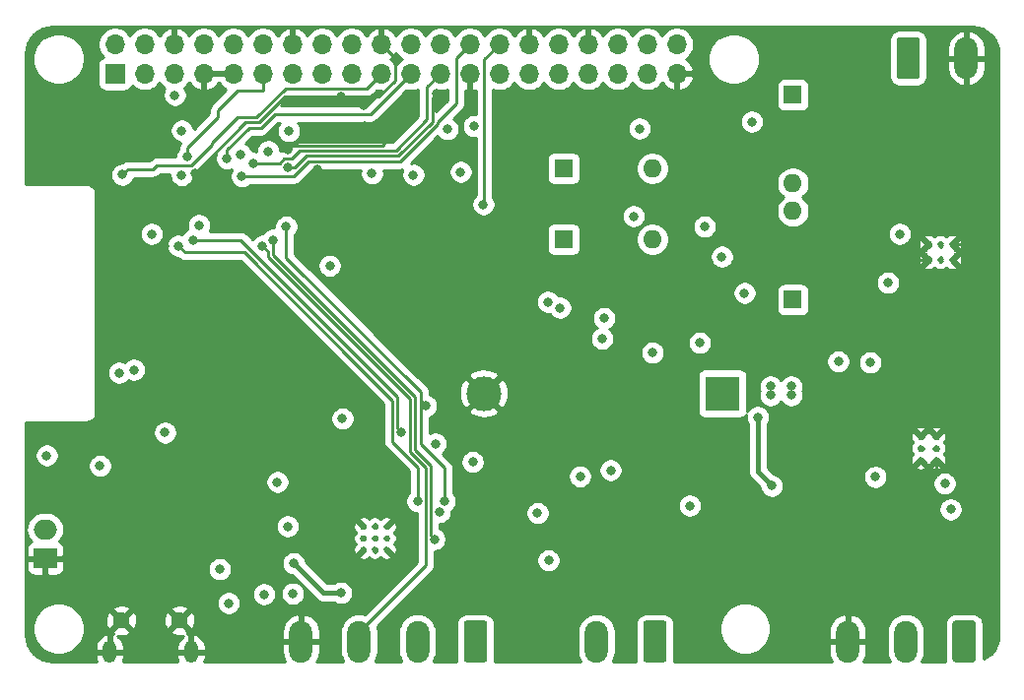
<source format=gbr>
G04 #@! TF.GenerationSoftware,KiCad,Pcbnew,(5.1.9)-1*
G04 #@! TF.CreationDate,2021-08-04T09:34:38-04:00*
G04 #@! TF.ProjectId,esp32 Core  V-0.1,65737033-3220-4436-9f72-652020562d30,rev?*
G04 #@! TF.SameCoordinates,Original*
G04 #@! TF.FileFunction,Copper,L2,Inr*
G04 #@! TF.FilePolarity,Positive*
%FSLAX46Y46*%
G04 Gerber Fmt 4.6, Leading zero omitted, Abs format (unit mm)*
G04 Created by KiCad (PCBNEW (5.1.9)-1) date 2021-08-04 09:34:38*
%MOMM*%
%LPD*%
G01*
G04 APERTURE LIST*
G04 #@! TA.AperFunction,ComponentPad*
%ADD10O,1.600000X1.600000*%
G04 #@! TD*
G04 #@! TA.AperFunction,ComponentPad*
%ADD11R,1.600000X1.600000*%
G04 #@! TD*
G04 #@! TA.AperFunction,ComponentPad*
%ADD12C,0.500000*%
G04 #@! TD*
G04 #@! TA.AperFunction,ComponentPad*
%ADD13O,2.000000X3.600000*%
G04 #@! TD*
G04 #@! TA.AperFunction,ComponentPad*
%ADD14R,3.000000X3.000000*%
G04 #@! TD*
G04 #@! TA.AperFunction,ComponentPad*
%ADD15C,3.000000*%
G04 #@! TD*
G04 #@! TA.AperFunction,ComponentPad*
%ADD16R,2.000000X1.700000*%
G04 #@! TD*
G04 #@! TA.AperFunction,ComponentPad*
%ADD17O,2.000000X1.700000*%
G04 #@! TD*
G04 #@! TA.AperFunction,ComponentPad*
%ADD18O,1.700000X1.700000*%
G04 #@! TD*
G04 #@! TA.AperFunction,ComponentPad*
%ADD19R,1.700000X1.700000*%
G04 #@! TD*
G04 #@! TA.AperFunction,ComponentPad*
%ADD20O,1.200000X1.900000*%
G04 #@! TD*
G04 #@! TA.AperFunction,ComponentPad*
%ADD21C,1.450000*%
G04 #@! TD*
G04 #@! TA.AperFunction,ViaPad*
%ADD22C,0.800000*%
G04 #@! TD*
G04 #@! TA.AperFunction,Conductor*
%ADD23C,0.250000*%
G04 #@! TD*
G04 #@! TA.AperFunction,Conductor*
%ADD24C,0.400000*%
G04 #@! TD*
G04 #@! TA.AperFunction,Conductor*
%ADD25C,0.254000*%
G04 #@! TD*
G04 #@! TA.AperFunction,Conductor*
%ADD26C,0.100000*%
G04 #@! TD*
G04 APERTURE END LIST*
D10*
G04 #@! TO.N,/AIN3*
G04 #@! TO.C,JP4*
X234520000Y-107900000D03*
D11*
G04 #@! TO.N,Net-(JP4-Pad1)*
X226900000Y-107900000D03*
G04 #@! TD*
D10*
G04 #@! TO.N,/AIN2*
G04 #@! TO.C,JP3*
X234520000Y-114000000D03*
D11*
G04 #@! TO.N,Net-(JP3-Pad1)*
X226900000Y-114000000D03*
G04 #@! TD*
D10*
G04 #@! TO.N,/AIN1*
G04 #@! TO.C,JP2*
X246600000Y-109200000D03*
D11*
G04 #@! TO.N,Net-(JP2-Pad1)*
X246600000Y-101580000D03*
G04 #@! TD*
D10*
G04 #@! TO.N,/AIN0*
G04 #@! TO.C,JP1*
X246600000Y-111580000D03*
D11*
G04 #@! TO.N,Net-(JP1-Pad1)*
X246600000Y-119200000D03*
G04 #@! TD*
D12*
G04 #@! TO.N,GND*
G04 #@! TO.C,U13*
X260270000Y-114446000D03*
X260270000Y-115746000D03*
X259270000Y-114446000D03*
X259270000Y-115746000D03*
X258270000Y-114446000D03*
X258270000Y-115746000D03*
G04 #@! TD*
G04 #@! TO.N,GND*
G04 #@! TO.C,U1*
X257596000Y-130976000D03*
X258896000Y-130976000D03*
X257596000Y-131976000D03*
X258896000Y-131976000D03*
X257596000Y-132976000D03*
X258896000Y-132976000D03*
G04 #@! TD*
D13*
G04 #@! TO.N,GND*
G04 #@! TO.C,J5*
X251305000Y-148590000D03*
G04 #@! TO.N,+5VD*
X256305000Y-148590000D03*
G04 #@! TO.N,VDC*
G04 #@! TA.AperFunction,ComponentPad*
G36*
G01*
X262305000Y-147040000D02*
X262305000Y-150140000D01*
G75*
G02*
X262055000Y-150390000I-250000J0D01*
G01*
X260555000Y-150390000D01*
G75*
G02*
X260305000Y-150140000I0J250000D01*
G01*
X260305000Y-147040000D01*
G75*
G02*
X260555000Y-146790000I250000J0D01*
G01*
X262055000Y-146790000D01*
G75*
G02*
X262305000Y-147040000I0J-250000D01*
G01*
G37*
G04 #@! TD.AperFunction*
G04 #@! TD*
G04 #@! TO.N,GND*
G04 #@! TO.C,J4*
X261500000Y-98425000D03*
G04 #@! TO.N,+12V*
G04 #@! TA.AperFunction,ComponentPad*
G36*
G01*
X255500000Y-99975000D02*
X255500000Y-96875000D01*
G75*
G02*
X255750000Y-96625000I250000J0D01*
G01*
X257250000Y-96625000D01*
G75*
G02*
X257500000Y-96875000I0J-250000D01*
G01*
X257500000Y-99975000D01*
G75*
G02*
X257250000Y-100225000I-250000J0D01*
G01*
X255750000Y-100225000D01*
G75*
G02*
X255500000Y-99975000I0J250000D01*
G01*
G37*
G04 #@! TD.AperFunction*
G04 #@! TD*
G04 #@! TO.N,GND*
G04 #@! TO.C,J13*
X204343000Y-148590000D03*
G04 #@! TO.N,/TX2*
X209343000Y-148590000D03*
G04 #@! TO.N,/RX25*
X214343000Y-148590000D03*
G04 #@! TO.N,+5V*
G04 #@! TA.AperFunction,ComponentPad*
G36*
G01*
X220343000Y-147040000D02*
X220343000Y-150140000D01*
G75*
G02*
X220093000Y-150390000I-250000J0D01*
G01*
X218593000Y-150390000D01*
G75*
G02*
X218343000Y-150140000I0J250000D01*
G01*
X218343000Y-147040000D01*
G75*
G02*
X218593000Y-146790000I250000J0D01*
G01*
X220093000Y-146790000D01*
G75*
G02*
X220343000Y-147040000I0J-250000D01*
G01*
G37*
G04 #@! TD.AperFunction*
G04 #@! TD*
G04 #@! TO.N,/A*
G04 #@! TO.C,J2*
X229743000Y-148590000D03*
G04 #@! TO.N,/B*
G04 #@! TA.AperFunction,ComponentPad*
G36*
G01*
X235743000Y-147040000D02*
X235743000Y-150140000D01*
G75*
G02*
X235493000Y-150390000I-250000J0D01*
G01*
X233993000Y-150390000D01*
G75*
G02*
X233743000Y-150140000I0J250000D01*
G01*
X233743000Y-147040000D01*
G75*
G02*
X233993000Y-146790000I250000J0D01*
G01*
X235493000Y-146790000D01*
G75*
G02*
X235743000Y-147040000I0J-250000D01*
G01*
G37*
G04 #@! TD.AperFunction*
G04 #@! TD*
D14*
G04 #@! TO.N,Net-(BT1-Pad1)*
G04 #@! TO.C,BT1*
X240538000Y-127254000D03*
D15*
G04 #@! TO.N,GND*
X220048000Y-127254000D03*
G04 #@! TD*
D16*
G04 #@! TO.N,GND*
G04 #@! TO.C,BT2*
X182372000Y-141438000D03*
D17*
G04 #@! TO.N,+BATT*
X182372000Y-138938000D03*
G04 #@! TD*
D18*
G04 #@! TO.N,/AIN1*
G04 #@! TO.C,J3*
X236632600Y-97232300D03*
G04 #@! TO.N,GND*
X236632600Y-99772300D03*
G04 #@! TO.N,/AIN0*
X234092600Y-97232300D03*
G04 #@! TO.N,/AIN2*
X234092600Y-99772300D03*
G04 #@! TO.N,/O12*
X231552600Y-97232300D03*
G04 #@! TO.N,/AIN3*
X231552600Y-99772300D03*
G04 #@! TO.N,GND*
X229012600Y-97232300D03*
G04 #@! TO.N,/O14*
X229012600Y-99772300D03*
G04 #@! TO.N,/O26*
X226472600Y-97232300D03*
G04 #@! TO.N,/O27*
X226472600Y-99772300D03*
G04 #@! TO.N,GND*
X223932600Y-97232300D03*
G04 #@! TO.N,/O25*
X223932600Y-99772300D03*
G04 #@! TO.N,/COM*
X221392600Y-97232300D03*
G04 #@! TO.N,/O33*
X221392600Y-99772300D03*
G04 #@! TO.N,/CS*
X218852600Y-97232300D03*
G04 #@! TO.N,GND*
X218852600Y-99772300D03*
G04 #@! TO.N,/DI35*
X216312600Y-97232300D03*
G04 #@! TO.N,/SCK*
X216312600Y-99772300D03*
G04 #@! TO.N,/DI34*
X213772600Y-97232300D03*
G04 #@! TO.N,/MISO*
X213772600Y-99772300D03*
G04 #@! TO.N,GND*
X211232600Y-97232300D03*
G04 #@! TO.N,/MOSI*
X211232600Y-99772300D03*
G04 #@! TO.N,/DI39*
X208692600Y-97232300D03*
G04 #@! TO.N,+3V3*
X208692600Y-99772300D03*
G04 #@! TO.N,/IO2*
X206152600Y-97232300D03*
G04 #@! TO.N,/DI36*
X206152600Y-99772300D03*
G04 #@! TO.N,GND*
X203612600Y-97232300D03*
G04 #@! TO.N,/GPIO0*
X203612600Y-99772300D03*
G04 #@! TO.N,/IO4*
X201072600Y-97232300D03*
G04 #@! TO.N,/RESET*
X201072600Y-99772300D03*
G04 #@! TO.N,/RXD*
X198532600Y-97232300D03*
G04 #@! TO.N,GND*
X198532600Y-99772300D03*
G04 #@! TO.N,/TXD*
X195992600Y-97232300D03*
G04 #@! TO.N,GND*
X195992600Y-99772300D03*
X193452600Y-97232300D03*
G04 #@! TO.N,/SCL*
X193452600Y-99772300D03*
G04 #@! TO.N,+5V*
X190912600Y-97232300D03*
G04 #@! TO.N,/SDA*
X190912600Y-99772300D03*
G04 #@! TO.N,+5V*
X188372600Y-97232300D03*
D19*
G04 #@! TO.N,+3V3*
X188372600Y-99772300D03*
G04 #@! TD*
D12*
G04 #@! TO.N,GND*
G04 #@! TO.C,U5*
X209693000Y-138700000D03*
X210693000Y-138700000D03*
X211693000Y-138700000D03*
X209693000Y-139700000D03*
X210693000Y-139700000D03*
X211693000Y-139700000D03*
X209693000Y-140700000D03*
X210693000Y-140700000D03*
X211693000Y-140700000D03*
G04 #@! TD*
D20*
G04 #@! TO.N,GND*
G04 #@! TO.C,J1*
X194905000Y-149479000D03*
X187905000Y-149479000D03*
D21*
X193905000Y-146779000D03*
X188905000Y-146779000D03*
G04 #@! TD*
D22*
G04 #@! TO.N,GND*
X193421000Y-145251000D03*
X228092000Y-142240000D03*
X236093000Y-143002000D03*
X210058000Y-109728000D03*
X213614000Y-109728000D03*
X217424000Y-109982000D03*
X221234000Y-109982000D03*
X263144000Y-120650000D03*
X216789000Y-126365000D03*
X205041500Y-130556000D03*
X200215500Y-133731000D03*
X193230500Y-140144500D03*
X248793000Y-133350000D03*
X248329500Y-96981500D03*
X184467500Y-135572500D03*
X243967000Y-111125000D03*
X225933000Y-130429000D03*
X234696000Y-127762000D03*
X188849000Y-138049000D03*
X245237000Y-143764000D03*
X239776000Y-137160000D03*
X234250000Y-118100000D03*
X243450000Y-121150000D03*
X242150000Y-123100000D03*
X251650000Y-116650000D03*
X262250000Y-115250000D03*
X251750000Y-114250000D03*
X257250000Y-136000000D03*
X256500000Y-127250000D03*
X253000000Y-146250000D03*
X249500000Y-146250000D03*
X258250000Y-146000000D03*
X221250000Y-112500000D03*
X205750000Y-108000000D03*
X209750000Y-102500000D03*
X213000000Y-102250000D03*
X207750000Y-101750000D03*
X216027000Y-101473000D03*
X203200000Y-107823000D03*
X195233761Y-108311233D03*
X203200000Y-106299000D03*
X209804000Y-104267000D03*
X205613000Y-104775000D03*
X205438671Y-102138821D03*
X190754000Y-114935000D03*
X192659000Y-114554000D03*
X186944000Y-102870000D03*
X190373000Y-104648000D03*
X188722000Y-106807000D03*
X241600000Y-134400000D03*
X247000000Y-129200000D03*
X230835200Y-105765600D03*
X251104400Y-138226800D03*
X254457200Y-114808000D03*
X257556000Y-128676400D03*
X198850000Y-140100000D03*
G04 #@! TO.N,+3V3*
X193500000Y-101600000D03*
X203301600Y-104691028D03*
X201522601Y-106426000D03*
X194106800Y-104648000D03*
X188722000Y-125476000D03*
X237744000Y-136906000D03*
X230200000Y-122550000D03*
X234550000Y-123750000D03*
X238600000Y-122900000D03*
X218059000Y-108204000D03*
X213995000Y-108458000D03*
X210439000Y-108331000D03*
X219202000Y-104267000D03*
X216916000Y-104521000D03*
X199136000Y-106680000D03*
G04 #@! TO.N,+5V*
X182499000Y-132588000D03*
X232918000Y-112014000D03*
X243586000Y-129286000D03*
X203200000Y-138684000D03*
X225615500Y-141605000D03*
X230949500Y-133858000D03*
X250500000Y-124500000D03*
X244800000Y-135200000D03*
G04 #@! TO.N,/TXD*
X193802000Y-114554000D03*
X216268080Y-137444147D03*
X214343990Y-136525000D03*
G04 #@! TO.N,/RXD*
X195072000Y-114046000D03*
X212946990Y-130556000D03*
G04 #@! TO.N,/RESET*
X189992000Y-125222000D03*
X224663000Y-137541000D03*
X192659000Y-130619500D03*
X194578957Y-106929347D03*
G04 #@! TO.N,/GPIO0*
X203073000Y-112903000D03*
X216662000Y-136525000D03*
X228318153Y-134393847D03*
X215074500Y-128333500D03*
G04 #@! TO.N,/CS*
X199263000Y-108585000D03*
G04 #@! TO.N,/DM*
X201168000Y-144526000D03*
X203649153Y-144467153D03*
G04 #@! TO.N,/DTR*
X219100000Y-133148012D03*
X215900000Y-131572000D03*
G04 #@! TO.N,/SDA*
X194090653Y-108490653D03*
X195580000Y-112776000D03*
X225552000Y-119380000D03*
G04 #@! TO.N,/SCL*
X226601000Y-119888000D03*
X230378000Y-120777000D03*
X191516000Y-113538000D03*
G04 #@! TO.N,/MISO*
X197993000Y-107061000D03*
G04 #@! TO.N,/SCK*
X200279000Y-107442000D03*
G04 #@! TO.N,/MOSI*
X189000000Y-108450000D03*
G04 #@! TO.N,VBUS*
X207772000Y-144399000D03*
X203708000Y-141859000D03*
X197358000Y-142367000D03*
X198124653Y-145292653D03*
G04 #@! TO.N,Net-(C1-Pad2)*
X259651500Y-135001000D03*
X253682500Y-134429500D03*
G04 #@! TO.N,/VIN*
X202311000Y-134874000D03*
X260159500Y-137223500D03*
G04 #@! TO.N,/IO13*
X207899000Y-129413000D03*
G04 #@! TO.N,/RX2*
X201930000Y-114046000D03*
X215800000Y-139800000D03*
G04 #@! TO.N,/TX2*
X201041000Y-114554000D03*
G04 #@! TO.N,Net-(BT1-Pad1)*
X253238000Y-124587000D03*
G04 #@! TO.N,/AN1*
X242443000Y-118618000D03*
X243078000Y-103886000D03*
X240500000Y-115500000D03*
G04 #@! TO.N,/AN3*
X239014000Y-112903000D03*
X233427000Y-104479000D03*
G04 #@! TO.N,Net-(C26-Pad2)*
X254762000Y-117729000D03*
X255778000Y-113538000D03*
G04 #@! TO.N,Net-(U7-Pad7)*
X244690000Y-127408000D03*
X244690000Y-126646000D03*
X246468000Y-126646000D03*
X246468000Y-127408000D03*
G04 #@! TO.N,/RGBLED*
X187071000Y-133477000D03*
X206819500Y-116268500D03*
G04 #@! TO.N,/COM*
X220000000Y-111000000D03*
G04 #@! TD*
D23*
G04 #@! TO.N,GND*
X215627001Y-101872999D02*
X215627001Y-103903589D01*
X216027000Y-101473000D02*
X215627001Y-101872999D01*
X215627001Y-103903589D02*
X212705601Y-106824989D01*
X212705601Y-106824989D02*
X204831600Y-106824990D01*
X203833590Y-107823000D02*
X203200000Y-107823000D01*
X204831600Y-106824990D02*
X203833590Y-107823000D01*
X210993902Y-101750000D02*
X207750000Y-101750000D01*
X212407601Y-100336301D02*
X210993902Y-101750000D01*
X212407601Y-98407301D02*
X212407601Y-100336301D01*
X211232600Y-97232300D02*
X212407601Y-98407301D01*
X207750000Y-101750000D02*
X202924410Y-101750000D01*
X200787705Y-103886705D02*
X200719400Y-103955010D01*
X202924410Y-101750000D02*
X200787705Y-103886705D01*
X199589984Y-103955010D02*
X195233761Y-108311233D01*
X200719400Y-103955010D02*
X199589984Y-103955010D01*
X213000000Y-102250000D02*
X212471000Y-102779000D01*
X212471000Y-102779000D02*
X212471000Y-104775000D01*
X212471000Y-104775000D02*
X211328000Y-105918000D01*
X211328000Y-105918000D02*
X211321029Y-105924971D01*
X203574029Y-105924971D02*
X203200000Y-106299000D01*
X211321029Y-105924971D02*
X203574029Y-105924971D01*
X261446000Y-114446000D02*
X262250000Y-115250000D01*
X260270000Y-114446000D02*
X261446000Y-114446000D01*
X255395200Y-115746000D02*
X254457200Y-114808000D01*
X258270000Y-115746000D02*
X255395200Y-115746000D01*
X258896000Y-134354000D02*
X257250000Y-136000000D01*
X258896000Y-132976000D02*
X258896000Y-134354000D01*
D24*
G04 #@! TO.N,+5V*
X243586000Y-133986000D02*
X244800000Y-135200000D01*
X243586000Y-129286000D02*
X243586000Y-133986000D01*
D23*
G04 #@! TO.N,/TXD*
X214343990Y-133636010D02*
X214343990Y-133825990D01*
X214374590Y-133605410D02*
X214343990Y-133636010D01*
X209175063Y-124847063D02*
X212195485Y-127867485D01*
X214343990Y-133825990D02*
X214343990Y-136525000D01*
X209162937Y-124847063D02*
X209175063Y-124847063D01*
X212195485Y-127867485D02*
X212195485Y-131426305D01*
X199447437Y-115131563D02*
X209162937Y-124847063D01*
X194379563Y-115131563D02*
X199447437Y-115131563D01*
X212195485Y-131426305D02*
X214374590Y-133605410D01*
X193802000Y-114554000D02*
X194379563Y-115131563D01*
G04 #@! TO.N,/RXD*
X198882000Y-114046000D02*
X195072000Y-114046000D01*
X199136000Y-114046000D02*
X198882000Y-114046000D01*
X212645495Y-127555495D02*
X199136000Y-114046000D01*
X212645495Y-130254505D02*
X212645495Y-127555495D01*
X212946990Y-130556000D02*
X212645495Y-130254505D01*
G04 #@! TO.N,/RESET*
X201072600Y-101250600D02*
X198850400Y-101250600D01*
X201072600Y-99772300D02*
X201072600Y-101250600D01*
X198850400Y-101250600D02*
X197231000Y-102870000D01*
X194578957Y-106929347D02*
X194578957Y-106157043D01*
X194578957Y-106157043D02*
X197231000Y-103505000D01*
X197231000Y-102870000D02*
X197231000Y-103505000D01*
G04 #@! TO.N,/GPIO0*
X216662000Y-133662000D02*
X216662000Y-136525000D01*
X214630000Y-131630000D02*
X216662000Y-133662000D01*
X203073000Y-115570000D02*
X214630000Y-127127000D01*
X203073000Y-112903000D02*
X203073000Y-115570000D01*
X214630000Y-127889000D02*
X215074500Y-128333500D01*
X214630000Y-127254000D02*
X214630000Y-127889000D01*
X214630000Y-127127000D02*
X214630000Y-127254000D01*
X214630000Y-127254000D02*
X214630000Y-131630000D01*
G04 #@! TO.N,/CS*
X199395510Y-108452490D02*
X199263000Y-108585000D01*
X201165000Y-108585000D02*
X199263000Y-108585000D01*
X203708000Y-108585000D02*
X201165000Y-108585000D01*
X205018001Y-107274999D02*
X203708000Y-108585000D01*
X216087399Y-104079601D02*
X212892001Y-107274999D01*
X216087399Y-103946399D02*
X216087399Y-104079601D01*
X217677599Y-102356199D02*
X216087399Y-103946399D01*
X212892001Y-107274999D02*
X205018001Y-107274999D01*
X217677599Y-98407301D02*
X217677599Y-102356199D01*
X218852600Y-97232300D02*
X217677599Y-98407301D01*
G04 #@! TO.N,/MISO*
X210319899Y-103225001D02*
X213772600Y-99772300D01*
X202085819Y-103225001D02*
X210319899Y-103225001D01*
X200905800Y-104405020D02*
X202085819Y-103225001D01*
X199886980Y-104405020D02*
X200905800Y-104405020D01*
X197993000Y-106299000D02*
X199886980Y-104405020D01*
X197993000Y-107061000D02*
X197993000Y-106299000D01*
G04 #@! TO.N,/SCK*
X215176991Y-103700811D02*
X212502821Y-106374981D01*
X215176991Y-100907909D02*
X215176991Y-103700811D01*
X216312600Y-99772300D02*
X215176991Y-100907909D01*
X212502821Y-106374981D02*
X207212981Y-106374981D01*
X203544001Y-107097999D02*
X202851999Y-107097999D01*
X204267019Y-106374981D02*
X203544001Y-107097999D01*
X207212981Y-106374981D02*
X204267019Y-106374981D01*
X202507998Y-107442000D02*
X200279000Y-107442000D01*
X202851999Y-107097999D02*
X202507998Y-107442000D01*
G04 #@! TO.N,/MOSI*
X200533000Y-103505000D02*
X203013001Y-101024999D01*
X203013001Y-101024999D02*
X209979901Y-101024999D01*
X191938652Y-107654348D02*
X194926958Y-107654348D01*
X191643000Y-107950000D02*
X191938652Y-107654348D01*
X209979901Y-101024999D02*
X211232600Y-99772300D01*
X189500000Y-107950000D02*
X191643000Y-107950000D01*
X189000000Y-108450000D02*
X189500000Y-107950000D01*
X196693153Y-105693847D02*
X198882000Y-103505000D01*
X196693153Y-105888153D02*
X196693153Y-105693847D01*
X198882000Y-103505000D02*
X200533000Y-103505000D01*
X194926958Y-107654348D02*
X196693153Y-105888153D01*
D24*
G04 #@! TO.N,VBUS*
X206248000Y-144399000D02*
X203708000Y-141859000D01*
X207772000Y-144399000D02*
X206248000Y-144399000D01*
D23*
G04 #@! TO.N,/RX2*
X215519000Y-139519000D02*
X215800000Y-139800000D01*
X215519000Y-133477000D02*
X215519000Y-139519000D01*
X214122000Y-132080000D02*
X215519000Y-133477000D01*
X214122000Y-127508000D02*
X214122000Y-132080000D01*
X201930000Y-115316000D02*
X214122000Y-127508000D01*
X201930000Y-114046000D02*
X201930000Y-115316000D01*
G04 #@! TO.N,/TX2*
X201479990Y-114992990D02*
X201041000Y-114554000D01*
X213671990Y-127694400D02*
X201479990Y-115502400D01*
X213671990Y-132266400D02*
X213671990Y-127694400D01*
X215068990Y-133663400D02*
X213671990Y-132266400D01*
X215068990Y-142055010D02*
X215068990Y-133663400D01*
X201479990Y-115502400D02*
X201479990Y-114992990D01*
X209343000Y-147781000D02*
X215068990Y-142055010D01*
X209343000Y-148590000D02*
X209343000Y-147781000D01*
G04 #@! TO.N,/COM*
X221392600Y-97232300D02*
X220100000Y-98524900D01*
X220100000Y-110900000D02*
X220000000Y-111000000D01*
X220100000Y-98524900D02*
X220100000Y-110900000D01*
G04 #@! TD*
D25*
G04 #@! TO.N,GND*
X262444134Y-95756953D02*
X262871355Y-95885938D01*
X263265384Y-96095446D01*
X263611214Y-96377499D01*
X263895673Y-96721351D01*
X264107929Y-97113910D01*
X264239892Y-97540213D01*
X264290000Y-98016964D01*
X264290001Y-147965269D01*
X264243048Y-148444133D01*
X264114063Y-148871353D01*
X263904554Y-149265384D01*
X263622501Y-149611214D01*
X263278651Y-149895672D01*
X262943072Y-150077118D01*
X262943072Y-147040000D01*
X262926008Y-146866746D01*
X262875472Y-146700150D01*
X262793405Y-146546614D01*
X262682962Y-146412038D01*
X262548386Y-146301595D01*
X262394850Y-146219528D01*
X262228254Y-146168992D01*
X262055000Y-146151928D01*
X260555000Y-146151928D01*
X260381746Y-146168992D01*
X260215150Y-146219528D01*
X260061614Y-146301595D01*
X259927038Y-146412038D01*
X259816595Y-146546614D01*
X259734528Y-146700150D01*
X259683992Y-146866746D01*
X259666928Y-147040000D01*
X259666928Y-150140000D01*
X259681702Y-150290000D01*
X257677847Y-150290000D01*
X257822852Y-150018715D01*
X257916343Y-149710516D01*
X257940000Y-149470322D01*
X257940000Y-147709678D01*
X257916343Y-147469484D01*
X257822852Y-147161285D01*
X257671031Y-146877248D01*
X257466714Y-146628286D01*
X257217752Y-146423969D01*
X256933715Y-146272148D01*
X256625516Y-146178657D01*
X256305000Y-146147089D01*
X255984485Y-146178657D01*
X255676286Y-146272148D01*
X255392249Y-146423969D01*
X255143287Y-146628286D01*
X254938970Y-146877248D01*
X254787149Y-147161285D01*
X254693658Y-147469484D01*
X254670000Y-147709678D01*
X254670000Y-149470321D01*
X254693657Y-149710515D01*
X254787148Y-150018714D01*
X254932153Y-150290000D01*
X252666678Y-150290000D01*
X252766942Y-150133020D01*
X252883807Y-149833532D01*
X252940000Y-149517000D01*
X252940000Y-148717000D01*
X251432000Y-148717000D01*
X251432000Y-148737000D01*
X251178000Y-148737000D01*
X251178000Y-148717000D01*
X249670000Y-148717000D01*
X249670000Y-149517000D01*
X249726193Y-149833532D01*
X249843058Y-150133020D01*
X249943322Y-150290000D01*
X236366298Y-150290000D01*
X236381072Y-150140000D01*
X236381072Y-147279872D01*
X240265000Y-147279872D01*
X240265000Y-147720128D01*
X240350890Y-148151925D01*
X240519369Y-148558669D01*
X240763962Y-148924729D01*
X241075271Y-149236038D01*
X241441331Y-149480631D01*
X241848075Y-149649110D01*
X242279872Y-149735000D01*
X242720128Y-149735000D01*
X243151925Y-149649110D01*
X243558669Y-149480631D01*
X243924729Y-149236038D01*
X244236038Y-148924729D01*
X244480631Y-148558669D01*
X244649110Y-148151925D01*
X244735000Y-147720128D01*
X244735000Y-147663000D01*
X249670000Y-147663000D01*
X249670000Y-148463000D01*
X251178000Y-148463000D01*
X251178000Y-146319223D01*
X251432000Y-146319223D01*
X251432000Y-148463000D01*
X252940000Y-148463000D01*
X252940000Y-147663000D01*
X252883807Y-147346468D01*
X252766942Y-147046980D01*
X252593895Y-146776046D01*
X252371317Y-146544078D01*
X252107761Y-146359990D01*
X251813355Y-146230856D01*
X251685434Y-146199876D01*
X251432000Y-146319223D01*
X251178000Y-146319223D01*
X250924566Y-146199876D01*
X250796645Y-146230856D01*
X250502239Y-146359990D01*
X250238683Y-146544078D01*
X250016105Y-146776046D01*
X249843058Y-147046980D01*
X249726193Y-147346468D01*
X249670000Y-147663000D01*
X244735000Y-147663000D01*
X244735000Y-147279872D01*
X244649110Y-146848075D01*
X244480631Y-146441331D01*
X244236038Y-146075271D01*
X243924729Y-145763962D01*
X243558669Y-145519369D01*
X243151925Y-145350890D01*
X242720128Y-145265000D01*
X242279872Y-145265000D01*
X241848075Y-145350890D01*
X241441331Y-145519369D01*
X241075271Y-145763962D01*
X240763962Y-146075271D01*
X240519369Y-146441331D01*
X240350890Y-146848075D01*
X240265000Y-147279872D01*
X236381072Y-147279872D01*
X236381072Y-147040000D01*
X236364008Y-146866746D01*
X236313472Y-146700150D01*
X236231405Y-146546614D01*
X236120962Y-146412038D01*
X235986386Y-146301595D01*
X235832850Y-146219528D01*
X235666254Y-146168992D01*
X235493000Y-146151928D01*
X233993000Y-146151928D01*
X233819746Y-146168992D01*
X233653150Y-146219528D01*
X233499614Y-146301595D01*
X233365038Y-146412038D01*
X233254595Y-146546614D01*
X233172528Y-146700150D01*
X233121992Y-146866746D01*
X233104928Y-147040000D01*
X233104928Y-150140000D01*
X233119702Y-150290000D01*
X231115847Y-150290000D01*
X231260852Y-150018715D01*
X231354343Y-149710516D01*
X231378000Y-149470322D01*
X231378000Y-147709678D01*
X231354343Y-147469484D01*
X231260852Y-147161285D01*
X231109031Y-146877248D01*
X230904714Y-146628286D01*
X230655752Y-146423969D01*
X230371715Y-146272148D01*
X230063516Y-146178657D01*
X229743000Y-146147089D01*
X229422485Y-146178657D01*
X229114286Y-146272148D01*
X228830249Y-146423969D01*
X228581287Y-146628286D01*
X228376970Y-146877248D01*
X228225149Y-147161285D01*
X228131658Y-147469484D01*
X228108000Y-147709678D01*
X228108000Y-149470321D01*
X228131657Y-149710515D01*
X228225148Y-150018714D01*
X228370153Y-150290000D01*
X220966298Y-150290000D01*
X220981072Y-150140000D01*
X220981072Y-147040000D01*
X220964008Y-146866746D01*
X220913472Y-146700150D01*
X220831405Y-146546614D01*
X220720962Y-146412038D01*
X220586386Y-146301595D01*
X220432850Y-146219528D01*
X220266254Y-146168992D01*
X220093000Y-146151928D01*
X218593000Y-146151928D01*
X218419746Y-146168992D01*
X218253150Y-146219528D01*
X218099614Y-146301595D01*
X217965038Y-146412038D01*
X217854595Y-146546614D01*
X217772528Y-146700150D01*
X217721992Y-146866746D01*
X217704928Y-147040000D01*
X217704928Y-150140000D01*
X217719702Y-150290000D01*
X215715847Y-150290000D01*
X215860852Y-150018715D01*
X215954343Y-149710516D01*
X215978000Y-149470322D01*
X215978000Y-147709678D01*
X215954343Y-147469484D01*
X215860852Y-147161285D01*
X215709031Y-146877248D01*
X215504714Y-146628286D01*
X215255752Y-146423969D01*
X214971715Y-146272148D01*
X214663516Y-146178657D01*
X214343000Y-146147089D01*
X214022485Y-146178657D01*
X213714286Y-146272148D01*
X213430249Y-146423969D01*
X213181287Y-146628286D01*
X212976970Y-146877248D01*
X212825149Y-147161285D01*
X212731658Y-147469484D01*
X212708000Y-147709678D01*
X212708000Y-149470321D01*
X212731657Y-149710515D01*
X212825148Y-150018714D01*
X212970153Y-150290000D01*
X210715847Y-150290000D01*
X210860852Y-150018715D01*
X210954343Y-149710516D01*
X210978000Y-149470322D01*
X210978000Y-147709678D01*
X210954343Y-147469484D01*
X210901970Y-147296832D01*
X215579994Y-142618808D01*
X215608991Y-142595011D01*
X215703964Y-142479286D01*
X215774536Y-142347257D01*
X215817993Y-142203996D01*
X215828990Y-142092343D01*
X215828990Y-142092335D01*
X215832666Y-142055010D01*
X215828990Y-142017685D01*
X215828990Y-141503061D01*
X224580500Y-141503061D01*
X224580500Y-141706939D01*
X224620274Y-141906898D01*
X224698295Y-142095256D01*
X224811563Y-142264774D01*
X224955726Y-142408937D01*
X225125244Y-142522205D01*
X225313602Y-142600226D01*
X225513561Y-142640000D01*
X225717439Y-142640000D01*
X225917398Y-142600226D01*
X226105756Y-142522205D01*
X226275274Y-142408937D01*
X226419437Y-142264774D01*
X226532705Y-142095256D01*
X226610726Y-141906898D01*
X226650500Y-141706939D01*
X226650500Y-141503061D01*
X226610726Y-141303102D01*
X226532705Y-141114744D01*
X226419437Y-140945226D01*
X226275274Y-140801063D01*
X226105756Y-140687795D01*
X225917398Y-140609774D01*
X225717439Y-140570000D01*
X225513561Y-140570000D01*
X225313602Y-140609774D01*
X225125244Y-140687795D01*
X224955726Y-140801063D01*
X224811563Y-140945226D01*
X224698295Y-141114744D01*
X224620274Y-141303102D01*
X224580500Y-141503061D01*
X215828990Y-141503061D01*
X215828990Y-140835000D01*
X215901939Y-140835000D01*
X216101898Y-140795226D01*
X216290256Y-140717205D01*
X216459774Y-140603937D01*
X216603937Y-140459774D01*
X216717205Y-140290256D01*
X216795226Y-140101898D01*
X216835000Y-139901939D01*
X216835000Y-139698061D01*
X216795226Y-139498102D01*
X216717205Y-139309744D01*
X216603937Y-139140226D01*
X216459774Y-138996063D01*
X216290256Y-138882795D01*
X216279000Y-138878133D01*
X216279000Y-138479147D01*
X216370019Y-138479147D01*
X216569978Y-138439373D01*
X216758336Y-138361352D01*
X216927854Y-138248084D01*
X217072017Y-138103921D01*
X217185285Y-137934403D01*
X217263306Y-137746045D01*
X217303080Y-137546086D01*
X217303080Y-137439061D01*
X223628000Y-137439061D01*
X223628000Y-137642939D01*
X223667774Y-137842898D01*
X223745795Y-138031256D01*
X223859063Y-138200774D01*
X224003226Y-138344937D01*
X224172744Y-138458205D01*
X224361102Y-138536226D01*
X224561061Y-138576000D01*
X224764939Y-138576000D01*
X224964898Y-138536226D01*
X225153256Y-138458205D01*
X225322774Y-138344937D01*
X225466937Y-138200774D01*
X225580205Y-138031256D01*
X225658226Y-137842898D01*
X225698000Y-137642939D01*
X225698000Y-137439061D01*
X225658226Y-137239102D01*
X225580205Y-137050744D01*
X225466937Y-136881226D01*
X225389772Y-136804061D01*
X236709000Y-136804061D01*
X236709000Y-137007939D01*
X236748774Y-137207898D01*
X236826795Y-137396256D01*
X236940063Y-137565774D01*
X237084226Y-137709937D01*
X237253744Y-137823205D01*
X237442102Y-137901226D01*
X237642061Y-137941000D01*
X237845939Y-137941000D01*
X238045898Y-137901226D01*
X238234256Y-137823205D01*
X238403774Y-137709937D01*
X238547937Y-137565774D01*
X238661205Y-137396256D01*
X238739226Y-137207898D01*
X238756399Y-137121561D01*
X259124500Y-137121561D01*
X259124500Y-137325439D01*
X259164274Y-137525398D01*
X259242295Y-137713756D01*
X259355563Y-137883274D01*
X259499726Y-138027437D01*
X259669244Y-138140705D01*
X259857602Y-138218726D01*
X260057561Y-138258500D01*
X260261439Y-138258500D01*
X260461398Y-138218726D01*
X260649756Y-138140705D01*
X260819274Y-138027437D01*
X260963437Y-137883274D01*
X261076705Y-137713756D01*
X261154726Y-137525398D01*
X261194500Y-137325439D01*
X261194500Y-137121561D01*
X261154726Y-136921602D01*
X261076705Y-136733244D01*
X260963437Y-136563726D01*
X260819274Y-136419563D01*
X260649756Y-136306295D01*
X260461398Y-136228274D01*
X260261439Y-136188500D01*
X260057561Y-136188500D01*
X259857602Y-136228274D01*
X259669244Y-136306295D01*
X259499726Y-136419563D01*
X259355563Y-136563726D01*
X259242295Y-136733244D01*
X259164274Y-136921602D01*
X259124500Y-137121561D01*
X238756399Y-137121561D01*
X238779000Y-137007939D01*
X238779000Y-136804061D01*
X238739226Y-136604102D01*
X238661205Y-136415744D01*
X238547937Y-136246226D01*
X238403774Y-136102063D01*
X238234256Y-135988795D01*
X238045898Y-135910774D01*
X237845939Y-135871000D01*
X237642061Y-135871000D01*
X237442102Y-135910774D01*
X237253744Y-135988795D01*
X237084226Y-136102063D01*
X236940063Y-136246226D01*
X236826795Y-136415744D01*
X236748774Y-136604102D01*
X236709000Y-136804061D01*
X225389772Y-136804061D01*
X225322774Y-136737063D01*
X225153256Y-136623795D01*
X224964898Y-136545774D01*
X224764939Y-136506000D01*
X224561061Y-136506000D01*
X224361102Y-136545774D01*
X224172744Y-136623795D01*
X224003226Y-136737063D01*
X223859063Y-136881226D01*
X223745795Y-137050744D01*
X223667774Y-137239102D01*
X223628000Y-137439061D01*
X217303080Y-137439061D01*
X217303080Y-137342208D01*
X217302943Y-137341519D01*
X217321774Y-137328937D01*
X217465937Y-137184774D01*
X217579205Y-137015256D01*
X217657226Y-136826898D01*
X217697000Y-136626939D01*
X217697000Y-136423061D01*
X217657226Y-136223102D01*
X217579205Y-136034744D01*
X217465937Y-135865226D01*
X217422000Y-135821289D01*
X217422000Y-134291908D01*
X227283153Y-134291908D01*
X227283153Y-134495786D01*
X227322927Y-134695745D01*
X227400948Y-134884103D01*
X227514216Y-135053621D01*
X227658379Y-135197784D01*
X227827897Y-135311052D01*
X228016255Y-135389073D01*
X228216214Y-135428847D01*
X228420092Y-135428847D01*
X228620051Y-135389073D01*
X228808409Y-135311052D01*
X228977927Y-135197784D01*
X229122090Y-135053621D01*
X229235358Y-134884103D01*
X229313379Y-134695745D01*
X229353153Y-134495786D01*
X229353153Y-134291908D01*
X229313379Y-134091949D01*
X229235358Y-133903591D01*
X229136782Y-133756061D01*
X229914500Y-133756061D01*
X229914500Y-133959939D01*
X229954274Y-134159898D01*
X230032295Y-134348256D01*
X230145563Y-134517774D01*
X230289726Y-134661937D01*
X230459244Y-134775205D01*
X230647602Y-134853226D01*
X230847561Y-134893000D01*
X231051439Y-134893000D01*
X231251398Y-134853226D01*
X231439756Y-134775205D01*
X231609274Y-134661937D01*
X231753437Y-134517774D01*
X231866705Y-134348256D01*
X231944726Y-134159898D01*
X231984500Y-133959939D01*
X231984500Y-133756061D01*
X231944726Y-133556102D01*
X231866705Y-133367744D01*
X231753437Y-133198226D01*
X231609274Y-133054063D01*
X231439756Y-132940795D01*
X231251398Y-132862774D01*
X231051439Y-132823000D01*
X230847561Y-132823000D01*
X230647602Y-132862774D01*
X230459244Y-132940795D01*
X230289726Y-133054063D01*
X230145563Y-133198226D01*
X230032295Y-133367744D01*
X229954274Y-133556102D01*
X229914500Y-133756061D01*
X229136782Y-133756061D01*
X229122090Y-133734073D01*
X228977927Y-133589910D01*
X228808409Y-133476642D01*
X228620051Y-133398621D01*
X228420092Y-133358847D01*
X228216214Y-133358847D01*
X228016255Y-133398621D01*
X227827897Y-133476642D01*
X227658379Y-133589910D01*
X227514216Y-133734073D01*
X227400948Y-133903591D01*
X227322927Y-134091949D01*
X227283153Y-134291908D01*
X217422000Y-134291908D01*
X217422000Y-133699323D01*
X217425676Y-133662000D01*
X217422000Y-133624677D01*
X217422000Y-133624667D01*
X217411003Y-133513014D01*
X217367546Y-133369753D01*
X217302346Y-133247774D01*
X217296974Y-133237723D01*
X217225799Y-133150997D01*
X217202001Y-133121999D01*
X217173004Y-133098202D01*
X217120875Y-133046073D01*
X218065000Y-133046073D01*
X218065000Y-133249951D01*
X218104774Y-133449910D01*
X218182795Y-133638268D01*
X218296063Y-133807786D01*
X218440226Y-133951949D01*
X218609744Y-134065217D01*
X218798102Y-134143238D01*
X218998061Y-134183012D01*
X219201939Y-134183012D01*
X219401898Y-134143238D01*
X219590256Y-134065217D01*
X219759774Y-133951949D01*
X219903937Y-133807786D01*
X220017205Y-133638268D01*
X220095226Y-133449910D01*
X220135000Y-133249951D01*
X220135000Y-133046073D01*
X220095226Y-132846114D01*
X220017205Y-132657756D01*
X219903937Y-132488238D01*
X219759774Y-132344075D01*
X219590256Y-132230807D01*
X219401898Y-132152786D01*
X219201939Y-132113012D01*
X218998061Y-132113012D01*
X218798102Y-132152786D01*
X218609744Y-132230807D01*
X218440226Y-132344075D01*
X218296063Y-132488238D01*
X218182795Y-132657756D01*
X218104774Y-132846114D01*
X218065000Y-133046073D01*
X217120875Y-133046073D01*
X216494412Y-132419610D01*
X216559774Y-132375937D01*
X216703937Y-132231774D01*
X216817205Y-132062256D01*
X216895226Y-131873898D01*
X216935000Y-131673939D01*
X216935000Y-131470061D01*
X216895226Y-131270102D01*
X216817205Y-131081744D01*
X216703937Y-130912226D01*
X216559774Y-130768063D01*
X216390256Y-130654795D01*
X216201898Y-130576774D01*
X216001939Y-130537000D01*
X215798061Y-130537000D01*
X215598102Y-130576774D01*
X215409744Y-130654795D01*
X215390000Y-130667987D01*
X215390000Y-129323092D01*
X215564756Y-129250705D01*
X215734274Y-129137437D01*
X215878437Y-128993274D01*
X215991705Y-128823756D01*
X216024056Y-128745653D01*
X218735952Y-128745653D01*
X218891962Y-129061214D01*
X219266745Y-129252020D01*
X219671551Y-129366044D01*
X220090824Y-129398902D01*
X220508451Y-129349334D01*
X220908383Y-129219243D01*
X221204038Y-129061214D01*
X221360048Y-128745653D01*
X220048000Y-127433605D01*
X218735952Y-128745653D01*
X216024056Y-128745653D01*
X216069726Y-128635398D01*
X216109500Y-128435439D01*
X216109500Y-128231561D01*
X216069726Y-128031602D01*
X215991705Y-127843244D01*
X215878437Y-127673726D01*
X215734274Y-127529563D01*
X215564756Y-127416295D01*
X215390000Y-127343908D01*
X215390000Y-127296824D01*
X217903098Y-127296824D01*
X217952666Y-127714451D01*
X218082757Y-128114383D01*
X218240786Y-128410038D01*
X218556347Y-128566048D01*
X219868395Y-127254000D01*
X220227605Y-127254000D01*
X221539653Y-128566048D01*
X221855214Y-128410038D01*
X222046020Y-128035255D01*
X222160044Y-127630449D01*
X222192902Y-127211176D01*
X222143334Y-126793549D01*
X222013243Y-126393617D01*
X221855214Y-126097962D01*
X221539653Y-125941952D01*
X220227605Y-127254000D01*
X219868395Y-127254000D01*
X218556347Y-125941952D01*
X218240786Y-126097962D01*
X218049980Y-126472745D01*
X217935956Y-126877551D01*
X217903098Y-127296824D01*
X215390000Y-127296824D01*
X215390000Y-127164322D01*
X215393676Y-127126999D01*
X215390000Y-127089676D01*
X215390000Y-127089667D01*
X215379003Y-126978014D01*
X215335546Y-126834753D01*
X215313522Y-126793549D01*
X215264974Y-126702723D01*
X215193799Y-126615997D01*
X215170001Y-126586999D01*
X215141004Y-126563202D01*
X214340149Y-125762347D01*
X218735952Y-125762347D01*
X220048000Y-127074395D01*
X221360048Y-125762347D01*
X221355922Y-125754000D01*
X238399928Y-125754000D01*
X238399928Y-128754000D01*
X238412188Y-128878482D01*
X238448498Y-128998180D01*
X238507463Y-129108494D01*
X238586815Y-129205185D01*
X238683506Y-129284537D01*
X238793820Y-129343502D01*
X238913518Y-129379812D01*
X239038000Y-129392072D01*
X242038000Y-129392072D01*
X242162482Y-129379812D01*
X242282180Y-129343502D01*
X242392494Y-129284537D01*
X242489185Y-129205185D01*
X242565229Y-129112524D01*
X242551000Y-129184061D01*
X242551000Y-129387939D01*
X242590774Y-129587898D01*
X242668795Y-129776256D01*
X242751000Y-129899285D01*
X242751001Y-133944972D01*
X242746960Y-133986000D01*
X242763082Y-134149688D01*
X242810828Y-134307086D01*
X242888364Y-134452145D01*
X242888365Y-134452146D01*
X242992710Y-134579291D01*
X243024574Y-134605441D01*
X243775907Y-135356775D01*
X243804774Y-135501898D01*
X243882795Y-135690256D01*
X243996063Y-135859774D01*
X244140226Y-136003937D01*
X244309744Y-136117205D01*
X244498102Y-136195226D01*
X244698061Y-136235000D01*
X244901939Y-136235000D01*
X245101898Y-136195226D01*
X245290256Y-136117205D01*
X245459774Y-136003937D01*
X245603937Y-135859774D01*
X245717205Y-135690256D01*
X245795226Y-135501898D01*
X245835000Y-135301939D01*
X245835000Y-135098061D01*
X245795226Y-134898102D01*
X245717205Y-134709744D01*
X245603937Y-134540226D01*
X245459774Y-134396063D01*
X245357254Y-134327561D01*
X252647500Y-134327561D01*
X252647500Y-134531439D01*
X252687274Y-134731398D01*
X252765295Y-134919756D01*
X252878563Y-135089274D01*
X253022726Y-135233437D01*
X253192244Y-135346705D01*
X253380602Y-135424726D01*
X253580561Y-135464500D01*
X253784439Y-135464500D01*
X253984398Y-135424726D01*
X254172756Y-135346705D01*
X254342274Y-135233437D01*
X254486437Y-135089274D01*
X254599705Y-134919756D01*
X254608277Y-134899061D01*
X258616500Y-134899061D01*
X258616500Y-135102939D01*
X258656274Y-135302898D01*
X258734295Y-135491256D01*
X258847563Y-135660774D01*
X258991726Y-135804937D01*
X259161244Y-135918205D01*
X259349602Y-135996226D01*
X259549561Y-136036000D01*
X259753439Y-136036000D01*
X259953398Y-135996226D01*
X260141756Y-135918205D01*
X260311274Y-135804937D01*
X260455437Y-135660774D01*
X260568705Y-135491256D01*
X260646726Y-135302898D01*
X260686500Y-135102939D01*
X260686500Y-134899061D01*
X260646726Y-134699102D01*
X260568705Y-134510744D01*
X260455437Y-134341226D01*
X260311274Y-134197063D01*
X260141756Y-134083795D01*
X259953398Y-134005774D01*
X259753439Y-133966000D01*
X259549561Y-133966000D01*
X259349602Y-134005774D01*
X259161244Y-134083795D01*
X258991726Y-134197063D01*
X258847563Y-134341226D01*
X258734295Y-134510744D01*
X258656274Y-134699102D01*
X258616500Y-134899061D01*
X254608277Y-134899061D01*
X254677726Y-134731398D01*
X254717500Y-134531439D01*
X254717500Y-134327561D01*
X254677726Y-134127602D01*
X254599705Y-133939244D01*
X254486437Y-133769726D01*
X254342274Y-133625563D01*
X254262357Y-133572164D01*
X257173784Y-133572164D01*
X257177826Y-133760827D01*
X257338974Y-133827328D01*
X257509998Y-133861113D01*
X257684328Y-133860884D01*
X257855264Y-133826649D01*
X258014174Y-133760827D01*
X258018216Y-133572164D01*
X258473784Y-133572164D01*
X258477826Y-133760827D01*
X258638974Y-133827328D01*
X258809998Y-133861113D01*
X258984328Y-133860884D01*
X259155264Y-133826649D01*
X259314174Y-133760827D01*
X259318216Y-133572164D01*
X258896000Y-133149948D01*
X258473784Y-133572164D01*
X258018216Y-133572164D01*
X257596000Y-133149948D01*
X257173784Y-133572164D01*
X254262357Y-133572164D01*
X254172756Y-133512295D01*
X253984398Y-133434274D01*
X253784439Y-133394500D01*
X253580561Y-133394500D01*
X253380602Y-133434274D01*
X253192244Y-133512295D01*
X253022726Y-133625563D01*
X252878563Y-133769726D01*
X252765295Y-133939244D01*
X252687274Y-134127602D01*
X252647500Y-134327561D01*
X245357254Y-134327561D01*
X245290256Y-134282795D01*
X245101898Y-134204774D01*
X244956775Y-134175907D01*
X244421000Y-133640133D01*
X244421000Y-130889998D01*
X256710887Y-130889998D01*
X256711116Y-131064328D01*
X256745351Y-131235264D01*
X256811173Y-131394174D01*
X256918755Y-131396479D01*
X256877813Y-131437421D01*
X256916392Y-131476000D01*
X256877813Y-131514579D01*
X256918755Y-131555521D01*
X256811173Y-131557826D01*
X256744672Y-131718974D01*
X256710887Y-131889998D01*
X256711116Y-132064328D01*
X256745351Y-132235264D01*
X256811173Y-132394174D01*
X256918755Y-132396479D01*
X256877813Y-132437421D01*
X256916392Y-132476000D01*
X256877813Y-132514579D01*
X256918755Y-132555521D01*
X256811173Y-132557826D01*
X256744672Y-132718974D01*
X256710887Y-132889998D01*
X256711116Y-133064328D01*
X256745351Y-133235264D01*
X256811173Y-133394174D01*
X256999836Y-133398216D01*
X257422052Y-132976000D01*
X257405081Y-132959029D01*
X257504152Y-132859958D01*
X257509998Y-132861113D01*
X257684328Y-132860884D01*
X257688032Y-132860142D01*
X257786919Y-132959029D01*
X257769948Y-132976000D01*
X258056763Y-133262815D01*
X258111173Y-133394174D01*
X258189807Y-133395859D01*
X258192164Y-133398216D01*
X258246000Y-133397063D01*
X258299836Y-133398216D01*
X258302193Y-133395859D01*
X258380827Y-133394174D01*
X258434893Y-133263159D01*
X258722052Y-132976000D01*
X258705081Y-132959029D01*
X258804152Y-132859958D01*
X258809998Y-132861113D01*
X258984328Y-132860884D01*
X258988032Y-132860142D01*
X259086919Y-132959029D01*
X259069948Y-132976000D01*
X259492164Y-133398216D01*
X259680827Y-133394174D01*
X259747328Y-133233026D01*
X259781113Y-133062002D01*
X259780884Y-132887672D01*
X259746649Y-132716736D01*
X259680827Y-132557826D01*
X259573245Y-132555521D01*
X259614187Y-132514579D01*
X259575608Y-132476000D01*
X259614187Y-132437421D01*
X259573245Y-132396479D01*
X259680827Y-132394174D01*
X259747328Y-132233026D01*
X259781113Y-132062002D01*
X259780884Y-131887672D01*
X259746649Y-131716736D01*
X259680827Y-131557826D01*
X259573245Y-131555521D01*
X259614187Y-131514579D01*
X259575608Y-131476000D01*
X259614187Y-131437421D01*
X259573245Y-131396479D01*
X259680827Y-131394174D01*
X259747328Y-131233026D01*
X259781113Y-131062002D01*
X259780884Y-130887672D01*
X259746649Y-130716736D01*
X259680827Y-130557826D01*
X259492164Y-130553784D01*
X259069948Y-130976000D01*
X259086919Y-130992971D01*
X258987848Y-131092042D01*
X258982002Y-131090887D01*
X258807672Y-131091116D01*
X258803968Y-131091858D01*
X258705081Y-130992971D01*
X258722052Y-130976000D01*
X258435237Y-130689185D01*
X258380827Y-130557826D01*
X258302193Y-130556141D01*
X258299836Y-130553784D01*
X258246000Y-130554937D01*
X258192164Y-130553784D01*
X258189807Y-130556141D01*
X258111173Y-130557826D01*
X258057107Y-130688841D01*
X257769948Y-130976000D01*
X257786919Y-130992971D01*
X257687848Y-131092042D01*
X257682002Y-131090887D01*
X257507672Y-131091116D01*
X257503968Y-131091858D01*
X257405081Y-130992971D01*
X257422052Y-130976000D01*
X256999836Y-130553784D01*
X256811173Y-130557826D01*
X256744672Y-130718974D01*
X256710887Y-130889998D01*
X244421000Y-130889998D01*
X244421000Y-130379836D01*
X257173784Y-130379836D01*
X257596000Y-130802052D01*
X258018216Y-130379836D01*
X258473784Y-130379836D01*
X258896000Y-130802052D01*
X259318216Y-130379836D01*
X259314174Y-130191173D01*
X259153026Y-130124672D01*
X258982002Y-130090887D01*
X258807672Y-130091116D01*
X258636736Y-130125351D01*
X258477826Y-130191173D01*
X258473784Y-130379836D01*
X258018216Y-130379836D01*
X258014174Y-130191173D01*
X257853026Y-130124672D01*
X257682002Y-130090887D01*
X257507672Y-130091116D01*
X257336736Y-130125351D01*
X257177826Y-130191173D01*
X257173784Y-130379836D01*
X244421000Y-130379836D01*
X244421000Y-129899285D01*
X244503205Y-129776256D01*
X244581226Y-129587898D01*
X244621000Y-129387939D01*
X244621000Y-129184061D01*
X244581226Y-128984102D01*
X244503205Y-128795744D01*
X244389937Y-128626226D01*
X244245774Y-128482063D01*
X244076256Y-128368795D01*
X243887898Y-128290774D01*
X243687939Y-128251000D01*
X243484061Y-128251000D01*
X243284102Y-128290774D01*
X243095744Y-128368795D01*
X242926226Y-128482063D01*
X242782063Y-128626226D01*
X242672508Y-128790187D01*
X242676072Y-128754000D01*
X242676072Y-126544061D01*
X243655000Y-126544061D01*
X243655000Y-126747939D01*
X243694774Y-126947898D01*
X243727539Y-127027000D01*
X243694774Y-127106102D01*
X243655000Y-127306061D01*
X243655000Y-127509939D01*
X243694774Y-127709898D01*
X243772795Y-127898256D01*
X243886063Y-128067774D01*
X244030226Y-128211937D01*
X244199744Y-128325205D01*
X244388102Y-128403226D01*
X244588061Y-128443000D01*
X244791939Y-128443000D01*
X244991898Y-128403226D01*
X245180256Y-128325205D01*
X245349774Y-128211937D01*
X245493937Y-128067774D01*
X245579000Y-127940468D01*
X245664063Y-128067774D01*
X245808226Y-128211937D01*
X245977744Y-128325205D01*
X246166102Y-128403226D01*
X246366061Y-128443000D01*
X246569939Y-128443000D01*
X246769898Y-128403226D01*
X246958256Y-128325205D01*
X247127774Y-128211937D01*
X247271937Y-128067774D01*
X247385205Y-127898256D01*
X247463226Y-127709898D01*
X247503000Y-127509939D01*
X247503000Y-127306061D01*
X247463226Y-127106102D01*
X247430461Y-127027000D01*
X247463226Y-126947898D01*
X247503000Y-126747939D01*
X247503000Y-126544061D01*
X247463226Y-126344102D01*
X247385205Y-126155744D01*
X247271937Y-125986226D01*
X247127774Y-125842063D01*
X246958256Y-125728795D01*
X246769898Y-125650774D01*
X246569939Y-125611000D01*
X246366061Y-125611000D01*
X246166102Y-125650774D01*
X245977744Y-125728795D01*
X245808226Y-125842063D01*
X245664063Y-125986226D01*
X245579000Y-126113532D01*
X245493937Y-125986226D01*
X245349774Y-125842063D01*
X245180256Y-125728795D01*
X244991898Y-125650774D01*
X244791939Y-125611000D01*
X244588061Y-125611000D01*
X244388102Y-125650774D01*
X244199744Y-125728795D01*
X244030226Y-125842063D01*
X243886063Y-125986226D01*
X243772795Y-126155744D01*
X243694774Y-126344102D01*
X243655000Y-126544061D01*
X242676072Y-126544061D01*
X242676072Y-125754000D01*
X242663812Y-125629518D01*
X242627502Y-125509820D01*
X242568537Y-125399506D01*
X242489185Y-125302815D01*
X242392494Y-125223463D01*
X242282180Y-125164498D01*
X242162482Y-125128188D01*
X242038000Y-125115928D01*
X239038000Y-125115928D01*
X238913518Y-125128188D01*
X238793820Y-125164498D01*
X238683506Y-125223463D01*
X238586815Y-125302815D01*
X238507463Y-125399506D01*
X238448498Y-125509820D01*
X238412188Y-125629518D01*
X238399928Y-125754000D01*
X221355922Y-125754000D01*
X221204038Y-125446786D01*
X220829255Y-125255980D01*
X220424449Y-125141956D01*
X220005176Y-125109098D01*
X219587549Y-125158666D01*
X219187617Y-125288757D01*
X218891962Y-125446786D01*
X218735952Y-125762347D01*
X214340149Y-125762347D01*
X212225863Y-123648061D01*
X233515000Y-123648061D01*
X233515000Y-123851939D01*
X233554774Y-124051898D01*
X233632795Y-124240256D01*
X233746063Y-124409774D01*
X233890226Y-124553937D01*
X234059744Y-124667205D01*
X234248102Y-124745226D01*
X234448061Y-124785000D01*
X234651939Y-124785000D01*
X234851898Y-124745226D01*
X235040256Y-124667205D01*
X235209774Y-124553937D01*
X235353937Y-124409774D01*
X235361763Y-124398061D01*
X249465000Y-124398061D01*
X249465000Y-124601939D01*
X249504774Y-124801898D01*
X249582795Y-124990256D01*
X249696063Y-125159774D01*
X249840226Y-125303937D01*
X250009744Y-125417205D01*
X250198102Y-125495226D01*
X250398061Y-125535000D01*
X250601939Y-125535000D01*
X250801898Y-125495226D01*
X250990256Y-125417205D01*
X251159774Y-125303937D01*
X251303937Y-125159774D01*
X251417205Y-124990256D01*
X251495226Y-124801898D01*
X251535000Y-124601939D01*
X251535000Y-124485061D01*
X252203000Y-124485061D01*
X252203000Y-124688939D01*
X252242774Y-124888898D01*
X252320795Y-125077256D01*
X252434063Y-125246774D01*
X252578226Y-125390937D01*
X252747744Y-125504205D01*
X252936102Y-125582226D01*
X253136061Y-125622000D01*
X253339939Y-125622000D01*
X253539898Y-125582226D01*
X253728256Y-125504205D01*
X253897774Y-125390937D01*
X254041937Y-125246774D01*
X254155205Y-125077256D01*
X254233226Y-124888898D01*
X254273000Y-124688939D01*
X254273000Y-124485061D01*
X254233226Y-124285102D01*
X254155205Y-124096744D01*
X254041937Y-123927226D01*
X253897774Y-123783063D01*
X253728256Y-123669795D01*
X253539898Y-123591774D01*
X253339939Y-123552000D01*
X253136061Y-123552000D01*
X252936102Y-123591774D01*
X252747744Y-123669795D01*
X252578226Y-123783063D01*
X252434063Y-123927226D01*
X252320795Y-124096744D01*
X252242774Y-124285102D01*
X252203000Y-124485061D01*
X251535000Y-124485061D01*
X251535000Y-124398061D01*
X251495226Y-124198102D01*
X251417205Y-124009744D01*
X251303937Y-123840226D01*
X251159774Y-123696063D01*
X250990256Y-123582795D01*
X250801898Y-123504774D01*
X250601939Y-123465000D01*
X250398061Y-123465000D01*
X250198102Y-123504774D01*
X250009744Y-123582795D01*
X249840226Y-123696063D01*
X249696063Y-123840226D01*
X249582795Y-124009744D01*
X249504774Y-124198102D01*
X249465000Y-124398061D01*
X235361763Y-124398061D01*
X235467205Y-124240256D01*
X235545226Y-124051898D01*
X235585000Y-123851939D01*
X235585000Y-123648061D01*
X235545226Y-123448102D01*
X235467205Y-123259744D01*
X235353937Y-123090226D01*
X235209774Y-122946063D01*
X235040256Y-122832795D01*
X234956402Y-122798061D01*
X237565000Y-122798061D01*
X237565000Y-123001939D01*
X237604774Y-123201898D01*
X237682795Y-123390256D01*
X237796063Y-123559774D01*
X237940226Y-123703937D01*
X238109744Y-123817205D01*
X238298102Y-123895226D01*
X238498061Y-123935000D01*
X238701939Y-123935000D01*
X238901898Y-123895226D01*
X239090256Y-123817205D01*
X239259774Y-123703937D01*
X239403937Y-123559774D01*
X239517205Y-123390256D01*
X239595226Y-123201898D01*
X239635000Y-123001939D01*
X239635000Y-122798061D01*
X239595226Y-122598102D01*
X239517205Y-122409744D01*
X239403937Y-122240226D01*
X239259774Y-122096063D01*
X239090256Y-121982795D01*
X238901898Y-121904774D01*
X238701939Y-121865000D01*
X238498061Y-121865000D01*
X238298102Y-121904774D01*
X238109744Y-121982795D01*
X237940226Y-122096063D01*
X237796063Y-122240226D01*
X237682795Y-122409744D01*
X237604774Y-122598102D01*
X237565000Y-122798061D01*
X234956402Y-122798061D01*
X234851898Y-122754774D01*
X234651939Y-122715000D01*
X234448061Y-122715000D01*
X234248102Y-122754774D01*
X234059744Y-122832795D01*
X233890226Y-122946063D01*
X233746063Y-123090226D01*
X233632795Y-123259744D01*
X233554774Y-123448102D01*
X233515000Y-123648061D01*
X212225863Y-123648061D01*
X211025863Y-122448061D01*
X229165000Y-122448061D01*
X229165000Y-122651939D01*
X229204774Y-122851898D01*
X229282795Y-123040256D01*
X229396063Y-123209774D01*
X229540226Y-123353937D01*
X229709744Y-123467205D01*
X229898102Y-123545226D01*
X230098061Y-123585000D01*
X230301939Y-123585000D01*
X230501898Y-123545226D01*
X230690256Y-123467205D01*
X230859774Y-123353937D01*
X231003937Y-123209774D01*
X231117205Y-123040256D01*
X231195226Y-122851898D01*
X231235000Y-122651939D01*
X231235000Y-122448061D01*
X231195226Y-122248102D01*
X231117205Y-122059744D01*
X231003937Y-121890226D01*
X230859774Y-121746063D01*
X230815109Y-121716219D01*
X230868256Y-121694205D01*
X231037774Y-121580937D01*
X231181937Y-121436774D01*
X231295205Y-121267256D01*
X231373226Y-121078898D01*
X231413000Y-120878939D01*
X231413000Y-120675061D01*
X231373226Y-120475102D01*
X231295205Y-120286744D01*
X231181937Y-120117226D01*
X231037774Y-119973063D01*
X230868256Y-119859795D01*
X230679898Y-119781774D01*
X230479939Y-119742000D01*
X230276061Y-119742000D01*
X230076102Y-119781774D01*
X229887744Y-119859795D01*
X229718226Y-119973063D01*
X229574063Y-120117226D01*
X229460795Y-120286744D01*
X229382774Y-120475102D01*
X229343000Y-120675061D01*
X229343000Y-120878939D01*
X229382774Y-121078898D01*
X229460795Y-121267256D01*
X229574063Y-121436774D01*
X229718226Y-121580937D01*
X229762891Y-121610781D01*
X229709744Y-121632795D01*
X229540226Y-121746063D01*
X229396063Y-121890226D01*
X229282795Y-122059744D01*
X229204774Y-122248102D01*
X229165000Y-122448061D01*
X211025863Y-122448061D01*
X207855863Y-119278061D01*
X224517000Y-119278061D01*
X224517000Y-119481939D01*
X224556774Y-119681898D01*
X224634795Y-119870256D01*
X224748063Y-120039774D01*
X224892226Y-120183937D01*
X225061744Y-120297205D01*
X225250102Y-120375226D01*
X225450061Y-120415000D01*
X225653939Y-120415000D01*
X225701964Y-120405447D01*
X225797063Y-120547774D01*
X225941226Y-120691937D01*
X226110744Y-120805205D01*
X226299102Y-120883226D01*
X226499061Y-120923000D01*
X226702939Y-120923000D01*
X226902898Y-120883226D01*
X227091256Y-120805205D01*
X227260774Y-120691937D01*
X227404937Y-120547774D01*
X227518205Y-120378256D01*
X227596226Y-120189898D01*
X227636000Y-119989939D01*
X227636000Y-119786061D01*
X227596226Y-119586102D01*
X227518205Y-119397744D01*
X227404937Y-119228226D01*
X227260774Y-119084063D01*
X227091256Y-118970795D01*
X226902898Y-118892774D01*
X226702939Y-118853000D01*
X226499061Y-118853000D01*
X226451036Y-118862553D01*
X226355937Y-118720226D01*
X226211774Y-118576063D01*
X226121975Y-118516061D01*
X241408000Y-118516061D01*
X241408000Y-118719939D01*
X241447774Y-118919898D01*
X241525795Y-119108256D01*
X241639063Y-119277774D01*
X241783226Y-119421937D01*
X241952744Y-119535205D01*
X242141102Y-119613226D01*
X242341061Y-119653000D01*
X242544939Y-119653000D01*
X242744898Y-119613226D01*
X242933256Y-119535205D01*
X243102774Y-119421937D01*
X243246937Y-119277774D01*
X243360205Y-119108256D01*
X243438226Y-118919898D01*
X243478000Y-118719939D01*
X243478000Y-118516061D01*
X243454915Y-118400000D01*
X245161928Y-118400000D01*
X245161928Y-120000000D01*
X245174188Y-120124482D01*
X245210498Y-120244180D01*
X245269463Y-120354494D01*
X245348815Y-120451185D01*
X245445506Y-120530537D01*
X245555820Y-120589502D01*
X245675518Y-120625812D01*
X245800000Y-120638072D01*
X247400000Y-120638072D01*
X247524482Y-120625812D01*
X247644180Y-120589502D01*
X247754494Y-120530537D01*
X247851185Y-120451185D01*
X247930537Y-120354494D01*
X247989502Y-120244180D01*
X248025812Y-120124482D01*
X248038072Y-120000000D01*
X248038072Y-118400000D01*
X248025812Y-118275518D01*
X247989502Y-118155820D01*
X247930537Y-118045506D01*
X247851185Y-117948815D01*
X247754494Y-117869463D01*
X247644180Y-117810498D01*
X247524482Y-117774188D01*
X247400000Y-117761928D01*
X245800000Y-117761928D01*
X245675518Y-117774188D01*
X245555820Y-117810498D01*
X245445506Y-117869463D01*
X245348815Y-117948815D01*
X245269463Y-118045506D01*
X245210498Y-118155820D01*
X245174188Y-118275518D01*
X245161928Y-118400000D01*
X243454915Y-118400000D01*
X243438226Y-118316102D01*
X243360205Y-118127744D01*
X243246937Y-117958226D01*
X243102774Y-117814063D01*
X242933256Y-117700795D01*
X242755248Y-117627061D01*
X253727000Y-117627061D01*
X253727000Y-117830939D01*
X253766774Y-118030898D01*
X253844795Y-118219256D01*
X253958063Y-118388774D01*
X254102226Y-118532937D01*
X254271744Y-118646205D01*
X254460102Y-118724226D01*
X254660061Y-118764000D01*
X254863939Y-118764000D01*
X255063898Y-118724226D01*
X255252256Y-118646205D01*
X255421774Y-118532937D01*
X255565937Y-118388774D01*
X255679205Y-118219256D01*
X255757226Y-118030898D01*
X255797000Y-117830939D01*
X255797000Y-117627061D01*
X255757226Y-117427102D01*
X255679205Y-117238744D01*
X255565937Y-117069226D01*
X255421774Y-116925063D01*
X255252256Y-116811795D01*
X255063898Y-116733774D01*
X254863939Y-116694000D01*
X254660061Y-116694000D01*
X254460102Y-116733774D01*
X254271744Y-116811795D01*
X254102226Y-116925063D01*
X253958063Y-117069226D01*
X253844795Y-117238744D01*
X253766774Y-117427102D01*
X253727000Y-117627061D01*
X242755248Y-117627061D01*
X242744898Y-117622774D01*
X242544939Y-117583000D01*
X242341061Y-117583000D01*
X242141102Y-117622774D01*
X241952744Y-117700795D01*
X241783226Y-117814063D01*
X241639063Y-117958226D01*
X241525795Y-118127744D01*
X241447774Y-118316102D01*
X241408000Y-118516061D01*
X226121975Y-118516061D01*
X226042256Y-118462795D01*
X225853898Y-118384774D01*
X225653939Y-118345000D01*
X225450061Y-118345000D01*
X225250102Y-118384774D01*
X225061744Y-118462795D01*
X224892226Y-118576063D01*
X224748063Y-118720226D01*
X224634795Y-118889744D01*
X224556774Y-119078102D01*
X224517000Y-119278061D01*
X207855863Y-119278061D01*
X204744363Y-116166561D01*
X205784500Y-116166561D01*
X205784500Y-116370439D01*
X205824274Y-116570398D01*
X205902295Y-116758756D01*
X206015563Y-116928274D01*
X206159726Y-117072437D01*
X206329244Y-117185705D01*
X206517602Y-117263726D01*
X206717561Y-117303500D01*
X206921439Y-117303500D01*
X207121398Y-117263726D01*
X207309756Y-117185705D01*
X207479274Y-117072437D01*
X207623437Y-116928274D01*
X207736705Y-116758756D01*
X207814726Y-116570398D01*
X207854500Y-116370439D01*
X207854500Y-116166561D01*
X207814726Y-115966602D01*
X207736705Y-115778244D01*
X207623437Y-115608726D01*
X207479274Y-115464563D01*
X207309756Y-115351295D01*
X207121398Y-115273274D01*
X206921439Y-115233500D01*
X206717561Y-115233500D01*
X206517602Y-115273274D01*
X206329244Y-115351295D01*
X206159726Y-115464563D01*
X206015563Y-115608726D01*
X205902295Y-115778244D01*
X205824274Y-115966602D01*
X205784500Y-116166561D01*
X204744363Y-116166561D01*
X203833000Y-115255199D01*
X203833000Y-113606711D01*
X203876937Y-113562774D01*
X203990205Y-113393256D01*
X204068226Y-113204898D01*
X204069200Y-113200000D01*
X225461928Y-113200000D01*
X225461928Y-114800000D01*
X225474188Y-114924482D01*
X225510498Y-115044180D01*
X225569463Y-115154494D01*
X225648815Y-115251185D01*
X225745506Y-115330537D01*
X225855820Y-115389502D01*
X225975518Y-115425812D01*
X226100000Y-115438072D01*
X227700000Y-115438072D01*
X227824482Y-115425812D01*
X227944180Y-115389502D01*
X228054494Y-115330537D01*
X228151185Y-115251185D01*
X228230537Y-115154494D01*
X228289502Y-115044180D01*
X228325812Y-114924482D01*
X228338072Y-114800000D01*
X228338072Y-113858665D01*
X233085000Y-113858665D01*
X233085000Y-114141335D01*
X233140147Y-114418574D01*
X233248320Y-114679727D01*
X233405363Y-114914759D01*
X233605241Y-115114637D01*
X233840273Y-115271680D01*
X234101426Y-115379853D01*
X234378665Y-115435000D01*
X234661335Y-115435000D01*
X234847037Y-115398061D01*
X239465000Y-115398061D01*
X239465000Y-115601939D01*
X239504774Y-115801898D01*
X239582795Y-115990256D01*
X239696063Y-116159774D01*
X239840226Y-116303937D01*
X240009744Y-116417205D01*
X240198102Y-116495226D01*
X240398061Y-116535000D01*
X240601939Y-116535000D01*
X240801898Y-116495226D01*
X240990256Y-116417205D01*
X241159774Y-116303937D01*
X241303937Y-116159774D01*
X241417205Y-115990256D01*
X241495226Y-115801898D01*
X241523451Y-115659998D01*
X257384887Y-115659998D01*
X257385116Y-115834328D01*
X257419351Y-116005264D01*
X257485173Y-116164174D01*
X257673836Y-116168216D01*
X258096052Y-115746000D01*
X257673836Y-115323784D01*
X257485173Y-115327826D01*
X257418672Y-115488974D01*
X257384887Y-115659998D01*
X241523451Y-115659998D01*
X241535000Y-115601939D01*
X241535000Y-115398061D01*
X241495226Y-115198102D01*
X241417205Y-115009744D01*
X241303937Y-114840226D01*
X241159774Y-114696063D01*
X240990256Y-114582795D01*
X240801898Y-114504774D01*
X240601939Y-114465000D01*
X240398061Y-114465000D01*
X240198102Y-114504774D01*
X240009744Y-114582795D01*
X239840226Y-114696063D01*
X239696063Y-114840226D01*
X239582795Y-115009744D01*
X239504774Y-115198102D01*
X239465000Y-115398061D01*
X234847037Y-115398061D01*
X234938574Y-115379853D01*
X235199727Y-115271680D01*
X235434759Y-115114637D01*
X235634637Y-114914759D01*
X235791680Y-114679727D01*
X235899853Y-114418574D01*
X235955000Y-114141335D01*
X235955000Y-113858665D01*
X235899853Y-113581426D01*
X235791680Y-113320273D01*
X235634637Y-113085241D01*
X235434759Y-112885363D01*
X235308592Y-112801061D01*
X237979000Y-112801061D01*
X237979000Y-113004939D01*
X238018774Y-113204898D01*
X238096795Y-113393256D01*
X238210063Y-113562774D01*
X238354226Y-113706937D01*
X238523744Y-113820205D01*
X238712102Y-113898226D01*
X238912061Y-113938000D01*
X239115939Y-113938000D01*
X239315898Y-113898226D01*
X239504256Y-113820205D01*
X239673774Y-113706937D01*
X239817937Y-113562774D01*
X239902603Y-113436061D01*
X254743000Y-113436061D01*
X254743000Y-113639939D01*
X254782774Y-113839898D01*
X254860795Y-114028256D01*
X254974063Y-114197774D01*
X255118226Y-114341937D01*
X255287744Y-114455205D01*
X255476102Y-114533226D01*
X255676061Y-114573000D01*
X255879939Y-114573000D01*
X256079898Y-114533226D01*
X256268256Y-114455205D01*
X256410743Y-114359998D01*
X257384887Y-114359998D01*
X257385116Y-114534328D01*
X257419351Y-114705264D01*
X257485173Y-114864174D01*
X257673836Y-114868216D01*
X258096052Y-114446000D01*
X257673836Y-114023784D01*
X257485173Y-114027826D01*
X257418672Y-114188974D01*
X257384887Y-114359998D01*
X256410743Y-114359998D01*
X256437774Y-114341937D01*
X256581937Y-114197774D01*
X256695205Y-114028256D01*
X256769109Y-113849836D01*
X257847784Y-113849836D01*
X258270000Y-114272052D01*
X258286971Y-114255081D01*
X258386042Y-114354152D01*
X258384887Y-114359998D01*
X258385116Y-114534328D01*
X258385858Y-114538032D01*
X258286971Y-114636919D01*
X258270000Y-114619948D01*
X257983185Y-114906763D01*
X257851826Y-114961173D01*
X257850141Y-115039807D01*
X257847784Y-115042164D01*
X257848937Y-115096000D01*
X257847784Y-115149836D01*
X257850141Y-115152193D01*
X257851826Y-115230827D01*
X257982841Y-115284893D01*
X258270000Y-115572052D01*
X258286971Y-115555081D01*
X258386042Y-115654152D01*
X258384887Y-115659998D01*
X258385116Y-115834328D01*
X258385858Y-115838032D01*
X258286971Y-115936919D01*
X258270000Y-115919948D01*
X257847784Y-116342164D01*
X257851826Y-116530827D01*
X258012974Y-116597328D01*
X258183998Y-116631113D01*
X258358328Y-116630884D01*
X258529264Y-116596649D01*
X258688174Y-116530827D01*
X258690479Y-116423245D01*
X258731421Y-116464187D01*
X258770000Y-116425608D01*
X258808579Y-116464187D01*
X258849521Y-116423245D01*
X258851826Y-116530827D01*
X259012974Y-116597328D01*
X259183998Y-116631113D01*
X259358328Y-116630884D01*
X259529264Y-116596649D01*
X259688174Y-116530827D01*
X259690479Y-116423245D01*
X259731421Y-116464187D01*
X259770000Y-116425608D01*
X259808579Y-116464187D01*
X259849521Y-116423245D01*
X259851826Y-116530827D01*
X260012974Y-116597328D01*
X260183998Y-116631113D01*
X260358328Y-116630884D01*
X260529264Y-116596649D01*
X260688174Y-116530827D01*
X260692216Y-116342164D01*
X260270000Y-115919948D01*
X260253029Y-115936919D01*
X260153958Y-115837848D01*
X260155113Y-115832002D01*
X260155001Y-115746000D01*
X260443948Y-115746000D01*
X260866164Y-116168216D01*
X261054827Y-116164174D01*
X261121328Y-116003026D01*
X261155113Y-115832002D01*
X261154884Y-115657672D01*
X261120649Y-115486736D01*
X261054827Y-115327826D01*
X260866164Y-115323784D01*
X260443948Y-115746000D01*
X260155001Y-115746000D01*
X260154884Y-115657672D01*
X260154142Y-115653968D01*
X260253029Y-115555081D01*
X260270000Y-115572052D01*
X260556815Y-115285237D01*
X260688174Y-115230827D01*
X260689859Y-115152193D01*
X260692216Y-115149836D01*
X260691063Y-115096000D01*
X260692216Y-115042164D01*
X260689859Y-115039807D01*
X260688174Y-114961173D01*
X260557159Y-114907107D01*
X260270000Y-114619948D01*
X260253029Y-114636919D01*
X260153958Y-114537848D01*
X260155113Y-114532002D01*
X260155001Y-114446000D01*
X260443948Y-114446000D01*
X260866164Y-114868216D01*
X261054827Y-114864174D01*
X261121328Y-114703026D01*
X261155113Y-114532002D01*
X261154884Y-114357672D01*
X261120649Y-114186736D01*
X261054827Y-114027826D01*
X260866164Y-114023784D01*
X260443948Y-114446000D01*
X260155001Y-114446000D01*
X260154884Y-114357672D01*
X260154142Y-114353968D01*
X260253029Y-114255081D01*
X260270000Y-114272052D01*
X260692216Y-113849836D01*
X260688174Y-113661173D01*
X260527026Y-113594672D01*
X260356002Y-113560887D01*
X260181672Y-113561116D01*
X260010736Y-113595351D01*
X259851826Y-113661173D01*
X259849521Y-113768755D01*
X259808579Y-113727813D01*
X259770000Y-113766392D01*
X259731421Y-113727813D01*
X259690479Y-113768755D01*
X259688174Y-113661173D01*
X259527026Y-113594672D01*
X259356002Y-113560887D01*
X259181672Y-113561116D01*
X259010736Y-113595351D01*
X258851826Y-113661173D01*
X258849521Y-113768755D01*
X258808579Y-113727813D01*
X258770000Y-113766392D01*
X258731421Y-113727813D01*
X258690479Y-113768755D01*
X258688174Y-113661173D01*
X258527026Y-113594672D01*
X258356002Y-113560887D01*
X258181672Y-113561116D01*
X258010736Y-113595351D01*
X257851826Y-113661173D01*
X257847784Y-113849836D01*
X256769109Y-113849836D01*
X256773226Y-113839898D01*
X256813000Y-113639939D01*
X256813000Y-113436061D01*
X256773226Y-113236102D01*
X256695205Y-113047744D01*
X256581937Y-112878226D01*
X256437774Y-112734063D01*
X256268256Y-112620795D01*
X256079898Y-112542774D01*
X255879939Y-112503000D01*
X255676061Y-112503000D01*
X255476102Y-112542774D01*
X255287744Y-112620795D01*
X255118226Y-112734063D01*
X254974063Y-112878226D01*
X254860795Y-113047744D01*
X254782774Y-113236102D01*
X254743000Y-113436061D01*
X239902603Y-113436061D01*
X239931205Y-113393256D01*
X240009226Y-113204898D01*
X240049000Y-113004939D01*
X240049000Y-112801061D01*
X240009226Y-112601102D01*
X239931205Y-112412744D01*
X239817937Y-112243226D01*
X239673774Y-112099063D01*
X239504256Y-111985795D01*
X239315898Y-111907774D01*
X239115939Y-111868000D01*
X238912061Y-111868000D01*
X238712102Y-111907774D01*
X238523744Y-111985795D01*
X238354226Y-112099063D01*
X238210063Y-112243226D01*
X238096795Y-112412744D01*
X238018774Y-112601102D01*
X237979000Y-112801061D01*
X235308592Y-112801061D01*
X235199727Y-112728320D01*
X234938574Y-112620147D01*
X234661335Y-112565000D01*
X234378665Y-112565000D01*
X234101426Y-112620147D01*
X233840273Y-112728320D01*
X233605241Y-112885363D01*
X233405363Y-113085241D01*
X233248320Y-113320273D01*
X233140147Y-113581426D01*
X233085000Y-113858665D01*
X228338072Y-113858665D01*
X228338072Y-113200000D01*
X228325812Y-113075518D01*
X228289502Y-112955820D01*
X228230537Y-112845506D01*
X228151185Y-112748815D01*
X228054494Y-112669463D01*
X227944180Y-112610498D01*
X227824482Y-112574188D01*
X227700000Y-112561928D01*
X226100000Y-112561928D01*
X225975518Y-112574188D01*
X225855820Y-112610498D01*
X225745506Y-112669463D01*
X225648815Y-112748815D01*
X225569463Y-112845506D01*
X225510498Y-112955820D01*
X225474188Y-113075518D01*
X225461928Y-113200000D01*
X204069200Y-113200000D01*
X204108000Y-113004939D01*
X204108000Y-112801061D01*
X204068226Y-112601102D01*
X203990205Y-112412744D01*
X203876937Y-112243226D01*
X203732774Y-112099063D01*
X203563256Y-111985795D01*
X203374898Y-111907774D01*
X203174939Y-111868000D01*
X202971061Y-111868000D01*
X202771102Y-111907774D01*
X202582744Y-111985795D01*
X202413226Y-112099063D01*
X202269063Y-112243226D01*
X202155795Y-112412744D01*
X202077774Y-112601102D01*
X202038000Y-112801061D01*
X202038000Y-113004939D01*
X202039505Y-113012505D01*
X202031939Y-113011000D01*
X201828061Y-113011000D01*
X201628102Y-113050774D01*
X201439744Y-113128795D01*
X201270226Y-113242063D01*
X201126063Y-113386226D01*
X201037346Y-113519000D01*
X200939061Y-113519000D01*
X200739102Y-113558774D01*
X200550744Y-113636795D01*
X200381226Y-113750063D01*
X200237063Y-113894226D01*
X200165752Y-114000951D01*
X199699804Y-113535003D01*
X199676001Y-113505999D01*
X199560276Y-113411026D01*
X199428247Y-113340454D01*
X199284986Y-113296997D01*
X199173333Y-113286000D01*
X199173322Y-113286000D01*
X199136000Y-113282324D01*
X199098678Y-113286000D01*
X196484013Y-113286000D01*
X196497205Y-113266256D01*
X196575226Y-113077898D01*
X196615000Y-112877939D01*
X196615000Y-112674061D01*
X196575226Y-112474102D01*
X196497205Y-112285744D01*
X196383937Y-112116226D01*
X196239774Y-111972063D01*
X196070256Y-111858795D01*
X195881898Y-111780774D01*
X195681939Y-111741000D01*
X195478061Y-111741000D01*
X195278102Y-111780774D01*
X195089744Y-111858795D01*
X194920226Y-111972063D01*
X194776063Y-112116226D01*
X194662795Y-112285744D01*
X194584774Y-112474102D01*
X194545000Y-112674061D01*
X194545000Y-112877939D01*
X194584774Y-113077898D01*
X194602325Y-113120270D01*
X194581744Y-113128795D01*
X194412226Y-113242063D01*
X194268063Y-113386226D01*
X194154795Y-113555744D01*
X194146270Y-113576325D01*
X194103898Y-113558774D01*
X193903939Y-113519000D01*
X193700061Y-113519000D01*
X193500102Y-113558774D01*
X193311744Y-113636795D01*
X193142226Y-113750063D01*
X192998063Y-113894226D01*
X192884795Y-114063744D01*
X192806774Y-114252102D01*
X192767000Y-114452061D01*
X192767000Y-114655939D01*
X192806774Y-114855898D01*
X192884795Y-115044256D01*
X192998063Y-115213774D01*
X193142226Y-115357937D01*
X193311744Y-115471205D01*
X193500102Y-115549226D01*
X193700061Y-115589000D01*
X193762197Y-115589000D01*
X193815768Y-115642570D01*
X193839562Y-115671564D01*
X193868555Y-115695358D01*
X193868559Y-115695362D01*
X193939248Y-115753374D01*
X193955287Y-115766537D01*
X194087316Y-115837109D01*
X194230577Y-115880566D01*
X194342230Y-115891563D01*
X194342239Y-115891563D01*
X194379562Y-115895239D01*
X194416885Y-115891563D01*
X199132636Y-115891563D01*
X208599137Y-125358065D01*
X208622936Y-125387064D01*
X208719561Y-125466362D01*
X211435485Y-128182287D01*
X211435486Y-131388973D01*
X211431809Y-131426305D01*
X211446483Y-131575290D01*
X211489939Y-131718551D01*
X211560511Y-131850581D01*
X211626522Y-131931015D01*
X211655485Y-131966306D01*
X211684483Y-131990104D01*
X213583990Y-133889612D01*
X213583991Y-135821288D01*
X213540053Y-135865226D01*
X213426785Y-136034744D01*
X213348764Y-136223102D01*
X213308990Y-136423061D01*
X213308990Y-136626939D01*
X213348764Y-136826898D01*
X213426785Y-137015256D01*
X213540053Y-137184774D01*
X213684216Y-137328937D01*
X213853734Y-137442205D01*
X214042092Y-137520226D01*
X214242051Y-137560000D01*
X214308991Y-137560000D01*
X214308990Y-141740208D01*
X209822358Y-146226841D01*
X209663516Y-146178657D01*
X209343000Y-146147089D01*
X209022485Y-146178657D01*
X208714286Y-146272148D01*
X208430249Y-146423969D01*
X208181287Y-146628286D01*
X207976970Y-146877248D01*
X207825149Y-147161285D01*
X207731658Y-147469484D01*
X207708000Y-147709678D01*
X207708000Y-149470321D01*
X207731657Y-149710515D01*
X207825148Y-150018714D01*
X207970153Y-150290000D01*
X205704678Y-150290000D01*
X205804942Y-150133020D01*
X205921807Y-149833532D01*
X205978000Y-149517000D01*
X205978000Y-148717000D01*
X204470000Y-148717000D01*
X204470000Y-148737000D01*
X204216000Y-148737000D01*
X204216000Y-148717000D01*
X202708000Y-148717000D01*
X202708000Y-149517000D01*
X202764193Y-149833532D01*
X202881058Y-150133020D01*
X202981322Y-150290000D01*
X196051452Y-150290000D01*
X196091493Y-150194496D01*
X196140000Y-149956000D01*
X196140000Y-149606000D01*
X195032000Y-149606000D01*
X195032000Y-149626000D01*
X194778000Y-149626000D01*
X194778000Y-149606000D01*
X193670000Y-149606000D01*
X193670000Y-149956000D01*
X193718507Y-150194496D01*
X193758548Y-150290000D01*
X189051452Y-150290000D01*
X189091493Y-150194496D01*
X189140000Y-149956000D01*
X189140000Y-149606000D01*
X188032000Y-149606000D01*
X188032000Y-149626000D01*
X187778000Y-149626000D01*
X187778000Y-149606000D01*
X186670000Y-149606000D01*
X186670000Y-149956000D01*
X186718507Y-150194496D01*
X186758548Y-150290000D01*
X183034721Y-150290000D01*
X182555867Y-150243048D01*
X182128647Y-150114063D01*
X181734616Y-149904554D01*
X181388786Y-149622501D01*
X181104328Y-149278651D01*
X180892073Y-148886093D01*
X180760109Y-148459788D01*
X180710000Y-147983036D01*
X180710000Y-147279872D01*
X181265000Y-147279872D01*
X181265000Y-147720128D01*
X181350890Y-148151925D01*
X181519369Y-148558669D01*
X181763962Y-148924729D01*
X182075271Y-149236038D01*
X182441331Y-149480631D01*
X182848075Y-149649110D01*
X183279872Y-149735000D01*
X183720128Y-149735000D01*
X184151925Y-149649110D01*
X184558669Y-149480631D01*
X184924729Y-149236038D01*
X185158767Y-149002000D01*
X186670000Y-149002000D01*
X186670000Y-149352000D01*
X187778000Y-149352000D01*
X187778000Y-148060269D01*
X188032000Y-148060269D01*
X188032000Y-149352000D01*
X189140000Y-149352000D01*
X189140000Y-149002000D01*
X189091493Y-148763504D01*
X188997390Y-148539054D01*
X188861307Y-148337275D01*
X188688474Y-148165922D01*
X188593164Y-148102829D01*
X188710849Y-148131719D01*
X188978482Y-148143604D01*
X189243291Y-148103048D01*
X189495100Y-148011609D01*
X189602035Y-147954450D01*
X189664528Y-147718133D01*
X193145472Y-147718133D01*
X193207965Y-147954450D01*
X193450678Y-148067850D01*
X193710849Y-148131719D01*
X193978482Y-148143604D01*
X194208442Y-148108385D01*
X194121526Y-148165922D01*
X193948693Y-148337275D01*
X193812610Y-148539054D01*
X193718507Y-148763504D01*
X193670000Y-149002000D01*
X193670000Y-149352000D01*
X194778000Y-149352000D01*
X194778000Y-148060269D01*
X195032000Y-148060269D01*
X195032000Y-149352000D01*
X196140000Y-149352000D01*
X196140000Y-149002000D01*
X196091493Y-148763504D01*
X195997390Y-148539054D01*
X195861307Y-148337275D01*
X195688474Y-148165922D01*
X195485533Y-148031579D01*
X195260282Y-147939409D01*
X195222609Y-147935538D01*
X195032000Y-148060269D01*
X194778000Y-148060269D01*
X194604138Y-147946497D01*
X194664528Y-147718133D01*
X194609395Y-147663000D01*
X202708000Y-147663000D01*
X202708000Y-148463000D01*
X204216000Y-148463000D01*
X204216000Y-146319223D01*
X204470000Y-146319223D01*
X204470000Y-148463000D01*
X205978000Y-148463000D01*
X205978000Y-147663000D01*
X205921807Y-147346468D01*
X205804942Y-147046980D01*
X205631895Y-146776046D01*
X205409317Y-146544078D01*
X205145761Y-146359990D01*
X204851355Y-146230856D01*
X204723434Y-146199876D01*
X204470000Y-146319223D01*
X204216000Y-146319223D01*
X203962566Y-146199876D01*
X203834645Y-146230856D01*
X203540239Y-146359990D01*
X203276683Y-146544078D01*
X203054105Y-146776046D01*
X202881058Y-147046980D01*
X202764193Y-147346468D01*
X202708000Y-147663000D01*
X194609395Y-147663000D01*
X193905000Y-146958605D01*
X193145472Y-147718133D01*
X189664528Y-147718133D01*
X188905000Y-146958605D01*
X188145472Y-147718133D01*
X188205862Y-147946497D01*
X188032000Y-148060269D01*
X187778000Y-148060269D01*
X187587391Y-147935538D01*
X187549718Y-147939409D01*
X187324467Y-148031579D01*
X187121526Y-148165922D01*
X186948693Y-148337275D01*
X186812610Y-148539054D01*
X186718507Y-148763504D01*
X186670000Y-149002000D01*
X185158767Y-149002000D01*
X185236038Y-148924729D01*
X185480631Y-148558669D01*
X185649110Y-148151925D01*
X185735000Y-147720128D01*
X185735000Y-147279872D01*
X185649987Y-146852482D01*
X187540396Y-146852482D01*
X187580952Y-147117291D01*
X187672391Y-147369100D01*
X187729550Y-147476035D01*
X187965867Y-147538528D01*
X188725395Y-146779000D01*
X189084605Y-146779000D01*
X189844133Y-147538528D01*
X190080450Y-147476035D01*
X190193850Y-147233322D01*
X190257719Y-146973151D01*
X190263077Y-146852482D01*
X192540396Y-146852482D01*
X192580952Y-147117291D01*
X192672391Y-147369100D01*
X192729550Y-147476035D01*
X192965867Y-147538528D01*
X193725395Y-146779000D01*
X194084605Y-146779000D01*
X194844133Y-147538528D01*
X195080450Y-147476035D01*
X195193850Y-147233322D01*
X195257719Y-146973151D01*
X195269604Y-146705518D01*
X195229048Y-146440709D01*
X195137609Y-146188900D01*
X195080450Y-146081965D01*
X194844133Y-146019472D01*
X194084605Y-146779000D01*
X193725395Y-146779000D01*
X192965867Y-146019472D01*
X192729550Y-146081965D01*
X192616150Y-146324678D01*
X192552281Y-146584849D01*
X192540396Y-146852482D01*
X190263077Y-146852482D01*
X190269604Y-146705518D01*
X190229048Y-146440709D01*
X190137609Y-146188900D01*
X190080450Y-146081965D01*
X189844133Y-146019472D01*
X189084605Y-146779000D01*
X188725395Y-146779000D01*
X187965867Y-146019472D01*
X187729550Y-146081965D01*
X187616150Y-146324678D01*
X187552281Y-146584849D01*
X187540396Y-146852482D01*
X185649987Y-146852482D01*
X185649110Y-146848075D01*
X185480631Y-146441331D01*
X185236038Y-146075271D01*
X185000634Y-145839867D01*
X188145472Y-145839867D01*
X188905000Y-146599395D01*
X189664528Y-145839867D01*
X193145472Y-145839867D01*
X193905000Y-146599395D01*
X194664528Y-145839867D01*
X194602035Y-145603550D01*
X194359322Y-145490150D01*
X194099151Y-145426281D01*
X193831518Y-145414396D01*
X193566709Y-145454952D01*
X193314900Y-145546391D01*
X193207965Y-145603550D01*
X193145472Y-145839867D01*
X189664528Y-145839867D01*
X189602035Y-145603550D01*
X189359322Y-145490150D01*
X189099151Y-145426281D01*
X188831518Y-145414396D01*
X188566709Y-145454952D01*
X188314900Y-145546391D01*
X188207965Y-145603550D01*
X188145472Y-145839867D01*
X185000634Y-145839867D01*
X184924729Y-145763962D01*
X184558669Y-145519369D01*
X184151925Y-145350890D01*
X183720128Y-145265000D01*
X183279872Y-145265000D01*
X182848075Y-145350890D01*
X182441331Y-145519369D01*
X182075271Y-145763962D01*
X181763962Y-146075271D01*
X181519369Y-146441331D01*
X181350890Y-146848075D01*
X181265000Y-147279872D01*
X180710000Y-147279872D01*
X180710000Y-145190714D01*
X197089653Y-145190714D01*
X197089653Y-145394592D01*
X197129427Y-145594551D01*
X197207448Y-145782909D01*
X197320716Y-145952427D01*
X197464879Y-146096590D01*
X197634397Y-146209858D01*
X197822755Y-146287879D01*
X198022714Y-146327653D01*
X198226592Y-146327653D01*
X198426551Y-146287879D01*
X198614909Y-146209858D01*
X198784427Y-146096590D01*
X198928590Y-145952427D01*
X199041858Y-145782909D01*
X199119879Y-145594551D01*
X199159653Y-145394592D01*
X199159653Y-145190714D01*
X199119879Y-144990755D01*
X199041858Y-144802397D01*
X198928590Y-144632879D01*
X198784427Y-144488716D01*
X198687664Y-144424061D01*
X200133000Y-144424061D01*
X200133000Y-144627939D01*
X200172774Y-144827898D01*
X200250795Y-145016256D01*
X200364063Y-145185774D01*
X200508226Y-145329937D01*
X200677744Y-145443205D01*
X200866102Y-145521226D01*
X201066061Y-145561000D01*
X201269939Y-145561000D01*
X201469898Y-145521226D01*
X201658256Y-145443205D01*
X201827774Y-145329937D01*
X201971937Y-145185774D01*
X202085205Y-145016256D01*
X202163226Y-144827898D01*
X202203000Y-144627939D01*
X202203000Y-144424061D01*
X202191295Y-144365214D01*
X202614153Y-144365214D01*
X202614153Y-144569092D01*
X202653927Y-144769051D01*
X202731948Y-144957409D01*
X202845216Y-145126927D01*
X202989379Y-145271090D01*
X203158897Y-145384358D01*
X203347255Y-145462379D01*
X203547214Y-145502153D01*
X203751092Y-145502153D01*
X203951051Y-145462379D01*
X204139409Y-145384358D01*
X204308927Y-145271090D01*
X204453090Y-145126927D01*
X204566358Y-144957409D01*
X204644379Y-144769051D01*
X204684153Y-144569092D01*
X204684153Y-144365214D01*
X204644379Y-144165255D01*
X204566358Y-143976897D01*
X204453090Y-143807379D01*
X204308927Y-143663216D01*
X204139409Y-143549948D01*
X203951051Y-143471927D01*
X203751092Y-143432153D01*
X203547214Y-143432153D01*
X203347255Y-143471927D01*
X203158897Y-143549948D01*
X202989379Y-143663216D01*
X202845216Y-143807379D01*
X202731948Y-143976897D01*
X202653927Y-144165255D01*
X202614153Y-144365214D01*
X202191295Y-144365214D01*
X202163226Y-144224102D01*
X202085205Y-144035744D01*
X201971937Y-143866226D01*
X201827774Y-143722063D01*
X201658256Y-143608795D01*
X201469898Y-143530774D01*
X201269939Y-143491000D01*
X201066061Y-143491000D01*
X200866102Y-143530774D01*
X200677744Y-143608795D01*
X200508226Y-143722063D01*
X200364063Y-143866226D01*
X200250795Y-144035744D01*
X200172774Y-144224102D01*
X200133000Y-144424061D01*
X198687664Y-144424061D01*
X198614909Y-144375448D01*
X198426551Y-144297427D01*
X198226592Y-144257653D01*
X198022714Y-144257653D01*
X197822755Y-144297427D01*
X197634397Y-144375448D01*
X197464879Y-144488716D01*
X197320716Y-144632879D01*
X197207448Y-144802397D01*
X197129427Y-144990755D01*
X197089653Y-145190714D01*
X180710000Y-145190714D01*
X180710000Y-142288000D01*
X180733928Y-142288000D01*
X180746188Y-142412482D01*
X180782498Y-142532180D01*
X180841463Y-142642494D01*
X180920815Y-142739185D01*
X181017506Y-142818537D01*
X181127820Y-142877502D01*
X181247518Y-142913812D01*
X181372000Y-142926072D01*
X182086250Y-142923000D01*
X182245000Y-142764250D01*
X182245000Y-141565000D01*
X182499000Y-141565000D01*
X182499000Y-142764250D01*
X182657750Y-142923000D01*
X183372000Y-142926072D01*
X183496482Y-142913812D01*
X183616180Y-142877502D01*
X183726494Y-142818537D01*
X183823185Y-142739185D01*
X183902537Y-142642494D01*
X183961502Y-142532180D01*
X183997812Y-142412482D01*
X184010072Y-142288000D01*
X184009948Y-142265061D01*
X196323000Y-142265061D01*
X196323000Y-142468939D01*
X196362774Y-142668898D01*
X196440795Y-142857256D01*
X196554063Y-143026774D01*
X196698226Y-143170937D01*
X196867744Y-143284205D01*
X197056102Y-143362226D01*
X197256061Y-143402000D01*
X197459939Y-143402000D01*
X197659898Y-143362226D01*
X197848256Y-143284205D01*
X198017774Y-143170937D01*
X198161937Y-143026774D01*
X198275205Y-142857256D01*
X198353226Y-142668898D01*
X198393000Y-142468939D01*
X198393000Y-142265061D01*
X198353226Y-142065102D01*
X198275205Y-141876744D01*
X198195236Y-141757061D01*
X202673000Y-141757061D01*
X202673000Y-141960939D01*
X202712774Y-142160898D01*
X202790795Y-142349256D01*
X202904063Y-142518774D01*
X203048226Y-142662937D01*
X203217744Y-142776205D01*
X203406102Y-142854226D01*
X203551225Y-142883093D01*
X205628559Y-144960427D01*
X205654709Y-144992291D01*
X205781854Y-145096636D01*
X205926913Y-145174172D01*
X206084311Y-145221918D01*
X206206981Y-145234000D01*
X206206991Y-145234000D01*
X206247999Y-145238039D01*
X206289007Y-145234000D01*
X207158715Y-145234000D01*
X207281744Y-145316205D01*
X207470102Y-145394226D01*
X207670061Y-145434000D01*
X207873939Y-145434000D01*
X208073898Y-145394226D01*
X208262256Y-145316205D01*
X208431774Y-145202937D01*
X208575937Y-145058774D01*
X208689205Y-144889256D01*
X208767226Y-144700898D01*
X208807000Y-144500939D01*
X208807000Y-144297061D01*
X208767226Y-144097102D01*
X208689205Y-143908744D01*
X208575937Y-143739226D01*
X208431774Y-143595063D01*
X208262256Y-143481795D01*
X208073898Y-143403774D01*
X207873939Y-143364000D01*
X207670061Y-143364000D01*
X207470102Y-143403774D01*
X207281744Y-143481795D01*
X207158715Y-143564000D01*
X206593868Y-143564000D01*
X204732093Y-141702225D01*
X204703226Y-141557102D01*
X204625205Y-141368744D01*
X204511937Y-141199226D01*
X204367774Y-141055063D01*
X204198256Y-140941795D01*
X204009898Y-140863774D01*
X203809939Y-140824000D01*
X203606061Y-140824000D01*
X203406102Y-140863774D01*
X203217744Y-140941795D01*
X203048226Y-141055063D01*
X202904063Y-141199226D01*
X202790795Y-141368744D01*
X202712774Y-141557102D01*
X202673000Y-141757061D01*
X198195236Y-141757061D01*
X198161937Y-141707226D01*
X198017774Y-141563063D01*
X197848256Y-141449795D01*
X197659898Y-141371774D01*
X197459939Y-141332000D01*
X197256061Y-141332000D01*
X197056102Y-141371774D01*
X196867744Y-141449795D01*
X196698226Y-141563063D01*
X196554063Y-141707226D01*
X196440795Y-141876744D01*
X196362774Y-142065102D01*
X196323000Y-142265061D01*
X184009948Y-142265061D01*
X184007000Y-141723750D01*
X183848250Y-141565000D01*
X182499000Y-141565000D01*
X182245000Y-141565000D01*
X180895750Y-141565000D01*
X180737000Y-141723750D01*
X180733928Y-142288000D01*
X180710000Y-142288000D01*
X180710000Y-138938000D01*
X180729815Y-138938000D01*
X180758487Y-139229111D01*
X180843401Y-139509034D01*
X180981294Y-139767014D01*
X181162608Y-139987945D01*
X181127820Y-139998498D01*
X181017506Y-140057463D01*
X180920815Y-140136815D01*
X180841463Y-140233506D01*
X180782498Y-140343820D01*
X180746188Y-140463518D01*
X180733928Y-140588000D01*
X180737000Y-141152250D01*
X180895750Y-141311000D01*
X182245000Y-141311000D01*
X182245000Y-141291000D01*
X182499000Y-141291000D01*
X182499000Y-141311000D01*
X183848250Y-141311000D01*
X184007000Y-141152250D01*
X184010072Y-140588000D01*
X183997812Y-140463518D01*
X183961502Y-140343820D01*
X183902537Y-140233506D01*
X183823185Y-140136815D01*
X183726494Y-140057463D01*
X183616180Y-139998498D01*
X183581392Y-139987945D01*
X183762706Y-139767014D01*
X183900599Y-139509034D01*
X183985513Y-139229111D01*
X184014185Y-138938000D01*
X183985513Y-138646889D01*
X183965848Y-138582061D01*
X202165000Y-138582061D01*
X202165000Y-138785939D01*
X202204774Y-138985898D01*
X202282795Y-139174256D01*
X202396063Y-139343774D01*
X202540226Y-139487937D01*
X202709744Y-139601205D01*
X202898102Y-139679226D01*
X203098061Y-139719000D01*
X203301939Y-139719000D01*
X203501898Y-139679226D01*
X203690256Y-139601205D01*
X203859774Y-139487937D01*
X204003937Y-139343774D01*
X204117205Y-139174256D01*
X204195226Y-138985898D01*
X204235000Y-138785939D01*
X204235000Y-138613998D01*
X208807887Y-138613998D01*
X208808116Y-138788328D01*
X208842351Y-138959264D01*
X208908173Y-139118174D01*
X209015755Y-139120479D01*
X208974813Y-139161421D01*
X209013392Y-139200000D01*
X208974813Y-139238579D01*
X209015755Y-139279521D01*
X208908173Y-139281826D01*
X208841672Y-139442974D01*
X208807887Y-139613998D01*
X208808116Y-139788328D01*
X208842351Y-139959264D01*
X208908173Y-140118174D01*
X209015755Y-140120479D01*
X208974813Y-140161421D01*
X209013392Y-140200000D01*
X208974813Y-140238579D01*
X209015755Y-140279521D01*
X208908173Y-140281826D01*
X208841672Y-140442974D01*
X208807887Y-140613998D01*
X208808116Y-140788328D01*
X208842351Y-140959264D01*
X208908173Y-141118174D01*
X209096836Y-141122216D01*
X209519052Y-140700000D01*
X209502081Y-140683029D01*
X209601152Y-140583958D01*
X209606998Y-140585113D01*
X209781328Y-140584884D01*
X209785032Y-140584142D01*
X209809042Y-140608152D01*
X209807887Y-140613998D01*
X209808116Y-140788328D01*
X209808858Y-140792032D01*
X209709971Y-140890919D01*
X209693000Y-140873948D01*
X209270784Y-141296164D01*
X209274826Y-141484827D01*
X209435974Y-141551328D01*
X209606998Y-141585113D01*
X209781328Y-141584884D01*
X209952264Y-141550649D01*
X210111174Y-141484827D01*
X210113479Y-141377245D01*
X210154421Y-141418187D01*
X210193000Y-141379608D01*
X210231579Y-141418187D01*
X210272521Y-141377245D01*
X210274826Y-141484827D01*
X210435974Y-141551328D01*
X210606998Y-141585113D01*
X210781328Y-141584884D01*
X210952264Y-141550649D01*
X211111174Y-141484827D01*
X211113479Y-141377245D01*
X211154421Y-141418187D01*
X211193000Y-141379608D01*
X211231579Y-141418187D01*
X211272521Y-141377245D01*
X211274826Y-141484827D01*
X211435974Y-141551328D01*
X211606998Y-141585113D01*
X211781328Y-141584884D01*
X211952264Y-141550649D01*
X212111174Y-141484827D01*
X212115216Y-141296164D01*
X211693000Y-140873948D01*
X211676029Y-140890919D01*
X211576958Y-140791848D01*
X211578113Y-140786002D01*
X211577884Y-140611672D01*
X211577142Y-140607968D01*
X211601152Y-140583958D01*
X211606998Y-140585113D01*
X211781328Y-140584884D01*
X211785032Y-140584142D01*
X211883919Y-140683029D01*
X211866948Y-140700000D01*
X212289164Y-141122216D01*
X212477827Y-141118174D01*
X212544328Y-140957026D01*
X212578113Y-140786002D01*
X212577884Y-140611672D01*
X212543649Y-140440736D01*
X212477827Y-140281826D01*
X212370245Y-140279521D01*
X212411187Y-140238579D01*
X212372608Y-140200000D01*
X212411187Y-140161421D01*
X212370245Y-140120479D01*
X212477827Y-140118174D01*
X212544328Y-139957026D01*
X212578113Y-139786002D01*
X212577884Y-139611672D01*
X212543649Y-139440736D01*
X212477827Y-139281826D01*
X212370245Y-139279521D01*
X212411187Y-139238579D01*
X212372608Y-139200000D01*
X212411187Y-139161421D01*
X212370245Y-139120479D01*
X212477827Y-139118174D01*
X212544328Y-138957026D01*
X212578113Y-138786002D01*
X212577884Y-138611672D01*
X212543649Y-138440736D01*
X212477827Y-138281826D01*
X212289164Y-138277784D01*
X211866948Y-138700000D01*
X211883919Y-138716971D01*
X211784848Y-138816042D01*
X211779002Y-138814887D01*
X211604672Y-138815116D01*
X211600968Y-138815858D01*
X211576958Y-138791848D01*
X211578113Y-138786002D01*
X211577884Y-138611672D01*
X211577142Y-138607968D01*
X211676029Y-138509081D01*
X211693000Y-138526052D01*
X212115216Y-138103836D01*
X212111174Y-137915173D01*
X211950026Y-137848672D01*
X211779002Y-137814887D01*
X211604672Y-137815116D01*
X211433736Y-137849351D01*
X211274826Y-137915173D01*
X211272521Y-138022755D01*
X211231579Y-137981813D01*
X211193000Y-138020392D01*
X211154421Y-137981813D01*
X211113479Y-138022755D01*
X211111174Y-137915173D01*
X210950026Y-137848672D01*
X210779002Y-137814887D01*
X210604672Y-137815116D01*
X210433736Y-137849351D01*
X210274826Y-137915173D01*
X210272521Y-138022755D01*
X210231579Y-137981813D01*
X210193000Y-138020392D01*
X210154421Y-137981813D01*
X210113479Y-138022755D01*
X210111174Y-137915173D01*
X209950026Y-137848672D01*
X209779002Y-137814887D01*
X209604672Y-137815116D01*
X209433736Y-137849351D01*
X209274826Y-137915173D01*
X209270784Y-138103836D01*
X209693000Y-138526052D01*
X209709971Y-138509081D01*
X209809042Y-138608152D01*
X209807887Y-138613998D01*
X209808116Y-138788328D01*
X209808858Y-138792032D01*
X209784848Y-138816042D01*
X209779002Y-138814887D01*
X209604672Y-138815116D01*
X209600968Y-138815858D01*
X209502081Y-138716971D01*
X209519052Y-138700000D01*
X209096836Y-138277784D01*
X208908173Y-138281826D01*
X208841672Y-138442974D01*
X208807887Y-138613998D01*
X204235000Y-138613998D01*
X204235000Y-138582061D01*
X204195226Y-138382102D01*
X204117205Y-138193744D01*
X204003937Y-138024226D01*
X203859774Y-137880063D01*
X203690256Y-137766795D01*
X203501898Y-137688774D01*
X203301939Y-137649000D01*
X203098061Y-137649000D01*
X202898102Y-137688774D01*
X202709744Y-137766795D01*
X202540226Y-137880063D01*
X202396063Y-138024226D01*
X202282795Y-138193744D01*
X202204774Y-138382102D01*
X202165000Y-138582061D01*
X183965848Y-138582061D01*
X183900599Y-138366966D01*
X183762706Y-138108986D01*
X183577134Y-137882866D01*
X183351014Y-137697294D01*
X183093034Y-137559401D01*
X182813111Y-137474487D01*
X182594950Y-137453000D01*
X182149050Y-137453000D01*
X181930889Y-137474487D01*
X181650966Y-137559401D01*
X181392986Y-137697294D01*
X181166866Y-137882866D01*
X180981294Y-138108986D01*
X180843401Y-138366966D01*
X180758487Y-138646889D01*
X180729815Y-138938000D01*
X180710000Y-138938000D01*
X180710000Y-134772061D01*
X201276000Y-134772061D01*
X201276000Y-134975939D01*
X201315774Y-135175898D01*
X201393795Y-135364256D01*
X201507063Y-135533774D01*
X201651226Y-135677937D01*
X201820744Y-135791205D01*
X202009102Y-135869226D01*
X202209061Y-135909000D01*
X202412939Y-135909000D01*
X202612898Y-135869226D01*
X202801256Y-135791205D01*
X202970774Y-135677937D01*
X203114937Y-135533774D01*
X203228205Y-135364256D01*
X203306226Y-135175898D01*
X203346000Y-134975939D01*
X203346000Y-134772061D01*
X203306226Y-134572102D01*
X203228205Y-134383744D01*
X203114937Y-134214226D01*
X202970774Y-134070063D01*
X202801256Y-133956795D01*
X202612898Y-133878774D01*
X202412939Y-133839000D01*
X202209061Y-133839000D01*
X202009102Y-133878774D01*
X201820744Y-133956795D01*
X201651226Y-134070063D01*
X201507063Y-134214226D01*
X201393795Y-134383744D01*
X201315774Y-134572102D01*
X201276000Y-134772061D01*
X180710000Y-134772061D01*
X180710000Y-132486061D01*
X181464000Y-132486061D01*
X181464000Y-132689939D01*
X181503774Y-132889898D01*
X181581795Y-133078256D01*
X181695063Y-133247774D01*
X181839226Y-133391937D01*
X182008744Y-133505205D01*
X182197102Y-133583226D01*
X182397061Y-133623000D01*
X182600939Y-133623000D01*
X182800898Y-133583226D01*
X182989256Y-133505205D01*
X183158774Y-133391937D01*
X183175650Y-133375061D01*
X186036000Y-133375061D01*
X186036000Y-133578939D01*
X186075774Y-133778898D01*
X186153795Y-133967256D01*
X186267063Y-134136774D01*
X186411226Y-134280937D01*
X186580744Y-134394205D01*
X186769102Y-134472226D01*
X186969061Y-134512000D01*
X187172939Y-134512000D01*
X187372898Y-134472226D01*
X187561256Y-134394205D01*
X187730774Y-134280937D01*
X187874937Y-134136774D01*
X187988205Y-133967256D01*
X188066226Y-133778898D01*
X188106000Y-133578939D01*
X188106000Y-133375061D01*
X188066226Y-133175102D01*
X187988205Y-132986744D01*
X187874937Y-132817226D01*
X187730774Y-132673063D01*
X187561256Y-132559795D01*
X187372898Y-132481774D01*
X187172939Y-132442000D01*
X186969061Y-132442000D01*
X186769102Y-132481774D01*
X186580744Y-132559795D01*
X186411226Y-132673063D01*
X186267063Y-132817226D01*
X186153795Y-132986744D01*
X186075774Y-133175102D01*
X186036000Y-133375061D01*
X183175650Y-133375061D01*
X183302937Y-133247774D01*
X183416205Y-133078256D01*
X183494226Y-132889898D01*
X183534000Y-132689939D01*
X183534000Y-132486061D01*
X183494226Y-132286102D01*
X183416205Y-132097744D01*
X183302937Y-131928226D01*
X183158774Y-131784063D01*
X182989256Y-131670795D01*
X182800898Y-131592774D01*
X182600939Y-131553000D01*
X182397061Y-131553000D01*
X182197102Y-131592774D01*
X182008744Y-131670795D01*
X181839226Y-131784063D01*
X181695063Y-131928226D01*
X181581795Y-132097744D01*
X181503774Y-132286102D01*
X181464000Y-132486061D01*
X180710000Y-132486061D01*
X180710000Y-130517561D01*
X191624000Y-130517561D01*
X191624000Y-130721439D01*
X191663774Y-130921398D01*
X191741795Y-131109756D01*
X191855063Y-131279274D01*
X191999226Y-131423437D01*
X192168744Y-131536705D01*
X192357102Y-131614726D01*
X192557061Y-131654500D01*
X192760939Y-131654500D01*
X192960898Y-131614726D01*
X193149256Y-131536705D01*
X193318774Y-131423437D01*
X193462937Y-131279274D01*
X193576205Y-131109756D01*
X193654226Y-130921398D01*
X193694000Y-130721439D01*
X193694000Y-130517561D01*
X193654226Y-130317602D01*
X193576205Y-130129244D01*
X193462937Y-129959726D01*
X193318774Y-129815563D01*
X193149256Y-129702295D01*
X192960898Y-129624274D01*
X192760939Y-129584500D01*
X192557061Y-129584500D01*
X192357102Y-129624274D01*
X192168744Y-129702295D01*
X191999226Y-129815563D01*
X191855063Y-129959726D01*
X191741795Y-130129244D01*
X191663774Y-130317602D01*
X191624000Y-130517561D01*
X180710000Y-130517561D01*
X180710000Y-129710000D01*
X185965123Y-129710000D01*
X186000000Y-129713435D01*
X186034877Y-129710000D01*
X186139184Y-129699727D01*
X186273020Y-129659128D01*
X186396363Y-129593200D01*
X186504475Y-129504475D01*
X186593200Y-129396363D01*
X186638794Y-129311061D01*
X206864000Y-129311061D01*
X206864000Y-129514939D01*
X206903774Y-129714898D01*
X206981795Y-129903256D01*
X207095063Y-130072774D01*
X207239226Y-130216937D01*
X207408744Y-130330205D01*
X207597102Y-130408226D01*
X207797061Y-130448000D01*
X208000939Y-130448000D01*
X208200898Y-130408226D01*
X208389256Y-130330205D01*
X208558774Y-130216937D01*
X208702937Y-130072774D01*
X208816205Y-129903256D01*
X208894226Y-129714898D01*
X208934000Y-129514939D01*
X208934000Y-129311061D01*
X208894226Y-129111102D01*
X208816205Y-128922744D01*
X208702937Y-128753226D01*
X208558774Y-128609063D01*
X208389256Y-128495795D01*
X208200898Y-128417774D01*
X208000939Y-128378000D01*
X207797061Y-128378000D01*
X207597102Y-128417774D01*
X207408744Y-128495795D01*
X207239226Y-128609063D01*
X207095063Y-128753226D01*
X206981795Y-128922744D01*
X206903774Y-129111102D01*
X206864000Y-129311061D01*
X186638794Y-129311061D01*
X186659128Y-129273020D01*
X186699727Y-129139184D01*
X186713435Y-129000000D01*
X186710000Y-128965123D01*
X186710000Y-125374061D01*
X187687000Y-125374061D01*
X187687000Y-125577939D01*
X187726774Y-125777898D01*
X187804795Y-125966256D01*
X187918063Y-126135774D01*
X188062226Y-126279937D01*
X188231744Y-126393205D01*
X188420102Y-126471226D01*
X188620061Y-126511000D01*
X188823939Y-126511000D01*
X189023898Y-126471226D01*
X189212256Y-126393205D01*
X189381774Y-126279937D01*
X189516425Y-126145286D01*
X189690102Y-126217226D01*
X189890061Y-126257000D01*
X190093939Y-126257000D01*
X190293898Y-126217226D01*
X190482256Y-126139205D01*
X190651774Y-126025937D01*
X190795937Y-125881774D01*
X190909205Y-125712256D01*
X190987226Y-125523898D01*
X191027000Y-125323939D01*
X191027000Y-125120061D01*
X190987226Y-124920102D01*
X190909205Y-124731744D01*
X190795937Y-124562226D01*
X190651774Y-124418063D01*
X190482256Y-124304795D01*
X190293898Y-124226774D01*
X190093939Y-124187000D01*
X189890061Y-124187000D01*
X189690102Y-124226774D01*
X189501744Y-124304795D01*
X189332226Y-124418063D01*
X189197575Y-124552714D01*
X189023898Y-124480774D01*
X188823939Y-124441000D01*
X188620061Y-124441000D01*
X188420102Y-124480774D01*
X188231744Y-124558795D01*
X188062226Y-124672063D01*
X187918063Y-124816226D01*
X187804795Y-124985744D01*
X187726774Y-125174102D01*
X187687000Y-125374061D01*
X186710000Y-125374061D01*
X186710000Y-113436061D01*
X190481000Y-113436061D01*
X190481000Y-113639939D01*
X190520774Y-113839898D01*
X190598795Y-114028256D01*
X190712063Y-114197774D01*
X190856226Y-114341937D01*
X191025744Y-114455205D01*
X191214102Y-114533226D01*
X191414061Y-114573000D01*
X191617939Y-114573000D01*
X191817898Y-114533226D01*
X192006256Y-114455205D01*
X192175774Y-114341937D01*
X192319937Y-114197774D01*
X192433205Y-114028256D01*
X192511226Y-113839898D01*
X192551000Y-113639939D01*
X192551000Y-113436061D01*
X192511226Y-113236102D01*
X192433205Y-113047744D01*
X192319937Y-112878226D01*
X192175774Y-112734063D01*
X192006256Y-112620795D01*
X191817898Y-112542774D01*
X191617939Y-112503000D01*
X191414061Y-112503000D01*
X191214102Y-112542774D01*
X191025744Y-112620795D01*
X190856226Y-112734063D01*
X190712063Y-112878226D01*
X190598795Y-113047744D01*
X190520774Y-113236102D01*
X190481000Y-113436061D01*
X186710000Y-113436061D01*
X186710000Y-110034877D01*
X186713435Y-110000000D01*
X186699727Y-109860816D01*
X186659128Y-109726980D01*
X186593200Y-109603637D01*
X186504475Y-109495525D01*
X186396363Y-109406800D01*
X186273020Y-109340872D01*
X186139184Y-109300273D01*
X186034877Y-109290000D01*
X186000000Y-109286565D01*
X185965123Y-109290000D01*
X180710000Y-109290000D01*
X180710000Y-98279872D01*
X181265000Y-98279872D01*
X181265000Y-98720128D01*
X181350890Y-99151925D01*
X181519369Y-99558669D01*
X181763962Y-99924729D01*
X182075271Y-100236038D01*
X182441331Y-100480631D01*
X182848075Y-100649110D01*
X183279872Y-100735000D01*
X183720128Y-100735000D01*
X184151925Y-100649110D01*
X184558669Y-100480631D01*
X184924729Y-100236038D01*
X185236038Y-99924729D01*
X185480631Y-99558669D01*
X185649110Y-99151925D01*
X185694785Y-98922300D01*
X186884528Y-98922300D01*
X186884528Y-100622300D01*
X186896788Y-100746782D01*
X186933098Y-100866480D01*
X186992063Y-100976794D01*
X187071415Y-101073485D01*
X187168106Y-101152837D01*
X187278420Y-101211802D01*
X187398118Y-101248112D01*
X187522600Y-101260372D01*
X189222600Y-101260372D01*
X189347082Y-101248112D01*
X189466780Y-101211802D01*
X189577094Y-101152837D01*
X189673785Y-101073485D01*
X189753137Y-100976794D01*
X189812102Y-100866480D01*
X189834113Y-100793920D01*
X189965968Y-100925775D01*
X190209189Y-101088290D01*
X190479442Y-101200232D01*
X190766340Y-101257300D01*
X191058860Y-101257300D01*
X191345758Y-101200232D01*
X191616011Y-101088290D01*
X191859232Y-100925775D01*
X192066075Y-100718932D01*
X192182600Y-100544540D01*
X192299125Y-100718932D01*
X192505968Y-100925775D01*
X192644064Y-101018048D01*
X192582795Y-101109744D01*
X192504774Y-101298102D01*
X192465000Y-101498061D01*
X192465000Y-101701939D01*
X192504774Y-101901898D01*
X192582795Y-102090256D01*
X192696063Y-102259774D01*
X192840226Y-102403937D01*
X193009744Y-102517205D01*
X193198102Y-102595226D01*
X193398061Y-102635000D01*
X193601939Y-102635000D01*
X193801898Y-102595226D01*
X193990256Y-102517205D01*
X194159774Y-102403937D01*
X194303937Y-102259774D01*
X194417205Y-102090256D01*
X194495226Y-101901898D01*
X194535000Y-101701939D01*
X194535000Y-101498061D01*
X194495226Y-101298102D01*
X194417205Y-101109744D01*
X194326675Y-100974256D01*
X194399232Y-100925775D01*
X194606075Y-100718932D01*
X194727795Y-100536766D01*
X194797422Y-100653655D01*
X194992331Y-100869888D01*
X195225680Y-101043941D01*
X195488501Y-101169125D01*
X195635710Y-101213776D01*
X195865600Y-101092455D01*
X195865600Y-99899300D01*
X195845600Y-99899300D01*
X195845600Y-99645300D01*
X195865600Y-99645300D01*
X195865600Y-99625300D01*
X196119600Y-99625300D01*
X196119600Y-99645300D01*
X198405600Y-99645300D01*
X198405600Y-99625300D01*
X198659600Y-99625300D01*
X198659600Y-99645300D01*
X198679600Y-99645300D01*
X198679600Y-99899300D01*
X198659600Y-99899300D01*
X198659600Y-99919300D01*
X198405600Y-99919300D01*
X198405600Y-99899300D01*
X196119600Y-99899300D01*
X196119600Y-101092455D01*
X196349490Y-101213776D01*
X196496699Y-101169125D01*
X196759520Y-101043941D01*
X196992869Y-100869888D01*
X197187778Y-100653655D01*
X197262600Y-100528045D01*
X197337422Y-100653655D01*
X197532331Y-100869888D01*
X197765680Y-101043941D01*
X197912381Y-101113816D01*
X196720002Y-102306197D01*
X196690999Y-102329999D01*
X196649965Y-102380000D01*
X196596026Y-102445724D01*
X196556616Y-102519455D01*
X196525454Y-102577754D01*
X196481997Y-102721015D01*
X196471000Y-102832668D01*
X196471000Y-102832678D01*
X196467324Y-102870000D01*
X196471000Y-102907322D01*
X196471000Y-103190198D01*
X195137376Y-104523822D01*
X195102026Y-104346102D01*
X195024005Y-104157744D01*
X194910737Y-103988226D01*
X194766574Y-103844063D01*
X194597056Y-103730795D01*
X194408698Y-103652774D01*
X194208739Y-103613000D01*
X194004861Y-103613000D01*
X193804902Y-103652774D01*
X193616544Y-103730795D01*
X193447026Y-103844063D01*
X193302863Y-103988226D01*
X193189595Y-104157744D01*
X193111574Y-104346102D01*
X193071800Y-104546061D01*
X193071800Y-104749939D01*
X193111574Y-104949898D01*
X193189595Y-105138256D01*
X193302863Y-105307774D01*
X193447026Y-105451937D01*
X193616544Y-105565205D01*
X193804902Y-105643226D01*
X193987638Y-105679574D01*
X193943983Y-105732767D01*
X193873411Y-105864797D01*
X193858274Y-105914699D01*
X193829954Y-106008057D01*
X193818957Y-106119710D01*
X193818957Y-106119721D01*
X193815281Y-106157043D01*
X193818957Y-106194365D01*
X193818957Y-106225636D01*
X193775020Y-106269573D01*
X193661752Y-106439091D01*
X193583731Y-106627449D01*
X193543957Y-106827408D01*
X193543957Y-106894348D01*
X191975974Y-106894348D01*
X191938651Y-106890672D01*
X191901328Y-106894348D01*
X191901319Y-106894348D01*
X191789666Y-106905345D01*
X191646405Y-106948802D01*
X191514376Y-107019374D01*
X191398651Y-107114347D01*
X191374848Y-107143351D01*
X191328199Y-107190000D01*
X189537325Y-107190000D01*
X189500000Y-107186324D01*
X189462675Y-107190000D01*
X189462667Y-107190000D01*
X189351014Y-107200997D01*
X189207753Y-107244454D01*
X189075724Y-107315026D01*
X188959999Y-107409999D01*
X188955895Y-107415000D01*
X188898061Y-107415000D01*
X188698102Y-107454774D01*
X188509744Y-107532795D01*
X188340226Y-107646063D01*
X188196063Y-107790226D01*
X188082795Y-107959744D01*
X188004774Y-108148102D01*
X187965000Y-108348061D01*
X187965000Y-108551939D01*
X188004774Y-108751898D01*
X188082795Y-108940256D01*
X188196063Y-109109774D01*
X188340226Y-109253937D01*
X188509744Y-109367205D01*
X188698102Y-109445226D01*
X188898061Y-109485000D01*
X189101939Y-109485000D01*
X189301898Y-109445226D01*
X189490256Y-109367205D01*
X189659774Y-109253937D01*
X189803937Y-109109774D01*
X189917205Y-108940256D01*
X189995226Y-108751898D01*
X190003560Y-108710000D01*
X191605678Y-108710000D01*
X191643000Y-108713676D01*
X191680322Y-108710000D01*
X191680333Y-108710000D01*
X191791986Y-108699003D01*
X191935247Y-108655546D01*
X192067276Y-108584974D01*
X192183001Y-108490001D01*
X192206804Y-108460997D01*
X192253453Y-108414348D01*
X193055653Y-108414348D01*
X193055653Y-108592592D01*
X193095427Y-108792551D01*
X193173448Y-108980909D01*
X193286716Y-109150427D01*
X193430879Y-109294590D01*
X193600397Y-109407858D01*
X193788755Y-109485879D01*
X193988714Y-109525653D01*
X194192592Y-109525653D01*
X194392551Y-109485879D01*
X194580909Y-109407858D01*
X194750427Y-109294590D01*
X194894590Y-109150427D01*
X195007858Y-108980909D01*
X195085879Y-108792551D01*
X195125653Y-108592592D01*
X195125653Y-108388714D01*
X195125570Y-108388297D01*
X195219205Y-108359894D01*
X195351234Y-108289322D01*
X195466959Y-108194349D01*
X195490762Y-108165345D01*
X197069029Y-106587079D01*
X196997774Y-106759102D01*
X196958000Y-106959061D01*
X196958000Y-107162939D01*
X196997774Y-107362898D01*
X197075795Y-107551256D01*
X197189063Y-107720774D01*
X197333226Y-107864937D01*
X197502744Y-107978205D01*
X197691102Y-108056226D01*
X197891061Y-108096000D01*
X198094939Y-108096000D01*
X198294898Y-108056226D01*
X198400859Y-108012335D01*
X198345795Y-108094744D01*
X198267774Y-108283102D01*
X198228000Y-108483061D01*
X198228000Y-108686939D01*
X198267774Y-108886898D01*
X198345795Y-109075256D01*
X198459063Y-109244774D01*
X198603226Y-109388937D01*
X198772744Y-109502205D01*
X198961102Y-109580226D01*
X199161061Y-109620000D01*
X199364939Y-109620000D01*
X199564898Y-109580226D01*
X199753256Y-109502205D01*
X199922774Y-109388937D01*
X199966711Y-109345000D01*
X203670678Y-109345000D01*
X203708000Y-109348676D01*
X203745322Y-109345000D01*
X203745333Y-109345000D01*
X203856986Y-109334003D01*
X204000247Y-109290546D01*
X204132276Y-109219974D01*
X204248001Y-109125001D01*
X204271804Y-109095997D01*
X205332803Y-108034999D01*
X209442601Y-108034999D01*
X209404000Y-108229061D01*
X209404000Y-108432939D01*
X209443774Y-108632898D01*
X209521795Y-108821256D01*
X209635063Y-108990774D01*
X209779226Y-109134937D01*
X209948744Y-109248205D01*
X210137102Y-109326226D01*
X210337061Y-109366000D01*
X210540939Y-109366000D01*
X210740898Y-109326226D01*
X210929256Y-109248205D01*
X211098774Y-109134937D01*
X211242937Y-108990774D01*
X211356205Y-108821256D01*
X211434226Y-108632898D01*
X211474000Y-108432939D01*
X211474000Y-108229061D01*
X211435399Y-108034999D01*
X212854679Y-108034999D01*
X212892001Y-108038675D01*
X212929323Y-108034999D01*
X212929334Y-108034999D01*
X213040987Y-108024002D01*
X213056433Y-108019317D01*
X212999774Y-108156102D01*
X212960000Y-108356061D01*
X212960000Y-108559939D01*
X212999774Y-108759898D01*
X213077795Y-108948256D01*
X213191063Y-109117774D01*
X213335226Y-109261937D01*
X213504744Y-109375205D01*
X213693102Y-109453226D01*
X213893061Y-109493000D01*
X214096939Y-109493000D01*
X214296898Y-109453226D01*
X214485256Y-109375205D01*
X214654774Y-109261937D01*
X214798937Y-109117774D01*
X214912205Y-108948256D01*
X214990226Y-108759898D01*
X215030000Y-108559939D01*
X215030000Y-108356061D01*
X214990226Y-108156102D01*
X214967842Y-108102061D01*
X217024000Y-108102061D01*
X217024000Y-108305939D01*
X217063774Y-108505898D01*
X217141795Y-108694256D01*
X217255063Y-108863774D01*
X217399226Y-109007937D01*
X217568744Y-109121205D01*
X217757102Y-109199226D01*
X217957061Y-109239000D01*
X218160939Y-109239000D01*
X218360898Y-109199226D01*
X218549256Y-109121205D01*
X218718774Y-109007937D01*
X218862937Y-108863774D01*
X218976205Y-108694256D01*
X219054226Y-108505898D01*
X219094000Y-108305939D01*
X219094000Y-108102061D01*
X219054226Y-107902102D01*
X218976205Y-107713744D01*
X218862937Y-107544226D01*
X218718774Y-107400063D01*
X218549256Y-107286795D01*
X218360898Y-107208774D01*
X218160939Y-107169000D01*
X217957061Y-107169000D01*
X217757102Y-107208774D01*
X217568744Y-107286795D01*
X217399226Y-107400063D01*
X217255063Y-107544226D01*
X217141795Y-107713744D01*
X217063774Y-107902102D01*
X217024000Y-108102061D01*
X214967842Y-108102061D01*
X214912205Y-107967744D01*
X214798937Y-107798226D01*
X214654774Y-107654063D01*
X214485256Y-107540795D01*
X214296898Y-107462774D01*
X214096939Y-107423000D01*
X213893061Y-107423000D01*
X213800362Y-107441439D01*
X216091621Y-105150181D01*
X216112063Y-105180774D01*
X216256226Y-105324937D01*
X216425744Y-105438205D01*
X216614102Y-105516226D01*
X216814061Y-105556000D01*
X217017939Y-105556000D01*
X217217898Y-105516226D01*
X217406256Y-105438205D01*
X217575774Y-105324937D01*
X217719937Y-105180774D01*
X217833205Y-105011256D01*
X217911226Y-104822898D01*
X217951000Y-104622939D01*
X217951000Y-104419061D01*
X217911226Y-104219102D01*
X217833205Y-104030744D01*
X217719937Y-103861226D01*
X217575774Y-103717063D01*
X217465332Y-103643268D01*
X218188607Y-102919994D01*
X218217600Y-102896200D01*
X218241394Y-102867207D01*
X218241398Y-102867203D01*
X218312572Y-102780476D01*
X218325656Y-102755998D01*
X218383145Y-102648446D01*
X218426602Y-102505185D01*
X218437599Y-102393532D01*
X218437599Y-102393523D01*
X218441275Y-102356200D01*
X218437599Y-102318877D01*
X218437599Y-101196150D01*
X218495710Y-101213776D01*
X218725600Y-101092455D01*
X218725600Y-99899300D01*
X218705600Y-99899300D01*
X218705600Y-99645300D01*
X218725600Y-99645300D01*
X218725600Y-99625300D01*
X218979600Y-99625300D01*
X218979600Y-99645300D01*
X218999600Y-99645300D01*
X218999600Y-99899300D01*
X218979600Y-99899300D01*
X218979600Y-101092455D01*
X219209490Y-101213776D01*
X219340000Y-101174190D01*
X219340000Y-103239173D01*
X219303939Y-103232000D01*
X219100061Y-103232000D01*
X218900102Y-103271774D01*
X218711744Y-103349795D01*
X218542226Y-103463063D01*
X218398063Y-103607226D01*
X218284795Y-103776744D01*
X218206774Y-103965102D01*
X218167000Y-104165061D01*
X218167000Y-104368939D01*
X218206774Y-104568898D01*
X218284795Y-104757256D01*
X218398063Y-104926774D01*
X218542226Y-105070937D01*
X218711744Y-105184205D01*
X218900102Y-105262226D01*
X219100061Y-105302000D01*
X219303939Y-105302000D01*
X219340001Y-105294827D01*
X219340001Y-110196288D01*
X219196063Y-110340226D01*
X219082795Y-110509744D01*
X219004774Y-110698102D01*
X218965000Y-110898061D01*
X218965000Y-111101939D01*
X219004774Y-111301898D01*
X219082795Y-111490256D01*
X219196063Y-111659774D01*
X219340226Y-111803937D01*
X219509744Y-111917205D01*
X219698102Y-111995226D01*
X219898061Y-112035000D01*
X220101939Y-112035000D01*
X220301898Y-111995226D01*
X220490256Y-111917205D01*
X220497954Y-111912061D01*
X231883000Y-111912061D01*
X231883000Y-112115939D01*
X231922774Y-112315898D01*
X232000795Y-112504256D01*
X232114063Y-112673774D01*
X232258226Y-112817937D01*
X232427744Y-112931205D01*
X232616102Y-113009226D01*
X232816061Y-113049000D01*
X233019939Y-113049000D01*
X233219898Y-113009226D01*
X233408256Y-112931205D01*
X233577774Y-112817937D01*
X233721937Y-112673774D01*
X233835205Y-112504256D01*
X233913226Y-112315898D01*
X233953000Y-112115939D01*
X233953000Y-111912061D01*
X233913226Y-111712102D01*
X233835205Y-111523744D01*
X233721937Y-111354226D01*
X233577774Y-111210063D01*
X233408256Y-111096795D01*
X233219898Y-111018774D01*
X233019939Y-110979000D01*
X232816061Y-110979000D01*
X232616102Y-111018774D01*
X232427744Y-111096795D01*
X232258226Y-111210063D01*
X232114063Y-111354226D01*
X232000795Y-111523744D01*
X231922774Y-111712102D01*
X231883000Y-111912061D01*
X220497954Y-111912061D01*
X220659774Y-111803937D01*
X220803937Y-111659774D01*
X220917205Y-111490256D01*
X220995226Y-111301898D01*
X221035000Y-111101939D01*
X221035000Y-110898061D01*
X220995226Y-110698102D01*
X220917205Y-110509744D01*
X220860000Y-110424130D01*
X220860000Y-107100000D01*
X225461928Y-107100000D01*
X225461928Y-108700000D01*
X225474188Y-108824482D01*
X225510498Y-108944180D01*
X225569463Y-109054494D01*
X225648815Y-109151185D01*
X225745506Y-109230537D01*
X225855820Y-109289502D01*
X225975518Y-109325812D01*
X226100000Y-109338072D01*
X227700000Y-109338072D01*
X227824482Y-109325812D01*
X227944180Y-109289502D01*
X228054494Y-109230537D01*
X228151185Y-109151185D01*
X228230537Y-109054494D01*
X228289502Y-108944180D01*
X228325812Y-108824482D01*
X228338072Y-108700000D01*
X228338072Y-107758665D01*
X233085000Y-107758665D01*
X233085000Y-108041335D01*
X233140147Y-108318574D01*
X233248320Y-108579727D01*
X233405363Y-108814759D01*
X233605241Y-109014637D01*
X233840273Y-109171680D01*
X234101426Y-109279853D01*
X234378665Y-109335000D01*
X234661335Y-109335000D01*
X234938574Y-109279853D01*
X235199727Y-109171680D01*
X235368866Y-109058665D01*
X245165000Y-109058665D01*
X245165000Y-109341335D01*
X245220147Y-109618574D01*
X245328320Y-109879727D01*
X245485363Y-110114759D01*
X245685241Y-110314637D01*
X245798030Y-110390000D01*
X245685241Y-110465363D01*
X245485363Y-110665241D01*
X245328320Y-110900273D01*
X245220147Y-111161426D01*
X245165000Y-111438665D01*
X245165000Y-111721335D01*
X245220147Y-111998574D01*
X245328320Y-112259727D01*
X245485363Y-112494759D01*
X245685241Y-112694637D01*
X245920273Y-112851680D01*
X246181426Y-112959853D01*
X246458665Y-113015000D01*
X246741335Y-113015000D01*
X247018574Y-112959853D01*
X247279727Y-112851680D01*
X247514759Y-112694637D01*
X247714637Y-112494759D01*
X247871680Y-112259727D01*
X247979853Y-111998574D01*
X248035000Y-111721335D01*
X248035000Y-111438665D01*
X247979853Y-111161426D01*
X247871680Y-110900273D01*
X247714637Y-110665241D01*
X247514759Y-110465363D01*
X247401970Y-110390000D01*
X247514759Y-110314637D01*
X247714637Y-110114759D01*
X247871680Y-109879727D01*
X247979853Y-109618574D01*
X248035000Y-109341335D01*
X248035000Y-109058665D01*
X247979853Y-108781426D01*
X247871680Y-108520273D01*
X247714637Y-108285241D01*
X247514759Y-108085363D01*
X247279727Y-107928320D01*
X247018574Y-107820147D01*
X246741335Y-107765000D01*
X246458665Y-107765000D01*
X246181426Y-107820147D01*
X245920273Y-107928320D01*
X245685241Y-108085363D01*
X245485363Y-108285241D01*
X245328320Y-108520273D01*
X245220147Y-108781426D01*
X245165000Y-109058665D01*
X235368866Y-109058665D01*
X235434759Y-109014637D01*
X235634637Y-108814759D01*
X235791680Y-108579727D01*
X235899853Y-108318574D01*
X235955000Y-108041335D01*
X235955000Y-107758665D01*
X235899853Y-107481426D01*
X235791680Y-107220273D01*
X235634637Y-106985241D01*
X235434759Y-106785363D01*
X235199727Y-106628320D01*
X234938574Y-106520147D01*
X234661335Y-106465000D01*
X234378665Y-106465000D01*
X234101426Y-106520147D01*
X233840273Y-106628320D01*
X233605241Y-106785363D01*
X233405363Y-106985241D01*
X233248320Y-107220273D01*
X233140147Y-107481426D01*
X233085000Y-107758665D01*
X228338072Y-107758665D01*
X228338072Y-107100000D01*
X228325812Y-106975518D01*
X228289502Y-106855820D01*
X228230537Y-106745506D01*
X228151185Y-106648815D01*
X228054494Y-106569463D01*
X227944180Y-106510498D01*
X227824482Y-106474188D01*
X227700000Y-106461928D01*
X226100000Y-106461928D01*
X225975518Y-106474188D01*
X225855820Y-106510498D01*
X225745506Y-106569463D01*
X225648815Y-106648815D01*
X225569463Y-106745506D01*
X225510498Y-106855820D01*
X225474188Y-106975518D01*
X225461928Y-107100000D01*
X220860000Y-107100000D01*
X220860000Y-104377061D01*
X232392000Y-104377061D01*
X232392000Y-104580939D01*
X232431774Y-104780898D01*
X232509795Y-104969256D01*
X232623063Y-105138774D01*
X232767226Y-105282937D01*
X232936744Y-105396205D01*
X233125102Y-105474226D01*
X233325061Y-105514000D01*
X233528939Y-105514000D01*
X233728898Y-105474226D01*
X233917256Y-105396205D01*
X234086774Y-105282937D01*
X234230937Y-105138774D01*
X234344205Y-104969256D01*
X234422226Y-104780898D01*
X234462000Y-104580939D01*
X234462000Y-104377061D01*
X234422226Y-104177102D01*
X234344205Y-103988744D01*
X234230937Y-103819226D01*
X234195772Y-103784061D01*
X242043000Y-103784061D01*
X242043000Y-103987939D01*
X242082774Y-104187898D01*
X242160795Y-104376256D01*
X242274063Y-104545774D01*
X242418226Y-104689937D01*
X242587744Y-104803205D01*
X242776102Y-104881226D01*
X242976061Y-104921000D01*
X243179939Y-104921000D01*
X243379898Y-104881226D01*
X243568256Y-104803205D01*
X243737774Y-104689937D01*
X243881937Y-104545774D01*
X243995205Y-104376256D01*
X244073226Y-104187898D01*
X244113000Y-103987939D01*
X244113000Y-103784061D01*
X244073226Y-103584102D01*
X243995205Y-103395744D01*
X243881937Y-103226226D01*
X243737774Y-103082063D01*
X243568256Y-102968795D01*
X243379898Y-102890774D01*
X243179939Y-102851000D01*
X242976061Y-102851000D01*
X242776102Y-102890774D01*
X242587744Y-102968795D01*
X242418226Y-103082063D01*
X242274063Y-103226226D01*
X242160795Y-103395744D01*
X242082774Y-103584102D01*
X242043000Y-103784061D01*
X234195772Y-103784061D01*
X234086774Y-103675063D01*
X233917256Y-103561795D01*
X233728898Y-103483774D01*
X233528939Y-103444000D01*
X233325061Y-103444000D01*
X233125102Y-103483774D01*
X232936744Y-103561795D01*
X232767226Y-103675063D01*
X232623063Y-103819226D01*
X232509795Y-103988744D01*
X232431774Y-104177102D01*
X232392000Y-104377061D01*
X220860000Y-104377061D01*
X220860000Y-101159042D01*
X220959442Y-101200232D01*
X221246340Y-101257300D01*
X221538860Y-101257300D01*
X221825758Y-101200232D01*
X222096011Y-101088290D01*
X222339232Y-100925775D01*
X222546075Y-100718932D01*
X222662600Y-100544540D01*
X222779125Y-100718932D01*
X222985968Y-100925775D01*
X223229189Y-101088290D01*
X223499442Y-101200232D01*
X223786340Y-101257300D01*
X224078860Y-101257300D01*
X224365758Y-101200232D01*
X224636011Y-101088290D01*
X224879232Y-100925775D01*
X225086075Y-100718932D01*
X225202600Y-100544540D01*
X225319125Y-100718932D01*
X225525968Y-100925775D01*
X225769189Y-101088290D01*
X226039442Y-101200232D01*
X226326340Y-101257300D01*
X226618860Y-101257300D01*
X226905758Y-101200232D01*
X227176011Y-101088290D01*
X227419232Y-100925775D01*
X227626075Y-100718932D01*
X227742600Y-100544540D01*
X227859125Y-100718932D01*
X228065968Y-100925775D01*
X228309189Y-101088290D01*
X228579442Y-101200232D01*
X228866340Y-101257300D01*
X229158860Y-101257300D01*
X229445758Y-101200232D01*
X229716011Y-101088290D01*
X229959232Y-100925775D01*
X230166075Y-100718932D01*
X230282600Y-100544540D01*
X230399125Y-100718932D01*
X230605968Y-100925775D01*
X230849189Y-101088290D01*
X231119442Y-101200232D01*
X231406340Y-101257300D01*
X231698860Y-101257300D01*
X231985758Y-101200232D01*
X232256011Y-101088290D01*
X232499232Y-100925775D01*
X232706075Y-100718932D01*
X232822600Y-100544540D01*
X232939125Y-100718932D01*
X233145968Y-100925775D01*
X233389189Y-101088290D01*
X233659442Y-101200232D01*
X233946340Y-101257300D01*
X234238860Y-101257300D01*
X234525758Y-101200232D01*
X234796011Y-101088290D01*
X235039232Y-100925775D01*
X235246075Y-100718932D01*
X235367795Y-100536766D01*
X235437422Y-100653655D01*
X235632331Y-100869888D01*
X235865680Y-101043941D01*
X236128501Y-101169125D01*
X236275710Y-101213776D01*
X236505600Y-101092455D01*
X236505600Y-99899300D01*
X236759600Y-99899300D01*
X236759600Y-101092455D01*
X236989490Y-101213776D01*
X237136699Y-101169125D01*
X237399520Y-101043941D01*
X237632869Y-100869888D01*
X237713892Y-100780000D01*
X245161928Y-100780000D01*
X245161928Y-102380000D01*
X245174188Y-102504482D01*
X245210498Y-102624180D01*
X245269463Y-102734494D01*
X245348815Y-102831185D01*
X245445506Y-102910537D01*
X245555820Y-102969502D01*
X245675518Y-103005812D01*
X245800000Y-103018072D01*
X247400000Y-103018072D01*
X247524482Y-103005812D01*
X247644180Y-102969502D01*
X247754494Y-102910537D01*
X247851185Y-102831185D01*
X247930537Y-102734494D01*
X247989502Y-102624180D01*
X248025812Y-102504482D01*
X248038072Y-102380000D01*
X248038072Y-100780000D01*
X248025812Y-100655518D01*
X247989502Y-100535820D01*
X247930537Y-100425506D01*
X247851185Y-100328815D01*
X247754494Y-100249463D01*
X247644180Y-100190498D01*
X247524482Y-100154188D01*
X247400000Y-100141928D01*
X245800000Y-100141928D01*
X245675518Y-100154188D01*
X245555820Y-100190498D01*
X245445506Y-100249463D01*
X245348815Y-100328815D01*
X245269463Y-100425506D01*
X245210498Y-100535820D01*
X245174188Y-100655518D01*
X245161928Y-100780000D01*
X237713892Y-100780000D01*
X237827778Y-100653655D01*
X237976757Y-100403552D01*
X238074081Y-100129191D01*
X237953414Y-99899300D01*
X236759600Y-99899300D01*
X236505600Y-99899300D01*
X236485600Y-99899300D01*
X236485600Y-99645300D01*
X236505600Y-99645300D01*
X236505600Y-99625300D01*
X236759600Y-99625300D01*
X236759600Y-99645300D01*
X237953414Y-99645300D01*
X238074081Y-99415409D01*
X237976757Y-99141048D01*
X237827778Y-98890945D01*
X237632869Y-98674712D01*
X237403194Y-98503400D01*
X237579232Y-98385775D01*
X237685135Y-98279872D01*
X239265000Y-98279872D01*
X239265000Y-98720128D01*
X239350890Y-99151925D01*
X239519369Y-99558669D01*
X239763962Y-99924729D01*
X240075271Y-100236038D01*
X240441331Y-100480631D01*
X240848075Y-100649110D01*
X241279872Y-100735000D01*
X241720128Y-100735000D01*
X242151925Y-100649110D01*
X242558669Y-100480631D01*
X242924729Y-100236038D01*
X243236038Y-99924729D01*
X243480631Y-99558669D01*
X243649110Y-99151925D01*
X243735000Y-98720128D01*
X243735000Y-98279872D01*
X243649110Y-97848075D01*
X243480631Y-97441331D01*
X243236038Y-97075271D01*
X243035767Y-96875000D01*
X254861928Y-96875000D01*
X254861928Y-99975000D01*
X254878992Y-100148254D01*
X254929528Y-100314850D01*
X255011595Y-100468386D01*
X255122038Y-100602962D01*
X255256614Y-100713405D01*
X255410150Y-100795472D01*
X255576746Y-100846008D01*
X255750000Y-100863072D01*
X257250000Y-100863072D01*
X257423254Y-100846008D01*
X257589850Y-100795472D01*
X257743386Y-100713405D01*
X257877962Y-100602962D01*
X257988405Y-100468386D01*
X258070472Y-100314850D01*
X258121008Y-100148254D01*
X258138072Y-99975000D01*
X258138072Y-98552000D01*
X259865000Y-98552000D01*
X259865000Y-99352000D01*
X259921193Y-99668532D01*
X260038058Y-99968020D01*
X260211105Y-100238954D01*
X260433683Y-100470922D01*
X260697239Y-100655010D01*
X260991645Y-100784144D01*
X261119566Y-100815124D01*
X261373000Y-100695777D01*
X261373000Y-98552000D01*
X261627000Y-98552000D01*
X261627000Y-100695777D01*
X261880434Y-100815124D01*
X262008355Y-100784144D01*
X262302761Y-100655010D01*
X262566317Y-100470922D01*
X262788895Y-100238954D01*
X262961942Y-99968020D01*
X263078807Y-99668532D01*
X263135000Y-99352000D01*
X263135000Y-98552000D01*
X261627000Y-98552000D01*
X261373000Y-98552000D01*
X259865000Y-98552000D01*
X258138072Y-98552000D01*
X258138072Y-97498000D01*
X259865000Y-97498000D01*
X259865000Y-98298000D01*
X261373000Y-98298000D01*
X261373000Y-96154223D01*
X261627000Y-96154223D01*
X261627000Y-98298000D01*
X263135000Y-98298000D01*
X263135000Y-97498000D01*
X263078807Y-97181468D01*
X262961942Y-96881980D01*
X262788895Y-96611046D01*
X262566317Y-96379078D01*
X262302761Y-96194990D01*
X262008355Y-96065856D01*
X261880434Y-96034876D01*
X261627000Y-96154223D01*
X261373000Y-96154223D01*
X261119566Y-96034876D01*
X260991645Y-96065856D01*
X260697239Y-96194990D01*
X260433683Y-96379078D01*
X260211105Y-96611046D01*
X260038058Y-96881980D01*
X259921193Y-97181468D01*
X259865000Y-97498000D01*
X258138072Y-97498000D01*
X258138072Y-96875000D01*
X258121008Y-96701746D01*
X258070472Y-96535150D01*
X257988405Y-96381614D01*
X257877962Y-96247038D01*
X257743386Y-96136595D01*
X257589850Y-96054528D01*
X257423254Y-96003992D01*
X257250000Y-95986928D01*
X255750000Y-95986928D01*
X255576746Y-96003992D01*
X255410150Y-96054528D01*
X255256614Y-96136595D01*
X255122038Y-96247038D01*
X255011595Y-96381614D01*
X254929528Y-96535150D01*
X254878992Y-96701746D01*
X254861928Y-96875000D01*
X243035767Y-96875000D01*
X242924729Y-96763962D01*
X242558669Y-96519369D01*
X242151925Y-96350890D01*
X241720128Y-96265000D01*
X241279872Y-96265000D01*
X240848075Y-96350890D01*
X240441331Y-96519369D01*
X240075271Y-96763962D01*
X239763962Y-97075271D01*
X239519369Y-97441331D01*
X239350890Y-97848075D01*
X239265000Y-98279872D01*
X237685135Y-98279872D01*
X237786075Y-98178932D01*
X237948590Y-97935711D01*
X238060532Y-97665458D01*
X238117600Y-97378560D01*
X238117600Y-97086040D01*
X238060532Y-96799142D01*
X237948590Y-96528889D01*
X237786075Y-96285668D01*
X237579232Y-96078825D01*
X237336011Y-95916310D01*
X237065758Y-95804368D01*
X236778860Y-95747300D01*
X236486340Y-95747300D01*
X236199442Y-95804368D01*
X235929189Y-95916310D01*
X235685968Y-96078825D01*
X235479125Y-96285668D01*
X235362600Y-96460060D01*
X235246075Y-96285668D01*
X235039232Y-96078825D01*
X234796011Y-95916310D01*
X234525758Y-95804368D01*
X234238860Y-95747300D01*
X233946340Y-95747300D01*
X233659442Y-95804368D01*
X233389189Y-95916310D01*
X233145968Y-96078825D01*
X232939125Y-96285668D01*
X232822600Y-96460060D01*
X232706075Y-96285668D01*
X232499232Y-96078825D01*
X232256011Y-95916310D01*
X231985758Y-95804368D01*
X231698860Y-95747300D01*
X231406340Y-95747300D01*
X231119442Y-95804368D01*
X230849189Y-95916310D01*
X230605968Y-96078825D01*
X230399125Y-96285668D01*
X230277405Y-96467834D01*
X230207778Y-96350945D01*
X230012869Y-96134712D01*
X229779520Y-95960659D01*
X229516699Y-95835475D01*
X229369490Y-95790824D01*
X229139600Y-95912145D01*
X229139600Y-97105300D01*
X229159600Y-97105300D01*
X229159600Y-97359300D01*
X229139600Y-97359300D01*
X229139600Y-97379300D01*
X228885600Y-97379300D01*
X228885600Y-97359300D01*
X228865600Y-97359300D01*
X228865600Y-97105300D01*
X228885600Y-97105300D01*
X228885600Y-95912145D01*
X228655710Y-95790824D01*
X228508501Y-95835475D01*
X228245680Y-95960659D01*
X228012331Y-96134712D01*
X227817422Y-96350945D01*
X227747795Y-96467834D01*
X227626075Y-96285668D01*
X227419232Y-96078825D01*
X227176011Y-95916310D01*
X226905758Y-95804368D01*
X226618860Y-95747300D01*
X226326340Y-95747300D01*
X226039442Y-95804368D01*
X225769189Y-95916310D01*
X225525968Y-96078825D01*
X225319125Y-96285668D01*
X225197405Y-96467834D01*
X225127778Y-96350945D01*
X224932869Y-96134712D01*
X224699520Y-95960659D01*
X224436699Y-95835475D01*
X224289490Y-95790824D01*
X224059600Y-95912145D01*
X224059600Y-97105300D01*
X224079600Y-97105300D01*
X224079600Y-97359300D01*
X224059600Y-97359300D01*
X224059600Y-97379300D01*
X223805600Y-97379300D01*
X223805600Y-97359300D01*
X223785600Y-97359300D01*
X223785600Y-97105300D01*
X223805600Y-97105300D01*
X223805600Y-95912145D01*
X223575710Y-95790824D01*
X223428501Y-95835475D01*
X223165680Y-95960659D01*
X222932331Y-96134712D01*
X222737422Y-96350945D01*
X222667795Y-96467834D01*
X222546075Y-96285668D01*
X222339232Y-96078825D01*
X222096011Y-95916310D01*
X221825758Y-95804368D01*
X221538860Y-95747300D01*
X221246340Y-95747300D01*
X220959442Y-95804368D01*
X220689189Y-95916310D01*
X220445968Y-96078825D01*
X220239125Y-96285668D01*
X220122600Y-96460060D01*
X220006075Y-96285668D01*
X219799232Y-96078825D01*
X219556011Y-95916310D01*
X219285758Y-95804368D01*
X218998860Y-95747300D01*
X218706340Y-95747300D01*
X218419442Y-95804368D01*
X218149189Y-95916310D01*
X217905968Y-96078825D01*
X217699125Y-96285668D01*
X217582600Y-96460060D01*
X217466075Y-96285668D01*
X217259232Y-96078825D01*
X217016011Y-95916310D01*
X216745758Y-95804368D01*
X216458860Y-95747300D01*
X216166340Y-95747300D01*
X215879442Y-95804368D01*
X215609189Y-95916310D01*
X215365968Y-96078825D01*
X215159125Y-96285668D01*
X215042600Y-96460060D01*
X214926075Y-96285668D01*
X214719232Y-96078825D01*
X214476011Y-95916310D01*
X214205758Y-95804368D01*
X213918860Y-95747300D01*
X213626340Y-95747300D01*
X213339442Y-95804368D01*
X213069189Y-95916310D01*
X212825968Y-96078825D01*
X212619125Y-96285668D01*
X212497405Y-96467834D01*
X212427778Y-96350945D01*
X212232869Y-96134712D01*
X211999520Y-95960659D01*
X211736699Y-95835475D01*
X211589490Y-95790824D01*
X211359600Y-95912145D01*
X211359600Y-97105300D01*
X211379600Y-97105300D01*
X211379600Y-97359300D01*
X211359600Y-97359300D01*
X211359600Y-97379300D01*
X211105600Y-97379300D01*
X211105600Y-97359300D01*
X211085600Y-97359300D01*
X211085600Y-97105300D01*
X211105600Y-97105300D01*
X211105600Y-95912145D01*
X210875710Y-95790824D01*
X210728501Y-95835475D01*
X210465680Y-95960659D01*
X210232331Y-96134712D01*
X210037422Y-96350945D01*
X209967795Y-96467834D01*
X209846075Y-96285668D01*
X209639232Y-96078825D01*
X209396011Y-95916310D01*
X209125758Y-95804368D01*
X208838860Y-95747300D01*
X208546340Y-95747300D01*
X208259442Y-95804368D01*
X207989189Y-95916310D01*
X207745968Y-96078825D01*
X207539125Y-96285668D01*
X207422600Y-96460060D01*
X207306075Y-96285668D01*
X207099232Y-96078825D01*
X206856011Y-95916310D01*
X206585758Y-95804368D01*
X206298860Y-95747300D01*
X206006340Y-95747300D01*
X205719442Y-95804368D01*
X205449189Y-95916310D01*
X205205968Y-96078825D01*
X204999125Y-96285668D01*
X204877405Y-96467834D01*
X204807778Y-96350945D01*
X204612869Y-96134712D01*
X204379520Y-95960659D01*
X204116699Y-95835475D01*
X203969490Y-95790824D01*
X203739600Y-95912145D01*
X203739600Y-97105300D01*
X203759600Y-97105300D01*
X203759600Y-97359300D01*
X203739600Y-97359300D01*
X203739600Y-97379300D01*
X203485600Y-97379300D01*
X203485600Y-97359300D01*
X203465600Y-97359300D01*
X203465600Y-97105300D01*
X203485600Y-97105300D01*
X203485600Y-95912145D01*
X203255710Y-95790824D01*
X203108501Y-95835475D01*
X202845680Y-95960659D01*
X202612331Y-96134712D01*
X202417422Y-96350945D01*
X202347795Y-96467834D01*
X202226075Y-96285668D01*
X202019232Y-96078825D01*
X201776011Y-95916310D01*
X201505758Y-95804368D01*
X201218860Y-95747300D01*
X200926340Y-95747300D01*
X200639442Y-95804368D01*
X200369189Y-95916310D01*
X200125968Y-96078825D01*
X199919125Y-96285668D01*
X199802600Y-96460060D01*
X199686075Y-96285668D01*
X199479232Y-96078825D01*
X199236011Y-95916310D01*
X198965758Y-95804368D01*
X198678860Y-95747300D01*
X198386340Y-95747300D01*
X198099442Y-95804368D01*
X197829189Y-95916310D01*
X197585968Y-96078825D01*
X197379125Y-96285668D01*
X197262600Y-96460060D01*
X197146075Y-96285668D01*
X196939232Y-96078825D01*
X196696011Y-95916310D01*
X196425758Y-95804368D01*
X196138860Y-95747300D01*
X195846340Y-95747300D01*
X195559442Y-95804368D01*
X195289189Y-95916310D01*
X195045968Y-96078825D01*
X194839125Y-96285668D01*
X194717405Y-96467834D01*
X194647778Y-96350945D01*
X194452869Y-96134712D01*
X194219520Y-95960659D01*
X193956699Y-95835475D01*
X193809490Y-95790824D01*
X193579600Y-95912145D01*
X193579600Y-97105300D01*
X193599600Y-97105300D01*
X193599600Y-97359300D01*
X193579600Y-97359300D01*
X193579600Y-97379300D01*
X193325600Y-97379300D01*
X193325600Y-97359300D01*
X193305600Y-97359300D01*
X193305600Y-97105300D01*
X193325600Y-97105300D01*
X193325600Y-95912145D01*
X193095710Y-95790824D01*
X192948501Y-95835475D01*
X192685680Y-95960659D01*
X192452331Y-96134712D01*
X192257422Y-96350945D01*
X192187795Y-96467834D01*
X192066075Y-96285668D01*
X191859232Y-96078825D01*
X191616011Y-95916310D01*
X191345758Y-95804368D01*
X191058860Y-95747300D01*
X190766340Y-95747300D01*
X190479442Y-95804368D01*
X190209189Y-95916310D01*
X189965968Y-96078825D01*
X189759125Y-96285668D01*
X189642600Y-96460060D01*
X189526075Y-96285668D01*
X189319232Y-96078825D01*
X189076011Y-95916310D01*
X188805758Y-95804368D01*
X188518860Y-95747300D01*
X188226340Y-95747300D01*
X187939442Y-95804368D01*
X187669189Y-95916310D01*
X187425968Y-96078825D01*
X187219125Y-96285668D01*
X187056610Y-96528889D01*
X186944668Y-96799142D01*
X186887600Y-97086040D01*
X186887600Y-97378560D01*
X186944668Y-97665458D01*
X187056610Y-97935711D01*
X187219125Y-98178932D01*
X187350980Y-98310787D01*
X187278420Y-98332798D01*
X187168106Y-98391763D01*
X187071415Y-98471115D01*
X186992063Y-98567806D01*
X186933098Y-98678120D01*
X186896788Y-98797818D01*
X186884528Y-98922300D01*
X185694785Y-98922300D01*
X185735000Y-98720128D01*
X185735000Y-98279872D01*
X185649110Y-97848075D01*
X185480631Y-97441331D01*
X185236038Y-97075271D01*
X184924729Y-96763962D01*
X184558669Y-96519369D01*
X184151925Y-96350890D01*
X183720128Y-96265000D01*
X183279872Y-96265000D01*
X182848075Y-96350890D01*
X182441331Y-96519369D01*
X182075271Y-96763962D01*
X181763962Y-97075271D01*
X181519369Y-97441331D01*
X181350890Y-97848075D01*
X181265000Y-98279872D01*
X180710000Y-98279872D01*
X180710000Y-98034721D01*
X180756953Y-97555866D01*
X180885938Y-97128645D01*
X181095446Y-96734616D01*
X181377499Y-96388786D01*
X181721351Y-96104327D01*
X182113910Y-95892071D01*
X182540213Y-95760108D01*
X183016964Y-95710000D01*
X261965279Y-95710000D01*
X262444134Y-95756953D01*
G04 #@! TA.AperFunction,Conductor*
D26*
G36*
X262444134Y-95756953D02*
G01*
X262871355Y-95885938D01*
X263265384Y-96095446D01*
X263611214Y-96377499D01*
X263895673Y-96721351D01*
X264107929Y-97113910D01*
X264239892Y-97540213D01*
X264290000Y-98016964D01*
X264290001Y-147965269D01*
X264243048Y-148444133D01*
X264114063Y-148871353D01*
X263904554Y-149265384D01*
X263622501Y-149611214D01*
X263278651Y-149895672D01*
X262943072Y-150077118D01*
X262943072Y-147040000D01*
X262926008Y-146866746D01*
X262875472Y-146700150D01*
X262793405Y-146546614D01*
X262682962Y-146412038D01*
X262548386Y-146301595D01*
X262394850Y-146219528D01*
X262228254Y-146168992D01*
X262055000Y-146151928D01*
X260555000Y-146151928D01*
X260381746Y-146168992D01*
X260215150Y-146219528D01*
X260061614Y-146301595D01*
X259927038Y-146412038D01*
X259816595Y-146546614D01*
X259734528Y-146700150D01*
X259683992Y-146866746D01*
X259666928Y-147040000D01*
X259666928Y-150140000D01*
X259681702Y-150290000D01*
X257677847Y-150290000D01*
X257822852Y-150018715D01*
X257916343Y-149710516D01*
X257940000Y-149470322D01*
X257940000Y-147709678D01*
X257916343Y-147469484D01*
X257822852Y-147161285D01*
X257671031Y-146877248D01*
X257466714Y-146628286D01*
X257217752Y-146423969D01*
X256933715Y-146272148D01*
X256625516Y-146178657D01*
X256305000Y-146147089D01*
X255984485Y-146178657D01*
X255676286Y-146272148D01*
X255392249Y-146423969D01*
X255143287Y-146628286D01*
X254938970Y-146877248D01*
X254787149Y-147161285D01*
X254693658Y-147469484D01*
X254670000Y-147709678D01*
X254670000Y-149470321D01*
X254693657Y-149710515D01*
X254787148Y-150018714D01*
X254932153Y-150290000D01*
X252666678Y-150290000D01*
X252766942Y-150133020D01*
X252883807Y-149833532D01*
X252940000Y-149517000D01*
X252940000Y-148717000D01*
X251432000Y-148717000D01*
X251432000Y-148737000D01*
X251178000Y-148737000D01*
X251178000Y-148717000D01*
X249670000Y-148717000D01*
X249670000Y-149517000D01*
X249726193Y-149833532D01*
X249843058Y-150133020D01*
X249943322Y-150290000D01*
X236366298Y-150290000D01*
X236381072Y-150140000D01*
X236381072Y-147279872D01*
X240265000Y-147279872D01*
X240265000Y-147720128D01*
X240350890Y-148151925D01*
X240519369Y-148558669D01*
X240763962Y-148924729D01*
X241075271Y-149236038D01*
X241441331Y-149480631D01*
X241848075Y-149649110D01*
X242279872Y-149735000D01*
X242720128Y-149735000D01*
X243151925Y-149649110D01*
X243558669Y-149480631D01*
X243924729Y-149236038D01*
X244236038Y-148924729D01*
X244480631Y-148558669D01*
X244649110Y-148151925D01*
X244735000Y-147720128D01*
X244735000Y-147663000D01*
X249670000Y-147663000D01*
X249670000Y-148463000D01*
X251178000Y-148463000D01*
X251178000Y-146319223D01*
X251432000Y-146319223D01*
X251432000Y-148463000D01*
X252940000Y-148463000D01*
X252940000Y-147663000D01*
X252883807Y-147346468D01*
X252766942Y-147046980D01*
X252593895Y-146776046D01*
X252371317Y-146544078D01*
X252107761Y-146359990D01*
X251813355Y-146230856D01*
X251685434Y-146199876D01*
X251432000Y-146319223D01*
X251178000Y-146319223D01*
X250924566Y-146199876D01*
X250796645Y-146230856D01*
X250502239Y-146359990D01*
X250238683Y-146544078D01*
X250016105Y-146776046D01*
X249843058Y-147046980D01*
X249726193Y-147346468D01*
X249670000Y-147663000D01*
X244735000Y-147663000D01*
X244735000Y-147279872D01*
X244649110Y-146848075D01*
X244480631Y-146441331D01*
X244236038Y-146075271D01*
X243924729Y-145763962D01*
X243558669Y-145519369D01*
X243151925Y-145350890D01*
X242720128Y-145265000D01*
X242279872Y-145265000D01*
X241848075Y-145350890D01*
X241441331Y-145519369D01*
X241075271Y-145763962D01*
X240763962Y-146075271D01*
X240519369Y-146441331D01*
X240350890Y-146848075D01*
X240265000Y-147279872D01*
X236381072Y-147279872D01*
X236381072Y-147040000D01*
X236364008Y-146866746D01*
X236313472Y-146700150D01*
X236231405Y-146546614D01*
X236120962Y-146412038D01*
X235986386Y-146301595D01*
X235832850Y-146219528D01*
X235666254Y-146168992D01*
X235493000Y-146151928D01*
X233993000Y-146151928D01*
X233819746Y-146168992D01*
X233653150Y-146219528D01*
X233499614Y-146301595D01*
X233365038Y-146412038D01*
X233254595Y-146546614D01*
X233172528Y-146700150D01*
X233121992Y-146866746D01*
X233104928Y-147040000D01*
X233104928Y-150140000D01*
X233119702Y-150290000D01*
X231115847Y-150290000D01*
X231260852Y-150018715D01*
X231354343Y-149710516D01*
X231378000Y-149470322D01*
X231378000Y-147709678D01*
X231354343Y-147469484D01*
X231260852Y-147161285D01*
X231109031Y-146877248D01*
X230904714Y-146628286D01*
X230655752Y-146423969D01*
X230371715Y-146272148D01*
X230063516Y-146178657D01*
X229743000Y-146147089D01*
X229422485Y-146178657D01*
X229114286Y-146272148D01*
X228830249Y-146423969D01*
X228581287Y-146628286D01*
X228376970Y-146877248D01*
X228225149Y-147161285D01*
X228131658Y-147469484D01*
X228108000Y-147709678D01*
X228108000Y-149470321D01*
X228131657Y-149710515D01*
X228225148Y-150018714D01*
X228370153Y-150290000D01*
X220966298Y-150290000D01*
X220981072Y-150140000D01*
X220981072Y-147040000D01*
X220964008Y-146866746D01*
X220913472Y-146700150D01*
X220831405Y-146546614D01*
X220720962Y-146412038D01*
X220586386Y-146301595D01*
X220432850Y-146219528D01*
X220266254Y-146168992D01*
X220093000Y-146151928D01*
X218593000Y-146151928D01*
X218419746Y-146168992D01*
X218253150Y-146219528D01*
X218099614Y-146301595D01*
X217965038Y-146412038D01*
X217854595Y-146546614D01*
X217772528Y-146700150D01*
X217721992Y-146866746D01*
X217704928Y-147040000D01*
X217704928Y-150140000D01*
X217719702Y-150290000D01*
X215715847Y-150290000D01*
X215860852Y-150018715D01*
X215954343Y-149710516D01*
X215978000Y-149470322D01*
X215978000Y-147709678D01*
X215954343Y-147469484D01*
X215860852Y-147161285D01*
X215709031Y-146877248D01*
X215504714Y-146628286D01*
X215255752Y-146423969D01*
X214971715Y-146272148D01*
X214663516Y-146178657D01*
X214343000Y-146147089D01*
X214022485Y-146178657D01*
X213714286Y-146272148D01*
X213430249Y-146423969D01*
X213181287Y-146628286D01*
X212976970Y-146877248D01*
X212825149Y-147161285D01*
X212731658Y-147469484D01*
X212708000Y-147709678D01*
X212708000Y-149470321D01*
X212731657Y-149710515D01*
X212825148Y-150018714D01*
X212970153Y-150290000D01*
X210715847Y-150290000D01*
X210860852Y-150018715D01*
X210954343Y-149710516D01*
X210978000Y-149470322D01*
X210978000Y-147709678D01*
X210954343Y-147469484D01*
X210901970Y-147296832D01*
X215579994Y-142618808D01*
X215608991Y-142595011D01*
X215703964Y-142479286D01*
X215774536Y-142347257D01*
X215817993Y-142203996D01*
X215828990Y-142092343D01*
X215828990Y-142092335D01*
X215832666Y-142055010D01*
X215828990Y-142017685D01*
X215828990Y-141503061D01*
X224580500Y-141503061D01*
X224580500Y-141706939D01*
X224620274Y-141906898D01*
X224698295Y-142095256D01*
X224811563Y-142264774D01*
X224955726Y-142408937D01*
X225125244Y-142522205D01*
X225313602Y-142600226D01*
X225513561Y-142640000D01*
X225717439Y-142640000D01*
X225917398Y-142600226D01*
X226105756Y-142522205D01*
X226275274Y-142408937D01*
X226419437Y-142264774D01*
X226532705Y-142095256D01*
X226610726Y-141906898D01*
X226650500Y-141706939D01*
X226650500Y-141503061D01*
X226610726Y-141303102D01*
X226532705Y-141114744D01*
X226419437Y-140945226D01*
X226275274Y-140801063D01*
X226105756Y-140687795D01*
X225917398Y-140609774D01*
X225717439Y-140570000D01*
X225513561Y-140570000D01*
X225313602Y-140609774D01*
X225125244Y-140687795D01*
X224955726Y-140801063D01*
X224811563Y-140945226D01*
X224698295Y-141114744D01*
X224620274Y-141303102D01*
X224580500Y-141503061D01*
X215828990Y-141503061D01*
X215828990Y-140835000D01*
X215901939Y-140835000D01*
X216101898Y-140795226D01*
X216290256Y-140717205D01*
X216459774Y-140603937D01*
X216603937Y-140459774D01*
X216717205Y-140290256D01*
X216795226Y-140101898D01*
X216835000Y-139901939D01*
X216835000Y-139698061D01*
X216795226Y-139498102D01*
X216717205Y-139309744D01*
X216603937Y-139140226D01*
X216459774Y-138996063D01*
X216290256Y-138882795D01*
X216279000Y-138878133D01*
X216279000Y-138479147D01*
X216370019Y-138479147D01*
X216569978Y-138439373D01*
X216758336Y-138361352D01*
X216927854Y-138248084D01*
X217072017Y-138103921D01*
X217185285Y-137934403D01*
X217263306Y-137746045D01*
X217303080Y-137546086D01*
X217303080Y-137439061D01*
X223628000Y-137439061D01*
X223628000Y-137642939D01*
X223667774Y-137842898D01*
X223745795Y-138031256D01*
X223859063Y-138200774D01*
X224003226Y-138344937D01*
X224172744Y-138458205D01*
X224361102Y-138536226D01*
X224561061Y-138576000D01*
X224764939Y-138576000D01*
X224964898Y-138536226D01*
X225153256Y-138458205D01*
X225322774Y-138344937D01*
X225466937Y-138200774D01*
X225580205Y-138031256D01*
X225658226Y-137842898D01*
X225698000Y-137642939D01*
X225698000Y-137439061D01*
X225658226Y-137239102D01*
X225580205Y-137050744D01*
X225466937Y-136881226D01*
X225389772Y-136804061D01*
X236709000Y-136804061D01*
X236709000Y-137007939D01*
X236748774Y-137207898D01*
X236826795Y-137396256D01*
X236940063Y-137565774D01*
X237084226Y-137709937D01*
X237253744Y-137823205D01*
X237442102Y-137901226D01*
X237642061Y-137941000D01*
X237845939Y-137941000D01*
X238045898Y-137901226D01*
X238234256Y-137823205D01*
X238403774Y-137709937D01*
X238547937Y-137565774D01*
X238661205Y-137396256D01*
X238739226Y-137207898D01*
X238756399Y-137121561D01*
X259124500Y-137121561D01*
X259124500Y-137325439D01*
X259164274Y-137525398D01*
X259242295Y-137713756D01*
X259355563Y-137883274D01*
X259499726Y-138027437D01*
X259669244Y-138140705D01*
X259857602Y-138218726D01*
X260057561Y-138258500D01*
X260261439Y-138258500D01*
X260461398Y-138218726D01*
X260649756Y-138140705D01*
X260819274Y-138027437D01*
X260963437Y-137883274D01*
X261076705Y-137713756D01*
X261154726Y-137525398D01*
X261194500Y-137325439D01*
X261194500Y-137121561D01*
X261154726Y-136921602D01*
X261076705Y-136733244D01*
X260963437Y-136563726D01*
X260819274Y-136419563D01*
X260649756Y-136306295D01*
X260461398Y-136228274D01*
X260261439Y-136188500D01*
X260057561Y-136188500D01*
X259857602Y-136228274D01*
X259669244Y-136306295D01*
X259499726Y-136419563D01*
X259355563Y-136563726D01*
X259242295Y-136733244D01*
X259164274Y-136921602D01*
X259124500Y-137121561D01*
X238756399Y-137121561D01*
X238779000Y-137007939D01*
X238779000Y-136804061D01*
X238739226Y-136604102D01*
X238661205Y-136415744D01*
X238547937Y-136246226D01*
X238403774Y-136102063D01*
X238234256Y-135988795D01*
X238045898Y-135910774D01*
X237845939Y-135871000D01*
X237642061Y-135871000D01*
X237442102Y-135910774D01*
X237253744Y-135988795D01*
X237084226Y-136102063D01*
X236940063Y-136246226D01*
X236826795Y-136415744D01*
X236748774Y-136604102D01*
X236709000Y-136804061D01*
X225389772Y-136804061D01*
X225322774Y-136737063D01*
X225153256Y-136623795D01*
X224964898Y-136545774D01*
X224764939Y-136506000D01*
X224561061Y-136506000D01*
X224361102Y-136545774D01*
X224172744Y-136623795D01*
X224003226Y-136737063D01*
X223859063Y-136881226D01*
X223745795Y-137050744D01*
X223667774Y-137239102D01*
X223628000Y-137439061D01*
X217303080Y-137439061D01*
X217303080Y-137342208D01*
X217302943Y-137341519D01*
X217321774Y-137328937D01*
X217465937Y-137184774D01*
X217579205Y-137015256D01*
X217657226Y-136826898D01*
X217697000Y-136626939D01*
X217697000Y-136423061D01*
X217657226Y-136223102D01*
X217579205Y-136034744D01*
X217465937Y-135865226D01*
X217422000Y-135821289D01*
X217422000Y-134291908D01*
X227283153Y-134291908D01*
X227283153Y-134495786D01*
X227322927Y-134695745D01*
X227400948Y-134884103D01*
X227514216Y-135053621D01*
X227658379Y-135197784D01*
X227827897Y-135311052D01*
X228016255Y-135389073D01*
X228216214Y-135428847D01*
X228420092Y-135428847D01*
X228620051Y-135389073D01*
X228808409Y-135311052D01*
X228977927Y-135197784D01*
X229122090Y-135053621D01*
X229235358Y-134884103D01*
X229313379Y-134695745D01*
X229353153Y-134495786D01*
X229353153Y-134291908D01*
X229313379Y-134091949D01*
X229235358Y-133903591D01*
X229136782Y-133756061D01*
X229914500Y-133756061D01*
X229914500Y-133959939D01*
X229954274Y-134159898D01*
X230032295Y-134348256D01*
X230145563Y-134517774D01*
X230289726Y-134661937D01*
X230459244Y-134775205D01*
X230647602Y-134853226D01*
X230847561Y-134893000D01*
X231051439Y-134893000D01*
X231251398Y-134853226D01*
X231439756Y-134775205D01*
X231609274Y-134661937D01*
X231753437Y-134517774D01*
X231866705Y-134348256D01*
X231944726Y-134159898D01*
X231984500Y-133959939D01*
X231984500Y-133756061D01*
X231944726Y-133556102D01*
X231866705Y-133367744D01*
X231753437Y-133198226D01*
X231609274Y-133054063D01*
X231439756Y-132940795D01*
X231251398Y-132862774D01*
X231051439Y-132823000D01*
X230847561Y-132823000D01*
X230647602Y-132862774D01*
X230459244Y-132940795D01*
X230289726Y-133054063D01*
X230145563Y-133198226D01*
X230032295Y-133367744D01*
X229954274Y-133556102D01*
X229914500Y-133756061D01*
X229136782Y-133756061D01*
X229122090Y-133734073D01*
X228977927Y-133589910D01*
X228808409Y-133476642D01*
X228620051Y-133398621D01*
X228420092Y-133358847D01*
X228216214Y-133358847D01*
X228016255Y-133398621D01*
X227827897Y-133476642D01*
X227658379Y-133589910D01*
X227514216Y-133734073D01*
X227400948Y-133903591D01*
X227322927Y-134091949D01*
X227283153Y-134291908D01*
X217422000Y-134291908D01*
X217422000Y-133699323D01*
X217425676Y-133662000D01*
X217422000Y-133624677D01*
X217422000Y-133624667D01*
X217411003Y-133513014D01*
X217367546Y-133369753D01*
X217302346Y-133247774D01*
X217296974Y-133237723D01*
X217225799Y-133150997D01*
X217202001Y-133121999D01*
X217173004Y-133098202D01*
X217120875Y-133046073D01*
X218065000Y-133046073D01*
X218065000Y-133249951D01*
X218104774Y-133449910D01*
X218182795Y-133638268D01*
X218296063Y-133807786D01*
X218440226Y-133951949D01*
X218609744Y-134065217D01*
X218798102Y-134143238D01*
X218998061Y-134183012D01*
X219201939Y-134183012D01*
X219401898Y-134143238D01*
X219590256Y-134065217D01*
X219759774Y-133951949D01*
X219903937Y-133807786D01*
X220017205Y-133638268D01*
X220095226Y-133449910D01*
X220135000Y-133249951D01*
X220135000Y-133046073D01*
X220095226Y-132846114D01*
X220017205Y-132657756D01*
X219903937Y-132488238D01*
X219759774Y-132344075D01*
X219590256Y-132230807D01*
X219401898Y-132152786D01*
X219201939Y-132113012D01*
X218998061Y-132113012D01*
X218798102Y-132152786D01*
X218609744Y-132230807D01*
X218440226Y-132344075D01*
X218296063Y-132488238D01*
X218182795Y-132657756D01*
X218104774Y-132846114D01*
X218065000Y-133046073D01*
X217120875Y-133046073D01*
X216494412Y-132419610D01*
X216559774Y-132375937D01*
X216703937Y-132231774D01*
X216817205Y-132062256D01*
X216895226Y-131873898D01*
X216935000Y-131673939D01*
X216935000Y-131470061D01*
X216895226Y-131270102D01*
X216817205Y-131081744D01*
X216703937Y-130912226D01*
X216559774Y-130768063D01*
X216390256Y-130654795D01*
X216201898Y-130576774D01*
X216001939Y-130537000D01*
X215798061Y-130537000D01*
X215598102Y-130576774D01*
X215409744Y-130654795D01*
X215390000Y-130667987D01*
X215390000Y-129323092D01*
X215564756Y-129250705D01*
X215734274Y-129137437D01*
X215878437Y-128993274D01*
X215991705Y-128823756D01*
X216024056Y-128745653D01*
X218735952Y-128745653D01*
X218891962Y-129061214D01*
X219266745Y-129252020D01*
X219671551Y-129366044D01*
X220090824Y-129398902D01*
X220508451Y-129349334D01*
X220908383Y-129219243D01*
X221204038Y-129061214D01*
X221360048Y-128745653D01*
X220048000Y-127433605D01*
X218735952Y-128745653D01*
X216024056Y-128745653D01*
X216069726Y-128635398D01*
X216109500Y-128435439D01*
X216109500Y-128231561D01*
X216069726Y-128031602D01*
X215991705Y-127843244D01*
X215878437Y-127673726D01*
X215734274Y-127529563D01*
X215564756Y-127416295D01*
X215390000Y-127343908D01*
X215390000Y-127296824D01*
X217903098Y-127296824D01*
X217952666Y-127714451D01*
X218082757Y-128114383D01*
X218240786Y-128410038D01*
X218556347Y-128566048D01*
X219868395Y-127254000D01*
X220227605Y-127254000D01*
X221539653Y-128566048D01*
X221855214Y-128410038D01*
X222046020Y-128035255D01*
X222160044Y-127630449D01*
X222192902Y-127211176D01*
X222143334Y-126793549D01*
X222013243Y-126393617D01*
X221855214Y-126097962D01*
X221539653Y-125941952D01*
X220227605Y-127254000D01*
X219868395Y-127254000D01*
X218556347Y-125941952D01*
X218240786Y-126097962D01*
X218049980Y-126472745D01*
X217935956Y-126877551D01*
X217903098Y-127296824D01*
X215390000Y-127296824D01*
X215390000Y-127164322D01*
X215393676Y-127126999D01*
X215390000Y-127089676D01*
X215390000Y-127089667D01*
X215379003Y-126978014D01*
X215335546Y-126834753D01*
X215313522Y-126793549D01*
X215264974Y-126702723D01*
X215193799Y-126615997D01*
X215170001Y-126586999D01*
X215141004Y-126563202D01*
X214340149Y-125762347D01*
X218735952Y-125762347D01*
X220048000Y-127074395D01*
X221360048Y-125762347D01*
X221355922Y-125754000D01*
X238399928Y-125754000D01*
X238399928Y-128754000D01*
X238412188Y-128878482D01*
X238448498Y-128998180D01*
X238507463Y-129108494D01*
X238586815Y-129205185D01*
X238683506Y-129284537D01*
X238793820Y-129343502D01*
X238913518Y-129379812D01*
X239038000Y-129392072D01*
X242038000Y-129392072D01*
X242162482Y-129379812D01*
X242282180Y-129343502D01*
X242392494Y-129284537D01*
X242489185Y-129205185D01*
X242565229Y-129112524D01*
X242551000Y-129184061D01*
X242551000Y-129387939D01*
X242590774Y-129587898D01*
X242668795Y-129776256D01*
X242751000Y-129899285D01*
X242751001Y-133944972D01*
X242746960Y-133986000D01*
X242763082Y-134149688D01*
X242810828Y-134307086D01*
X242888364Y-134452145D01*
X242888365Y-134452146D01*
X242992710Y-134579291D01*
X243024574Y-134605441D01*
X243775907Y-135356775D01*
X243804774Y-135501898D01*
X243882795Y-135690256D01*
X243996063Y-135859774D01*
X244140226Y-136003937D01*
X244309744Y-136117205D01*
X244498102Y-136195226D01*
X244698061Y-136235000D01*
X244901939Y-136235000D01*
X245101898Y-136195226D01*
X245290256Y-136117205D01*
X245459774Y-136003937D01*
X245603937Y-135859774D01*
X245717205Y-135690256D01*
X245795226Y-135501898D01*
X245835000Y-135301939D01*
X245835000Y-135098061D01*
X245795226Y-134898102D01*
X245717205Y-134709744D01*
X245603937Y-134540226D01*
X245459774Y-134396063D01*
X245357254Y-134327561D01*
X252647500Y-134327561D01*
X252647500Y-134531439D01*
X252687274Y-134731398D01*
X252765295Y-134919756D01*
X252878563Y-135089274D01*
X253022726Y-135233437D01*
X253192244Y-135346705D01*
X253380602Y-135424726D01*
X253580561Y-135464500D01*
X253784439Y-135464500D01*
X253984398Y-135424726D01*
X254172756Y-135346705D01*
X254342274Y-135233437D01*
X254486437Y-135089274D01*
X254599705Y-134919756D01*
X254608277Y-134899061D01*
X258616500Y-134899061D01*
X258616500Y-135102939D01*
X258656274Y-135302898D01*
X258734295Y-135491256D01*
X258847563Y-135660774D01*
X258991726Y-135804937D01*
X259161244Y-135918205D01*
X259349602Y-135996226D01*
X259549561Y-136036000D01*
X259753439Y-136036000D01*
X259953398Y-135996226D01*
X260141756Y-135918205D01*
X260311274Y-135804937D01*
X260455437Y-135660774D01*
X260568705Y-135491256D01*
X260646726Y-135302898D01*
X260686500Y-135102939D01*
X260686500Y-134899061D01*
X260646726Y-134699102D01*
X260568705Y-134510744D01*
X260455437Y-134341226D01*
X260311274Y-134197063D01*
X260141756Y-134083795D01*
X259953398Y-134005774D01*
X259753439Y-133966000D01*
X259549561Y-133966000D01*
X259349602Y-134005774D01*
X259161244Y-134083795D01*
X258991726Y-134197063D01*
X258847563Y-134341226D01*
X258734295Y-134510744D01*
X258656274Y-134699102D01*
X258616500Y-134899061D01*
X254608277Y-134899061D01*
X254677726Y-134731398D01*
X254717500Y-134531439D01*
X254717500Y-134327561D01*
X254677726Y-134127602D01*
X254599705Y-133939244D01*
X254486437Y-133769726D01*
X254342274Y-133625563D01*
X254262357Y-133572164D01*
X257173784Y-133572164D01*
X257177826Y-133760827D01*
X257338974Y-133827328D01*
X257509998Y-133861113D01*
X257684328Y-133860884D01*
X257855264Y-133826649D01*
X258014174Y-133760827D01*
X258018216Y-133572164D01*
X258473784Y-133572164D01*
X258477826Y-133760827D01*
X258638974Y-133827328D01*
X258809998Y-133861113D01*
X258984328Y-133860884D01*
X259155264Y-133826649D01*
X259314174Y-133760827D01*
X259318216Y-133572164D01*
X258896000Y-133149948D01*
X258473784Y-133572164D01*
X258018216Y-133572164D01*
X257596000Y-133149948D01*
X257173784Y-133572164D01*
X254262357Y-133572164D01*
X254172756Y-133512295D01*
X253984398Y-133434274D01*
X253784439Y-133394500D01*
X253580561Y-133394500D01*
X253380602Y-133434274D01*
X253192244Y-133512295D01*
X253022726Y-133625563D01*
X252878563Y-133769726D01*
X252765295Y-133939244D01*
X252687274Y-134127602D01*
X252647500Y-134327561D01*
X245357254Y-134327561D01*
X245290256Y-134282795D01*
X245101898Y-134204774D01*
X244956775Y-134175907D01*
X244421000Y-133640133D01*
X244421000Y-130889998D01*
X256710887Y-130889998D01*
X256711116Y-131064328D01*
X256745351Y-131235264D01*
X256811173Y-131394174D01*
X256918755Y-131396479D01*
X256877813Y-131437421D01*
X256916392Y-131476000D01*
X256877813Y-131514579D01*
X256918755Y-131555521D01*
X256811173Y-131557826D01*
X256744672Y-131718974D01*
X256710887Y-131889998D01*
X256711116Y-132064328D01*
X256745351Y-132235264D01*
X256811173Y-132394174D01*
X256918755Y-132396479D01*
X256877813Y-132437421D01*
X256916392Y-132476000D01*
X256877813Y-132514579D01*
X256918755Y-132555521D01*
X256811173Y-132557826D01*
X256744672Y-132718974D01*
X256710887Y-132889998D01*
X256711116Y-133064328D01*
X256745351Y-133235264D01*
X256811173Y-133394174D01*
X256999836Y-133398216D01*
X257422052Y-132976000D01*
X257405081Y-132959029D01*
X257504152Y-132859958D01*
X257509998Y-132861113D01*
X257684328Y-132860884D01*
X257688032Y-132860142D01*
X257786919Y-132959029D01*
X257769948Y-132976000D01*
X258056763Y-133262815D01*
X258111173Y-133394174D01*
X258189807Y-133395859D01*
X258192164Y-133398216D01*
X258246000Y-133397063D01*
X258299836Y-133398216D01*
X258302193Y-133395859D01*
X258380827Y-133394174D01*
X258434893Y-133263159D01*
X258722052Y-132976000D01*
X258705081Y-132959029D01*
X258804152Y-132859958D01*
X258809998Y-132861113D01*
X258984328Y-132860884D01*
X258988032Y-132860142D01*
X259086919Y-132959029D01*
X259069948Y-132976000D01*
X259492164Y-133398216D01*
X259680827Y-133394174D01*
X259747328Y-133233026D01*
X259781113Y-133062002D01*
X259780884Y-132887672D01*
X259746649Y-132716736D01*
X259680827Y-132557826D01*
X259573245Y-132555521D01*
X259614187Y-132514579D01*
X259575608Y-132476000D01*
X259614187Y-132437421D01*
X259573245Y-132396479D01*
X259680827Y-132394174D01*
X259747328Y-132233026D01*
X259781113Y-132062002D01*
X259780884Y-131887672D01*
X259746649Y-131716736D01*
X259680827Y-131557826D01*
X259573245Y-131555521D01*
X259614187Y-131514579D01*
X259575608Y-131476000D01*
X259614187Y-131437421D01*
X259573245Y-131396479D01*
X259680827Y-131394174D01*
X259747328Y-131233026D01*
X259781113Y-131062002D01*
X259780884Y-130887672D01*
X259746649Y-130716736D01*
X259680827Y-130557826D01*
X259492164Y-130553784D01*
X259069948Y-130976000D01*
X259086919Y-130992971D01*
X258987848Y-131092042D01*
X258982002Y-131090887D01*
X258807672Y-131091116D01*
X258803968Y-131091858D01*
X258705081Y-130992971D01*
X258722052Y-130976000D01*
X258435237Y-130689185D01*
X258380827Y-130557826D01*
X258302193Y-130556141D01*
X258299836Y-130553784D01*
X258246000Y-130554937D01*
X258192164Y-130553784D01*
X258189807Y-130556141D01*
X258111173Y-130557826D01*
X258057107Y-130688841D01*
X257769948Y-130976000D01*
X257786919Y-130992971D01*
X257687848Y-131092042D01*
X257682002Y-131090887D01*
X257507672Y-131091116D01*
X257503968Y-131091858D01*
X257405081Y-130992971D01*
X257422052Y-130976000D01*
X256999836Y-130553784D01*
X256811173Y-130557826D01*
X256744672Y-130718974D01*
X256710887Y-130889998D01*
X244421000Y-130889998D01*
X244421000Y-130379836D01*
X257173784Y-130379836D01*
X257596000Y-130802052D01*
X258018216Y-130379836D01*
X258473784Y-130379836D01*
X258896000Y-130802052D01*
X259318216Y-130379836D01*
X259314174Y-130191173D01*
X259153026Y-130124672D01*
X258982002Y-130090887D01*
X258807672Y-130091116D01*
X258636736Y-130125351D01*
X258477826Y-130191173D01*
X258473784Y-130379836D01*
X258018216Y-130379836D01*
X258014174Y-130191173D01*
X257853026Y-130124672D01*
X257682002Y-130090887D01*
X257507672Y-130091116D01*
X257336736Y-130125351D01*
X257177826Y-130191173D01*
X257173784Y-130379836D01*
X244421000Y-130379836D01*
X244421000Y-129899285D01*
X244503205Y-129776256D01*
X244581226Y-129587898D01*
X244621000Y-129387939D01*
X244621000Y-129184061D01*
X244581226Y-128984102D01*
X244503205Y-128795744D01*
X244389937Y-128626226D01*
X244245774Y-128482063D01*
X244076256Y-128368795D01*
X243887898Y-128290774D01*
X243687939Y-128251000D01*
X243484061Y-128251000D01*
X243284102Y-128290774D01*
X243095744Y-128368795D01*
X242926226Y-128482063D01*
X242782063Y-128626226D01*
X242672508Y-128790187D01*
X242676072Y-128754000D01*
X242676072Y-126544061D01*
X243655000Y-126544061D01*
X243655000Y-126747939D01*
X243694774Y-126947898D01*
X243727539Y-127027000D01*
X243694774Y-127106102D01*
X243655000Y-127306061D01*
X243655000Y-127509939D01*
X243694774Y-127709898D01*
X243772795Y-127898256D01*
X243886063Y-128067774D01*
X244030226Y-128211937D01*
X244199744Y-128325205D01*
X244388102Y-128403226D01*
X244588061Y-128443000D01*
X244791939Y-128443000D01*
X244991898Y-128403226D01*
X245180256Y-128325205D01*
X245349774Y-128211937D01*
X245493937Y-128067774D01*
X245579000Y-127940468D01*
X245664063Y-128067774D01*
X245808226Y-128211937D01*
X245977744Y-128325205D01*
X246166102Y-128403226D01*
X246366061Y-128443000D01*
X246569939Y-128443000D01*
X246769898Y-128403226D01*
X246958256Y-128325205D01*
X247127774Y-128211937D01*
X247271937Y-128067774D01*
X247385205Y-127898256D01*
X247463226Y-127709898D01*
X247503000Y-127509939D01*
X247503000Y-127306061D01*
X247463226Y-127106102D01*
X247430461Y-127027000D01*
X247463226Y-126947898D01*
X247503000Y-126747939D01*
X247503000Y-126544061D01*
X247463226Y-126344102D01*
X247385205Y-126155744D01*
X247271937Y-125986226D01*
X247127774Y-125842063D01*
X246958256Y-125728795D01*
X246769898Y-125650774D01*
X246569939Y-125611000D01*
X246366061Y-125611000D01*
X246166102Y-125650774D01*
X245977744Y-125728795D01*
X245808226Y-125842063D01*
X245664063Y-125986226D01*
X245579000Y-126113532D01*
X245493937Y-125986226D01*
X245349774Y-125842063D01*
X245180256Y-125728795D01*
X244991898Y-125650774D01*
X244791939Y-125611000D01*
X244588061Y-125611000D01*
X244388102Y-125650774D01*
X244199744Y-125728795D01*
X244030226Y-125842063D01*
X243886063Y-125986226D01*
X243772795Y-126155744D01*
X243694774Y-126344102D01*
X243655000Y-126544061D01*
X242676072Y-126544061D01*
X242676072Y-125754000D01*
X242663812Y-125629518D01*
X242627502Y-125509820D01*
X242568537Y-125399506D01*
X242489185Y-125302815D01*
X242392494Y-125223463D01*
X242282180Y-125164498D01*
X242162482Y-125128188D01*
X242038000Y-125115928D01*
X239038000Y-125115928D01*
X238913518Y-125128188D01*
X238793820Y-125164498D01*
X238683506Y-125223463D01*
X238586815Y-125302815D01*
X238507463Y-125399506D01*
X238448498Y-125509820D01*
X238412188Y-125629518D01*
X238399928Y-125754000D01*
X221355922Y-125754000D01*
X221204038Y-125446786D01*
X220829255Y-125255980D01*
X220424449Y-125141956D01*
X220005176Y-125109098D01*
X219587549Y-125158666D01*
X219187617Y-125288757D01*
X218891962Y-125446786D01*
X218735952Y-125762347D01*
X214340149Y-125762347D01*
X212225863Y-123648061D01*
X233515000Y-123648061D01*
X233515000Y-123851939D01*
X233554774Y-124051898D01*
X233632795Y-124240256D01*
X233746063Y-124409774D01*
X233890226Y-124553937D01*
X234059744Y-124667205D01*
X234248102Y-124745226D01*
X234448061Y-124785000D01*
X234651939Y-124785000D01*
X234851898Y-124745226D01*
X235040256Y-124667205D01*
X235209774Y-124553937D01*
X235353937Y-124409774D01*
X235361763Y-124398061D01*
X249465000Y-124398061D01*
X249465000Y-124601939D01*
X249504774Y-124801898D01*
X249582795Y-124990256D01*
X249696063Y-125159774D01*
X249840226Y-125303937D01*
X250009744Y-125417205D01*
X250198102Y-125495226D01*
X250398061Y-125535000D01*
X250601939Y-125535000D01*
X250801898Y-125495226D01*
X250990256Y-125417205D01*
X251159774Y-125303937D01*
X251303937Y-125159774D01*
X251417205Y-124990256D01*
X251495226Y-124801898D01*
X251535000Y-124601939D01*
X251535000Y-124485061D01*
X252203000Y-124485061D01*
X252203000Y-124688939D01*
X252242774Y-124888898D01*
X252320795Y-125077256D01*
X252434063Y-125246774D01*
X252578226Y-125390937D01*
X252747744Y-125504205D01*
X252936102Y-125582226D01*
X253136061Y-125622000D01*
X253339939Y-125622000D01*
X253539898Y-125582226D01*
X253728256Y-125504205D01*
X253897774Y-125390937D01*
X254041937Y-125246774D01*
X254155205Y-125077256D01*
X254233226Y-124888898D01*
X254273000Y-124688939D01*
X254273000Y-124485061D01*
X254233226Y-124285102D01*
X254155205Y-124096744D01*
X254041937Y-123927226D01*
X253897774Y-123783063D01*
X253728256Y-123669795D01*
X253539898Y-123591774D01*
X253339939Y-123552000D01*
X253136061Y-123552000D01*
X252936102Y-123591774D01*
X252747744Y-123669795D01*
X252578226Y-123783063D01*
X252434063Y-123927226D01*
X252320795Y-124096744D01*
X252242774Y-124285102D01*
X252203000Y-124485061D01*
X251535000Y-124485061D01*
X251535000Y-124398061D01*
X251495226Y-124198102D01*
X251417205Y-124009744D01*
X251303937Y-123840226D01*
X251159774Y-123696063D01*
X250990256Y-123582795D01*
X250801898Y-123504774D01*
X250601939Y-123465000D01*
X250398061Y-123465000D01*
X250198102Y-123504774D01*
X250009744Y-123582795D01*
X249840226Y-123696063D01*
X249696063Y-123840226D01*
X249582795Y-124009744D01*
X249504774Y-124198102D01*
X249465000Y-124398061D01*
X235361763Y-124398061D01*
X235467205Y-124240256D01*
X235545226Y-124051898D01*
X235585000Y-123851939D01*
X235585000Y-123648061D01*
X235545226Y-123448102D01*
X235467205Y-123259744D01*
X235353937Y-123090226D01*
X235209774Y-122946063D01*
X235040256Y-122832795D01*
X234956402Y-122798061D01*
X237565000Y-122798061D01*
X237565000Y-123001939D01*
X237604774Y-123201898D01*
X237682795Y-123390256D01*
X237796063Y-123559774D01*
X237940226Y-123703937D01*
X238109744Y-123817205D01*
X238298102Y-123895226D01*
X238498061Y-123935000D01*
X238701939Y-123935000D01*
X238901898Y-123895226D01*
X239090256Y-123817205D01*
X239259774Y-123703937D01*
X239403937Y-123559774D01*
X239517205Y-123390256D01*
X239595226Y-123201898D01*
X239635000Y-123001939D01*
X239635000Y-122798061D01*
X239595226Y-122598102D01*
X239517205Y-122409744D01*
X239403937Y-122240226D01*
X239259774Y-122096063D01*
X239090256Y-121982795D01*
X238901898Y-121904774D01*
X238701939Y-121865000D01*
X238498061Y-121865000D01*
X238298102Y-121904774D01*
X238109744Y-121982795D01*
X237940226Y-122096063D01*
X237796063Y-122240226D01*
X237682795Y-122409744D01*
X237604774Y-122598102D01*
X237565000Y-122798061D01*
X234956402Y-122798061D01*
X234851898Y-122754774D01*
X234651939Y-122715000D01*
X234448061Y-122715000D01*
X234248102Y-122754774D01*
X234059744Y-122832795D01*
X233890226Y-122946063D01*
X233746063Y-123090226D01*
X233632795Y-123259744D01*
X233554774Y-123448102D01*
X233515000Y-123648061D01*
X212225863Y-123648061D01*
X211025863Y-122448061D01*
X229165000Y-122448061D01*
X229165000Y-122651939D01*
X229204774Y-122851898D01*
X229282795Y-123040256D01*
X229396063Y-123209774D01*
X229540226Y-123353937D01*
X229709744Y-123467205D01*
X229898102Y-123545226D01*
X230098061Y-123585000D01*
X230301939Y-123585000D01*
X230501898Y-123545226D01*
X230690256Y-123467205D01*
X230859774Y-123353937D01*
X231003937Y-123209774D01*
X231117205Y-123040256D01*
X231195226Y-122851898D01*
X231235000Y-122651939D01*
X231235000Y-122448061D01*
X231195226Y-122248102D01*
X231117205Y-122059744D01*
X231003937Y-121890226D01*
X230859774Y-121746063D01*
X230815109Y-121716219D01*
X230868256Y-121694205D01*
X231037774Y-121580937D01*
X231181937Y-121436774D01*
X231295205Y-121267256D01*
X231373226Y-121078898D01*
X231413000Y-120878939D01*
X231413000Y-120675061D01*
X231373226Y-120475102D01*
X231295205Y-120286744D01*
X231181937Y-120117226D01*
X231037774Y-119973063D01*
X230868256Y-119859795D01*
X230679898Y-119781774D01*
X230479939Y-119742000D01*
X230276061Y-119742000D01*
X230076102Y-119781774D01*
X229887744Y-119859795D01*
X229718226Y-119973063D01*
X229574063Y-120117226D01*
X229460795Y-120286744D01*
X229382774Y-120475102D01*
X229343000Y-120675061D01*
X229343000Y-120878939D01*
X229382774Y-121078898D01*
X229460795Y-121267256D01*
X229574063Y-121436774D01*
X229718226Y-121580937D01*
X229762891Y-121610781D01*
X229709744Y-121632795D01*
X229540226Y-121746063D01*
X229396063Y-121890226D01*
X229282795Y-122059744D01*
X229204774Y-122248102D01*
X229165000Y-122448061D01*
X211025863Y-122448061D01*
X207855863Y-119278061D01*
X224517000Y-119278061D01*
X224517000Y-119481939D01*
X224556774Y-119681898D01*
X224634795Y-119870256D01*
X224748063Y-120039774D01*
X224892226Y-120183937D01*
X225061744Y-120297205D01*
X225250102Y-120375226D01*
X225450061Y-120415000D01*
X225653939Y-120415000D01*
X225701964Y-120405447D01*
X225797063Y-120547774D01*
X225941226Y-120691937D01*
X226110744Y-120805205D01*
X226299102Y-120883226D01*
X226499061Y-120923000D01*
X226702939Y-120923000D01*
X226902898Y-120883226D01*
X227091256Y-120805205D01*
X227260774Y-120691937D01*
X227404937Y-120547774D01*
X227518205Y-120378256D01*
X227596226Y-120189898D01*
X227636000Y-119989939D01*
X227636000Y-119786061D01*
X227596226Y-119586102D01*
X227518205Y-119397744D01*
X227404937Y-119228226D01*
X227260774Y-119084063D01*
X227091256Y-118970795D01*
X226902898Y-118892774D01*
X226702939Y-118853000D01*
X226499061Y-118853000D01*
X226451036Y-118862553D01*
X226355937Y-118720226D01*
X226211774Y-118576063D01*
X226121975Y-118516061D01*
X241408000Y-118516061D01*
X241408000Y-118719939D01*
X241447774Y-118919898D01*
X241525795Y-119108256D01*
X241639063Y-119277774D01*
X241783226Y-119421937D01*
X241952744Y-119535205D01*
X242141102Y-119613226D01*
X242341061Y-119653000D01*
X242544939Y-119653000D01*
X242744898Y-119613226D01*
X242933256Y-119535205D01*
X243102774Y-119421937D01*
X243246937Y-119277774D01*
X243360205Y-119108256D01*
X243438226Y-118919898D01*
X243478000Y-118719939D01*
X243478000Y-118516061D01*
X243454915Y-118400000D01*
X245161928Y-118400000D01*
X245161928Y-120000000D01*
X245174188Y-120124482D01*
X245210498Y-120244180D01*
X245269463Y-120354494D01*
X245348815Y-120451185D01*
X245445506Y-120530537D01*
X245555820Y-120589502D01*
X245675518Y-120625812D01*
X245800000Y-120638072D01*
X247400000Y-120638072D01*
X247524482Y-120625812D01*
X247644180Y-120589502D01*
X247754494Y-120530537D01*
X247851185Y-120451185D01*
X247930537Y-120354494D01*
X247989502Y-120244180D01*
X248025812Y-120124482D01*
X248038072Y-120000000D01*
X248038072Y-118400000D01*
X248025812Y-118275518D01*
X247989502Y-118155820D01*
X247930537Y-118045506D01*
X247851185Y-117948815D01*
X247754494Y-117869463D01*
X247644180Y-117810498D01*
X247524482Y-117774188D01*
X247400000Y-117761928D01*
X245800000Y-117761928D01*
X245675518Y-117774188D01*
X245555820Y-117810498D01*
X245445506Y-117869463D01*
X245348815Y-117948815D01*
X245269463Y-118045506D01*
X245210498Y-118155820D01*
X245174188Y-118275518D01*
X245161928Y-118400000D01*
X243454915Y-118400000D01*
X243438226Y-118316102D01*
X243360205Y-118127744D01*
X243246937Y-117958226D01*
X243102774Y-117814063D01*
X242933256Y-117700795D01*
X242755248Y-117627061D01*
X253727000Y-117627061D01*
X253727000Y-117830939D01*
X253766774Y-118030898D01*
X253844795Y-118219256D01*
X253958063Y-118388774D01*
X254102226Y-118532937D01*
X254271744Y-118646205D01*
X254460102Y-118724226D01*
X254660061Y-118764000D01*
X254863939Y-118764000D01*
X255063898Y-118724226D01*
X255252256Y-118646205D01*
X255421774Y-118532937D01*
X255565937Y-118388774D01*
X255679205Y-118219256D01*
X255757226Y-118030898D01*
X255797000Y-117830939D01*
X255797000Y-117627061D01*
X255757226Y-117427102D01*
X255679205Y-117238744D01*
X255565937Y-117069226D01*
X255421774Y-116925063D01*
X255252256Y-116811795D01*
X255063898Y-116733774D01*
X254863939Y-116694000D01*
X254660061Y-116694000D01*
X254460102Y-116733774D01*
X254271744Y-116811795D01*
X254102226Y-116925063D01*
X253958063Y-117069226D01*
X253844795Y-117238744D01*
X253766774Y-117427102D01*
X253727000Y-117627061D01*
X242755248Y-117627061D01*
X242744898Y-117622774D01*
X242544939Y-117583000D01*
X242341061Y-117583000D01*
X242141102Y-117622774D01*
X241952744Y-117700795D01*
X241783226Y-117814063D01*
X241639063Y-117958226D01*
X241525795Y-118127744D01*
X241447774Y-118316102D01*
X241408000Y-118516061D01*
X226121975Y-118516061D01*
X226042256Y-118462795D01*
X225853898Y-118384774D01*
X225653939Y-118345000D01*
X225450061Y-118345000D01*
X225250102Y-118384774D01*
X225061744Y-118462795D01*
X224892226Y-118576063D01*
X224748063Y-118720226D01*
X224634795Y-118889744D01*
X224556774Y-119078102D01*
X224517000Y-119278061D01*
X207855863Y-119278061D01*
X204744363Y-116166561D01*
X205784500Y-116166561D01*
X205784500Y-116370439D01*
X205824274Y-116570398D01*
X205902295Y-116758756D01*
X206015563Y-116928274D01*
X206159726Y-117072437D01*
X206329244Y-117185705D01*
X206517602Y-117263726D01*
X206717561Y-117303500D01*
X206921439Y-117303500D01*
X207121398Y-117263726D01*
X207309756Y-117185705D01*
X207479274Y-117072437D01*
X207623437Y-116928274D01*
X207736705Y-116758756D01*
X207814726Y-116570398D01*
X207854500Y-116370439D01*
X207854500Y-116166561D01*
X207814726Y-115966602D01*
X207736705Y-115778244D01*
X207623437Y-115608726D01*
X207479274Y-115464563D01*
X207309756Y-115351295D01*
X207121398Y-115273274D01*
X206921439Y-115233500D01*
X206717561Y-115233500D01*
X206517602Y-115273274D01*
X206329244Y-115351295D01*
X206159726Y-115464563D01*
X206015563Y-115608726D01*
X205902295Y-115778244D01*
X205824274Y-115966602D01*
X205784500Y-116166561D01*
X204744363Y-116166561D01*
X203833000Y-115255199D01*
X203833000Y-113606711D01*
X203876937Y-113562774D01*
X203990205Y-113393256D01*
X204068226Y-113204898D01*
X204069200Y-113200000D01*
X225461928Y-113200000D01*
X225461928Y-114800000D01*
X225474188Y-114924482D01*
X225510498Y-115044180D01*
X225569463Y-115154494D01*
X225648815Y-115251185D01*
X225745506Y-115330537D01*
X225855820Y-115389502D01*
X225975518Y-115425812D01*
X226100000Y-115438072D01*
X227700000Y-115438072D01*
X227824482Y-115425812D01*
X227944180Y-115389502D01*
X228054494Y-115330537D01*
X228151185Y-115251185D01*
X228230537Y-115154494D01*
X228289502Y-115044180D01*
X228325812Y-114924482D01*
X228338072Y-114800000D01*
X228338072Y-113858665D01*
X233085000Y-113858665D01*
X233085000Y-114141335D01*
X233140147Y-114418574D01*
X233248320Y-114679727D01*
X233405363Y-114914759D01*
X233605241Y-115114637D01*
X233840273Y-115271680D01*
X234101426Y-115379853D01*
X234378665Y-115435000D01*
X234661335Y-115435000D01*
X234847037Y-115398061D01*
X239465000Y-115398061D01*
X239465000Y-115601939D01*
X239504774Y-115801898D01*
X239582795Y-115990256D01*
X239696063Y-116159774D01*
X239840226Y-116303937D01*
X240009744Y-116417205D01*
X240198102Y-116495226D01*
X240398061Y-116535000D01*
X240601939Y-116535000D01*
X240801898Y-116495226D01*
X240990256Y-116417205D01*
X241159774Y-116303937D01*
X241303937Y-116159774D01*
X241417205Y-115990256D01*
X241495226Y-115801898D01*
X241523451Y-115659998D01*
X257384887Y-115659998D01*
X257385116Y-115834328D01*
X257419351Y-116005264D01*
X257485173Y-116164174D01*
X257673836Y-116168216D01*
X258096052Y-115746000D01*
X257673836Y-115323784D01*
X257485173Y-115327826D01*
X257418672Y-115488974D01*
X257384887Y-115659998D01*
X241523451Y-115659998D01*
X241535000Y-115601939D01*
X241535000Y-115398061D01*
X241495226Y-115198102D01*
X241417205Y-115009744D01*
X241303937Y-114840226D01*
X241159774Y-114696063D01*
X240990256Y-114582795D01*
X240801898Y-114504774D01*
X240601939Y-114465000D01*
X240398061Y-114465000D01*
X240198102Y-114504774D01*
X240009744Y-114582795D01*
X239840226Y-114696063D01*
X239696063Y-114840226D01*
X239582795Y-115009744D01*
X239504774Y-115198102D01*
X239465000Y-115398061D01*
X234847037Y-115398061D01*
X234938574Y-115379853D01*
X235199727Y-115271680D01*
X235434759Y-115114637D01*
X235634637Y-114914759D01*
X235791680Y-114679727D01*
X235899853Y-114418574D01*
X235955000Y-114141335D01*
X235955000Y-113858665D01*
X235899853Y-113581426D01*
X235791680Y-113320273D01*
X235634637Y-113085241D01*
X235434759Y-112885363D01*
X235308592Y-112801061D01*
X237979000Y-112801061D01*
X237979000Y-113004939D01*
X238018774Y-113204898D01*
X238096795Y-113393256D01*
X238210063Y-113562774D01*
X238354226Y-113706937D01*
X238523744Y-113820205D01*
X238712102Y-113898226D01*
X238912061Y-113938000D01*
X239115939Y-113938000D01*
X239315898Y-113898226D01*
X239504256Y-113820205D01*
X239673774Y-113706937D01*
X239817937Y-113562774D01*
X239902603Y-113436061D01*
X254743000Y-113436061D01*
X254743000Y-113639939D01*
X254782774Y-113839898D01*
X254860795Y-114028256D01*
X254974063Y-114197774D01*
X255118226Y-114341937D01*
X255287744Y-114455205D01*
X255476102Y-114533226D01*
X255676061Y-114573000D01*
X255879939Y-114573000D01*
X256079898Y-114533226D01*
X256268256Y-114455205D01*
X256410743Y-114359998D01*
X257384887Y-114359998D01*
X257385116Y-114534328D01*
X257419351Y-114705264D01*
X257485173Y-114864174D01*
X257673836Y-114868216D01*
X258096052Y-114446000D01*
X257673836Y-114023784D01*
X257485173Y-114027826D01*
X257418672Y-114188974D01*
X257384887Y-114359998D01*
X256410743Y-114359998D01*
X256437774Y-114341937D01*
X256581937Y-114197774D01*
X256695205Y-114028256D01*
X256769109Y-113849836D01*
X257847784Y-113849836D01*
X258270000Y-114272052D01*
X258286971Y-114255081D01*
X258386042Y-114354152D01*
X258384887Y-114359998D01*
X258385116Y-114534328D01*
X258385858Y-114538032D01*
X258286971Y-114636919D01*
X258270000Y-114619948D01*
X257983185Y-114906763D01*
X257851826Y-114961173D01*
X257850141Y-115039807D01*
X257847784Y-115042164D01*
X257848937Y-115096000D01*
X257847784Y-115149836D01*
X257850141Y-115152193D01*
X257851826Y-115230827D01*
X257982841Y-115284893D01*
X258270000Y-115572052D01*
X258286971Y-115555081D01*
X258386042Y-115654152D01*
X258384887Y-115659998D01*
X258385116Y-115834328D01*
X258385858Y-115838032D01*
X258286971Y-115936919D01*
X258270000Y-115919948D01*
X257847784Y-116342164D01*
X257851826Y-116530827D01*
X258012974Y-116597328D01*
X258183998Y-116631113D01*
X258358328Y-116630884D01*
X258529264Y-116596649D01*
X258688174Y-116530827D01*
X258690479Y-116423245D01*
X258731421Y-116464187D01*
X258770000Y-116425608D01*
X258808579Y-116464187D01*
X258849521Y-116423245D01*
X258851826Y-116530827D01*
X259012974Y-116597328D01*
X259183998Y-116631113D01*
X259358328Y-116630884D01*
X259529264Y-116596649D01*
X259688174Y-116530827D01*
X259690479Y-116423245D01*
X259731421Y-116464187D01*
X259770000Y-116425608D01*
X259808579Y-116464187D01*
X259849521Y-116423245D01*
X259851826Y-116530827D01*
X260012974Y-116597328D01*
X260183998Y-116631113D01*
X260358328Y-116630884D01*
X260529264Y-116596649D01*
X260688174Y-116530827D01*
X260692216Y-116342164D01*
X260270000Y-115919948D01*
X260253029Y-115936919D01*
X260153958Y-115837848D01*
X260155113Y-115832002D01*
X260155001Y-115746000D01*
X260443948Y-115746000D01*
X260866164Y-116168216D01*
X261054827Y-116164174D01*
X261121328Y-116003026D01*
X261155113Y-115832002D01*
X261154884Y-115657672D01*
X261120649Y-115486736D01*
X261054827Y-115327826D01*
X260866164Y-115323784D01*
X260443948Y-115746000D01*
X260155001Y-115746000D01*
X260154884Y-115657672D01*
X260154142Y-115653968D01*
X260253029Y-115555081D01*
X260270000Y-115572052D01*
X260556815Y-115285237D01*
X260688174Y-115230827D01*
X260689859Y-115152193D01*
X260692216Y-115149836D01*
X260691063Y-115096000D01*
X260692216Y-115042164D01*
X260689859Y-115039807D01*
X260688174Y-114961173D01*
X260557159Y-114907107D01*
X260270000Y-114619948D01*
X260253029Y-114636919D01*
X260153958Y-114537848D01*
X260155113Y-114532002D01*
X260155001Y-114446000D01*
X260443948Y-114446000D01*
X260866164Y-114868216D01*
X261054827Y-114864174D01*
X261121328Y-114703026D01*
X261155113Y-114532002D01*
X261154884Y-114357672D01*
X261120649Y-114186736D01*
X261054827Y-114027826D01*
X260866164Y-114023784D01*
X260443948Y-114446000D01*
X260155001Y-114446000D01*
X260154884Y-114357672D01*
X260154142Y-114353968D01*
X260253029Y-114255081D01*
X260270000Y-114272052D01*
X260692216Y-113849836D01*
X260688174Y-113661173D01*
X260527026Y-113594672D01*
X260356002Y-113560887D01*
X260181672Y-113561116D01*
X260010736Y-113595351D01*
X259851826Y-113661173D01*
X259849521Y-113768755D01*
X259808579Y-113727813D01*
X259770000Y-113766392D01*
X259731421Y-113727813D01*
X259690479Y-113768755D01*
X259688174Y-113661173D01*
X259527026Y-113594672D01*
X259356002Y-113560887D01*
X259181672Y-113561116D01*
X259010736Y-113595351D01*
X258851826Y-113661173D01*
X258849521Y-113768755D01*
X258808579Y-113727813D01*
X258770000Y-113766392D01*
X258731421Y-113727813D01*
X258690479Y-113768755D01*
X258688174Y-113661173D01*
X258527026Y-113594672D01*
X258356002Y-113560887D01*
X258181672Y-113561116D01*
X258010736Y-113595351D01*
X257851826Y-113661173D01*
X257847784Y-113849836D01*
X256769109Y-113849836D01*
X256773226Y-113839898D01*
X256813000Y-113639939D01*
X256813000Y-113436061D01*
X256773226Y-113236102D01*
X256695205Y-113047744D01*
X256581937Y-112878226D01*
X256437774Y-112734063D01*
X256268256Y-112620795D01*
X256079898Y-112542774D01*
X255879939Y-112503000D01*
X255676061Y-112503000D01*
X255476102Y-112542774D01*
X255287744Y-112620795D01*
X255118226Y-112734063D01*
X254974063Y-112878226D01*
X254860795Y-113047744D01*
X254782774Y-113236102D01*
X254743000Y-113436061D01*
X239902603Y-113436061D01*
X239931205Y-113393256D01*
X240009226Y-113204898D01*
X240049000Y-113004939D01*
X240049000Y-112801061D01*
X240009226Y-112601102D01*
X239931205Y-112412744D01*
X239817937Y-112243226D01*
X239673774Y-112099063D01*
X239504256Y-111985795D01*
X239315898Y-111907774D01*
X239115939Y-111868000D01*
X238912061Y-111868000D01*
X238712102Y-111907774D01*
X238523744Y-111985795D01*
X238354226Y-112099063D01*
X238210063Y-112243226D01*
X238096795Y-112412744D01*
X238018774Y-112601102D01*
X237979000Y-112801061D01*
X235308592Y-112801061D01*
X235199727Y-112728320D01*
X234938574Y-112620147D01*
X234661335Y-112565000D01*
X234378665Y-112565000D01*
X234101426Y-112620147D01*
X233840273Y-112728320D01*
X233605241Y-112885363D01*
X233405363Y-113085241D01*
X233248320Y-113320273D01*
X233140147Y-113581426D01*
X233085000Y-113858665D01*
X228338072Y-113858665D01*
X228338072Y-113200000D01*
X228325812Y-113075518D01*
X228289502Y-112955820D01*
X228230537Y-112845506D01*
X228151185Y-112748815D01*
X228054494Y-112669463D01*
X227944180Y-112610498D01*
X227824482Y-112574188D01*
X227700000Y-112561928D01*
X226100000Y-112561928D01*
X225975518Y-112574188D01*
X225855820Y-112610498D01*
X225745506Y-112669463D01*
X225648815Y-112748815D01*
X225569463Y-112845506D01*
X225510498Y-112955820D01*
X225474188Y-113075518D01*
X225461928Y-113200000D01*
X204069200Y-113200000D01*
X204108000Y-113004939D01*
X204108000Y-112801061D01*
X204068226Y-112601102D01*
X203990205Y-112412744D01*
X203876937Y-112243226D01*
X203732774Y-112099063D01*
X203563256Y-111985795D01*
X203374898Y-111907774D01*
X203174939Y-111868000D01*
X202971061Y-111868000D01*
X202771102Y-111907774D01*
X202582744Y-111985795D01*
X202413226Y-112099063D01*
X202269063Y-112243226D01*
X202155795Y-112412744D01*
X202077774Y-112601102D01*
X202038000Y-112801061D01*
X202038000Y-113004939D01*
X202039505Y-113012505D01*
X202031939Y-113011000D01*
X201828061Y-113011000D01*
X201628102Y-113050774D01*
X201439744Y-113128795D01*
X201270226Y-113242063D01*
X201126063Y-113386226D01*
X201037346Y-113519000D01*
X200939061Y-113519000D01*
X200739102Y-113558774D01*
X200550744Y-113636795D01*
X200381226Y-113750063D01*
X200237063Y-113894226D01*
X200165752Y-114000951D01*
X199699804Y-113535003D01*
X199676001Y-113505999D01*
X199560276Y-113411026D01*
X199428247Y-113340454D01*
X199284986Y-113296997D01*
X199173333Y-113286000D01*
X199173322Y-113286000D01*
X199136000Y-113282324D01*
X199098678Y-113286000D01*
X196484013Y-113286000D01*
X196497205Y-113266256D01*
X196575226Y-113077898D01*
X196615000Y-112877939D01*
X196615000Y-112674061D01*
X196575226Y-112474102D01*
X196497205Y-112285744D01*
X196383937Y-112116226D01*
X196239774Y-111972063D01*
X196070256Y-111858795D01*
X195881898Y-111780774D01*
X195681939Y-111741000D01*
X195478061Y-111741000D01*
X195278102Y-111780774D01*
X195089744Y-111858795D01*
X194920226Y-111972063D01*
X194776063Y-112116226D01*
X194662795Y-112285744D01*
X194584774Y-112474102D01*
X194545000Y-112674061D01*
X194545000Y-112877939D01*
X194584774Y-113077898D01*
X194602325Y-113120270D01*
X194581744Y-113128795D01*
X194412226Y-113242063D01*
X194268063Y-113386226D01*
X194154795Y-113555744D01*
X194146270Y-113576325D01*
X194103898Y-113558774D01*
X193903939Y-113519000D01*
X193700061Y-113519000D01*
X193500102Y-113558774D01*
X193311744Y-113636795D01*
X193142226Y-113750063D01*
X192998063Y-113894226D01*
X192884795Y-114063744D01*
X192806774Y-114252102D01*
X192767000Y-114452061D01*
X192767000Y-114655939D01*
X192806774Y-114855898D01*
X192884795Y-115044256D01*
X192998063Y-115213774D01*
X193142226Y-115357937D01*
X193311744Y-115471205D01*
X193500102Y-115549226D01*
X193700061Y-115589000D01*
X193762197Y-115589000D01*
X193815768Y-115642570D01*
X193839562Y-115671564D01*
X193868555Y-115695358D01*
X193868559Y-115695362D01*
X193939248Y-115753374D01*
X193955287Y-115766537D01*
X194087316Y-115837109D01*
X194230577Y-115880566D01*
X194342230Y-115891563D01*
X194342239Y-115891563D01*
X194379562Y-115895239D01*
X194416885Y-115891563D01*
X199132636Y-115891563D01*
X208599137Y-125358065D01*
X208622936Y-125387064D01*
X208719561Y-125466362D01*
X211435485Y-128182287D01*
X211435486Y-131388973D01*
X211431809Y-131426305D01*
X211446483Y-131575290D01*
X211489939Y-131718551D01*
X211560511Y-131850581D01*
X211626522Y-131931015D01*
X211655485Y-131966306D01*
X211684483Y-131990104D01*
X213583990Y-133889612D01*
X213583991Y-135821288D01*
X213540053Y-135865226D01*
X213426785Y-136034744D01*
X213348764Y-136223102D01*
X213308990Y-136423061D01*
X213308990Y-136626939D01*
X213348764Y-136826898D01*
X213426785Y-137015256D01*
X213540053Y-137184774D01*
X213684216Y-137328937D01*
X213853734Y-137442205D01*
X214042092Y-137520226D01*
X214242051Y-137560000D01*
X214308991Y-137560000D01*
X214308990Y-141740208D01*
X209822358Y-146226841D01*
X209663516Y-146178657D01*
X209343000Y-146147089D01*
X209022485Y-146178657D01*
X208714286Y-146272148D01*
X208430249Y-146423969D01*
X208181287Y-146628286D01*
X207976970Y-146877248D01*
X207825149Y-147161285D01*
X207731658Y-147469484D01*
X207708000Y-147709678D01*
X207708000Y-149470321D01*
X207731657Y-149710515D01*
X207825148Y-150018714D01*
X207970153Y-150290000D01*
X205704678Y-150290000D01*
X205804942Y-150133020D01*
X205921807Y-149833532D01*
X205978000Y-149517000D01*
X205978000Y-148717000D01*
X204470000Y-148717000D01*
X204470000Y-148737000D01*
X204216000Y-148737000D01*
X204216000Y-148717000D01*
X202708000Y-148717000D01*
X202708000Y-149517000D01*
X202764193Y-149833532D01*
X202881058Y-150133020D01*
X202981322Y-150290000D01*
X196051452Y-150290000D01*
X196091493Y-150194496D01*
X196140000Y-149956000D01*
X196140000Y-149606000D01*
X195032000Y-149606000D01*
X195032000Y-149626000D01*
X194778000Y-149626000D01*
X194778000Y-149606000D01*
X193670000Y-149606000D01*
X193670000Y-149956000D01*
X193718507Y-150194496D01*
X193758548Y-150290000D01*
X189051452Y-150290000D01*
X189091493Y-150194496D01*
X189140000Y-149956000D01*
X189140000Y-149606000D01*
X188032000Y-149606000D01*
X188032000Y-149626000D01*
X187778000Y-149626000D01*
X187778000Y-149606000D01*
X186670000Y-149606000D01*
X186670000Y-149956000D01*
X186718507Y-150194496D01*
X186758548Y-150290000D01*
X183034721Y-150290000D01*
X182555867Y-150243048D01*
X182128647Y-150114063D01*
X181734616Y-149904554D01*
X181388786Y-149622501D01*
X181104328Y-149278651D01*
X180892073Y-148886093D01*
X180760109Y-148459788D01*
X180710000Y-147983036D01*
X180710000Y-147279872D01*
X181265000Y-147279872D01*
X181265000Y-147720128D01*
X181350890Y-148151925D01*
X181519369Y-148558669D01*
X181763962Y-148924729D01*
X182075271Y-149236038D01*
X182441331Y-149480631D01*
X182848075Y-149649110D01*
X183279872Y-149735000D01*
X183720128Y-149735000D01*
X184151925Y-149649110D01*
X184558669Y-149480631D01*
X184924729Y-149236038D01*
X185158767Y-149002000D01*
X186670000Y-149002000D01*
X186670000Y-149352000D01*
X187778000Y-149352000D01*
X187778000Y-148060269D01*
X188032000Y-148060269D01*
X188032000Y-149352000D01*
X189140000Y-149352000D01*
X189140000Y-149002000D01*
X189091493Y-148763504D01*
X188997390Y-148539054D01*
X188861307Y-148337275D01*
X188688474Y-148165922D01*
X188593164Y-148102829D01*
X188710849Y-148131719D01*
X188978482Y-148143604D01*
X189243291Y-148103048D01*
X189495100Y-148011609D01*
X189602035Y-147954450D01*
X189664528Y-147718133D01*
X193145472Y-147718133D01*
X193207965Y-147954450D01*
X193450678Y-148067850D01*
X193710849Y-148131719D01*
X193978482Y-148143604D01*
X194208442Y-148108385D01*
X194121526Y-148165922D01*
X193948693Y-148337275D01*
X193812610Y-148539054D01*
X193718507Y-148763504D01*
X193670000Y-149002000D01*
X193670000Y-149352000D01*
X194778000Y-149352000D01*
X194778000Y-148060269D01*
X195032000Y-148060269D01*
X195032000Y-149352000D01*
X196140000Y-149352000D01*
X196140000Y-149002000D01*
X196091493Y-148763504D01*
X195997390Y-148539054D01*
X195861307Y-148337275D01*
X195688474Y-148165922D01*
X195485533Y-148031579D01*
X195260282Y-147939409D01*
X195222609Y-147935538D01*
X195032000Y-148060269D01*
X194778000Y-148060269D01*
X194604138Y-147946497D01*
X194664528Y-147718133D01*
X194609395Y-147663000D01*
X202708000Y-147663000D01*
X202708000Y-148463000D01*
X204216000Y-148463000D01*
X204216000Y-146319223D01*
X204470000Y-146319223D01*
X204470000Y-148463000D01*
X205978000Y-148463000D01*
X205978000Y-147663000D01*
X205921807Y-147346468D01*
X205804942Y-147046980D01*
X205631895Y-146776046D01*
X205409317Y-146544078D01*
X205145761Y-146359990D01*
X204851355Y-146230856D01*
X204723434Y-146199876D01*
X204470000Y-146319223D01*
X204216000Y-146319223D01*
X203962566Y-146199876D01*
X203834645Y-146230856D01*
X203540239Y-146359990D01*
X203276683Y-146544078D01*
X203054105Y-146776046D01*
X202881058Y-147046980D01*
X202764193Y-147346468D01*
X202708000Y-147663000D01*
X194609395Y-147663000D01*
X193905000Y-146958605D01*
X193145472Y-147718133D01*
X189664528Y-147718133D01*
X188905000Y-146958605D01*
X188145472Y-147718133D01*
X188205862Y-147946497D01*
X188032000Y-148060269D01*
X187778000Y-148060269D01*
X187587391Y-147935538D01*
X187549718Y-147939409D01*
X187324467Y-148031579D01*
X187121526Y-148165922D01*
X186948693Y-148337275D01*
X186812610Y-148539054D01*
X186718507Y-148763504D01*
X186670000Y-149002000D01*
X185158767Y-149002000D01*
X185236038Y-148924729D01*
X185480631Y-148558669D01*
X185649110Y-148151925D01*
X185735000Y-147720128D01*
X185735000Y-147279872D01*
X185649987Y-146852482D01*
X187540396Y-146852482D01*
X187580952Y-147117291D01*
X187672391Y-147369100D01*
X187729550Y-147476035D01*
X187965867Y-147538528D01*
X188725395Y-146779000D01*
X189084605Y-146779000D01*
X189844133Y-147538528D01*
X190080450Y-147476035D01*
X190193850Y-147233322D01*
X190257719Y-146973151D01*
X190263077Y-146852482D01*
X192540396Y-146852482D01*
X192580952Y-147117291D01*
X192672391Y-147369100D01*
X192729550Y-147476035D01*
X192965867Y-147538528D01*
X193725395Y-146779000D01*
X194084605Y-146779000D01*
X194844133Y-147538528D01*
X195080450Y-147476035D01*
X195193850Y-147233322D01*
X195257719Y-146973151D01*
X195269604Y-146705518D01*
X195229048Y-146440709D01*
X195137609Y-146188900D01*
X195080450Y-146081965D01*
X194844133Y-146019472D01*
X194084605Y-146779000D01*
X193725395Y-146779000D01*
X192965867Y-146019472D01*
X192729550Y-146081965D01*
X192616150Y-146324678D01*
X192552281Y-146584849D01*
X192540396Y-146852482D01*
X190263077Y-146852482D01*
X190269604Y-146705518D01*
X190229048Y-146440709D01*
X190137609Y-146188900D01*
X190080450Y-146081965D01*
X189844133Y-146019472D01*
X189084605Y-146779000D01*
X188725395Y-146779000D01*
X187965867Y-146019472D01*
X187729550Y-146081965D01*
X187616150Y-146324678D01*
X187552281Y-146584849D01*
X187540396Y-146852482D01*
X185649987Y-146852482D01*
X185649110Y-146848075D01*
X185480631Y-146441331D01*
X185236038Y-146075271D01*
X185000634Y-145839867D01*
X188145472Y-145839867D01*
X188905000Y-146599395D01*
X189664528Y-145839867D01*
X193145472Y-145839867D01*
X193905000Y-146599395D01*
X194664528Y-145839867D01*
X194602035Y-145603550D01*
X194359322Y-145490150D01*
X194099151Y-145426281D01*
X193831518Y-145414396D01*
X193566709Y-145454952D01*
X193314900Y-145546391D01*
X193207965Y-145603550D01*
X193145472Y-145839867D01*
X189664528Y-145839867D01*
X189602035Y-145603550D01*
X189359322Y-145490150D01*
X189099151Y-145426281D01*
X188831518Y-145414396D01*
X188566709Y-145454952D01*
X188314900Y-145546391D01*
X188207965Y-145603550D01*
X188145472Y-145839867D01*
X185000634Y-145839867D01*
X184924729Y-145763962D01*
X184558669Y-145519369D01*
X184151925Y-145350890D01*
X183720128Y-145265000D01*
X183279872Y-145265000D01*
X182848075Y-145350890D01*
X182441331Y-145519369D01*
X182075271Y-145763962D01*
X181763962Y-146075271D01*
X181519369Y-146441331D01*
X181350890Y-146848075D01*
X181265000Y-147279872D01*
X180710000Y-147279872D01*
X180710000Y-145190714D01*
X197089653Y-145190714D01*
X197089653Y-145394592D01*
X197129427Y-145594551D01*
X197207448Y-145782909D01*
X197320716Y-145952427D01*
X197464879Y-146096590D01*
X197634397Y-146209858D01*
X197822755Y-146287879D01*
X198022714Y-146327653D01*
X198226592Y-146327653D01*
X198426551Y-146287879D01*
X198614909Y-146209858D01*
X198784427Y-146096590D01*
X198928590Y-145952427D01*
X199041858Y-145782909D01*
X199119879Y-145594551D01*
X199159653Y-145394592D01*
X199159653Y-145190714D01*
X199119879Y-144990755D01*
X199041858Y-144802397D01*
X198928590Y-144632879D01*
X198784427Y-144488716D01*
X198687664Y-144424061D01*
X200133000Y-144424061D01*
X200133000Y-144627939D01*
X200172774Y-144827898D01*
X200250795Y-145016256D01*
X200364063Y-145185774D01*
X200508226Y-145329937D01*
X200677744Y-145443205D01*
X200866102Y-145521226D01*
X201066061Y-145561000D01*
X201269939Y-145561000D01*
X201469898Y-145521226D01*
X201658256Y-145443205D01*
X201827774Y-145329937D01*
X201971937Y-145185774D01*
X202085205Y-145016256D01*
X202163226Y-144827898D01*
X202203000Y-144627939D01*
X202203000Y-144424061D01*
X202191295Y-144365214D01*
X202614153Y-144365214D01*
X202614153Y-144569092D01*
X202653927Y-144769051D01*
X202731948Y-144957409D01*
X202845216Y-145126927D01*
X202989379Y-145271090D01*
X203158897Y-145384358D01*
X203347255Y-145462379D01*
X203547214Y-145502153D01*
X203751092Y-145502153D01*
X203951051Y-145462379D01*
X204139409Y-145384358D01*
X204308927Y-145271090D01*
X204453090Y-145126927D01*
X204566358Y-144957409D01*
X204644379Y-144769051D01*
X204684153Y-144569092D01*
X204684153Y-144365214D01*
X204644379Y-144165255D01*
X204566358Y-143976897D01*
X204453090Y-143807379D01*
X204308927Y-143663216D01*
X204139409Y-143549948D01*
X203951051Y-143471927D01*
X203751092Y-143432153D01*
X203547214Y-143432153D01*
X203347255Y-143471927D01*
X203158897Y-143549948D01*
X202989379Y-143663216D01*
X202845216Y-143807379D01*
X202731948Y-143976897D01*
X202653927Y-144165255D01*
X202614153Y-144365214D01*
X202191295Y-144365214D01*
X202163226Y-144224102D01*
X202085205Y-144035744D01*
X201971937Y-143866226D01*
X201827774Y-143722063D01*
X201658256Y-143608795D01*
X201469898Y-143530774D01*
X201269939Y-143491000D01*
X201066061Y-143491000D01*
X200866102Y-143530774D01*
X200677744Y-143608795D01*
X200508226Y-143722063D01*
X200364063Y-143866226D01*
X200250795Y-144035744D01*
X200172774Y-144224102D01*
X200133000Y-144424061D01*
X198687664Y-144424061D01*
X198614909Y-144375448D01*
X198426551Y-144297427D01*
X198226592Y-144257653D01*
X198022714Y-144257653D01*
X197822755Y-144297427D01*
X197634397Y-144375448D01*
X197464879Y-144488716D01*
X197320716Y-144632879D01*
X197207448Y-144802397D01*
X197129427Y-144990755D01*
X197089653Y-145190714D01*
X180710000Y-145190714D01*
X180710000Y-142288000D01*
X180733928Y-142288000D01*
X180746188Y-142412482D01*
X180782498Y-142532180D01*
X180841463Y-142642494D01*
X180920815Y-142739185D01*
X181017506Y-142818537D01*
X181127820Y-142877502D01*
X181247518Y-142913812D01*
X181372000Y-142926072D01*
X182086250Y-142923000D01*
X182245000Y-142764250D01*
X182245000Y-141565000D01*
X182499000Y-141565000D01*
X182499000Y-142764250D01*
X182657750Y-142923000D01*
X183372000Y-142926072D01*
X183496482Y-142913812D01*
X183616180Y-142877502D01*
X183726494Y-142818537D01*
X183823185Y-142739185D01*
X183902537Y-142642494D01*
X183961502Y-142532180D01*
X183997812Y-142412482D01*
X184010072Y-142288000D01*
X184009948Y-142265061D01*
X196323000Y-142265061D01*
X196323000Y-142468939D01*
X196362774Y-142668898D01*
X196440795Y-142857256D01*
X196554063Y-143026774D01*
X196698226Y-143170937D01*
X196867744Y-143284205D01*
X197056102Y-143362226D01*
X197256061Y-143402000D01*
X197459939Y-143402000D01*
X197659898Y-143362226D01*
X197848256Y-143284205D01*
X198017774Y-143170937D01*
X198161937Y-143026774D01*
X198275205Y-142857256D01*
X198353226Y-142668898D01*
X198393000Y-142468939D01*
X198393000Y-142265061D01*
X198353226Y-142065102D01*
X198275205Y-141876744D01*
X198195236Y-141757061D01*
X202673000Y-141757061D01*
X202673000Y-141960939D01*
X202712774Y-142160898D01*
X202790795Y-142349256D01*
X202904063Y-142518774D01*
X203048226Y-142662937D01*
X203217744Y-142776205D01*
X203406102Y-142854226D01*
X203551225Y-142883093D01*
X205628559Y-144960427D01*
X205654709Y-144992291D01*
X205781854Y-145096636D01*
X205926913Y-145174172D01*
X206084311Y-145221918D01*
X206206981Y-145234000D01*
X206206991Y-145234000D01*
X206247999Y-145238039D01*
X206289007Y-145234000D01*
X207158715Y-145234000D01*
X207281744Y-145316205D01*
X207470102Y-145394226D01*
X207670061Y-145434000D01*
X207873939Y-145434000D01*
X208073898Y-145394226D01*
X208262256Y-145316205D01*
X208431774Y-145202937D01*
X208575937Y-145058774D01*
X208689205Y-144889256D01*
X208767226Y-144700898D01*
X208807000Y-144500939D01*
X208807000Y-144297061D01*
X208767226Y-144097102D01*
X208689205Y-143908744D01*
X208575937Y-143739226D01*
X208431774Y-143595063D01*
X208262256Y-143481795D01*
X208073898Y-143403774D01*
X207873939Y-143364000D01*
X207670061Y-143364000D01*
X207470102Y-143403774D01*
X207281744Y-143481795D01*
X207158715Y-143564000D01*
X206593868Y-143564000D01*
X204732093Y-141702225D01*
X204703226Y-141557102D01*
X204625205Y-141368744D01*
X204511937Y-141199226D01*
X204367774Y-141055063D01*
X204198256Y-140941795D01*
X204009898Y-140863774D01*
X203809939Y-140824000D01*
X203606061Y-140824000D01*
X203406102Y-140863774D01*
X203217744Y-140941795D01*
X203048226Y-141055063D01*
X202904063Y-141199226D01*
X202790795Y-141368744D01*
X202712774Y-141557102D01*
X202673000Y-141757061D01*
X198195236Y-141757061D01*
X198161937Y-141707226D01*
X198017774Y-141563063D01*
X197848256Y-141449795D01*
X197659898Y-141371774D01*
X197459939Y-141332000D01*
X197256061Y-141332000D01*
X197056102Y-141371774D01*
X196867744Y-141449795D01*
X196698226Y-141563063D01*
X196554063Y-141707226D01*
X196440795Y-141876744D01*
X196362774Y-142065102D01*
X196323000Y-142265061D01*
X184009948Y-142265061D01*
X184007000Y-141723750D01*
X183848250Y-141565000D01*
X182499000Y-141565000D01*
X182245000Y-141565000D01*
X180895750Y-141565000D01*
X180737000Y-141723750D01*
X180733928Y-142288000D01*
X180710000Y-142288000D01*
X180710000Y-138938000D01*
X180729815Y-138938000D01*
X180758487Y-139229111D01*
X180843401Y-139509034D01*
X180981294Y-139767014D01*
X181162608Y-139987945D01*
X181127820Y-139998498D01*
X181017506Y-140057463D01*
X180920815Y-140136815D01*
X180841463Y-140233506D01*
X180782498Y-140343820D01*
X180746188Y-140463518D01*
X180733928Y-140588000D01*
X180737000Y-141152250D01*
X180895750Y-141311000D01*
X182245000Y-141311000D01*
X182245000Y-141291000D01*
X182499000Y-141291000D01*
X182499000Y-141311000D01*
X183848250Y-141311000D01*
X184007000Y-141152250D01*
X184010072Y-140588000D01*
X183997812Y-140463518D01*
X183961502Y-140343820D01*
X183902537Y-140233506D01*
X183823185Y-140136815D01*
X183726494Y-140057463D01*
X183616180Y-139998498D01*
X183581392Y-139987945D01*
X183762706Y-139767014D01*
X183900599Y-139509034D01*
X183985513Y-139229111D01*
X184014185Y-138938000D01*
X183985513Y-138646889D01*
X183965848Y-138582061D01*
X202165000Y-138582061D01*
X202165000Y-138785939D01*
X202204774Y-138985898D01*
X202282795Y-139174256D01*
X202396063Y-139343774D01*
X202540226Y-139487937D01*
X202709744Y-139601205D01*
X202898102Y-139679226D01*
X203098061Y-139719000D01*
X203301939Y-139719000D01*
X203501898Y-139679226D01*
X203690256Y-139601205D01*
X203859774Y-139487937D01*
X204003937Y-139343774D01*
X204117205Y-139174256D01*
X204195226Y-138985898D01*
X204235000Y-138785939D01*
X204235000Y-138613998D01*
X208807887Y-138613998D01*
X208808116Y-138788328D01*
X208842351Y-138959264D01*
X208908173Y-139118174D01*
X209015755Y-139120479D01*
X208974813Y-139161421D01*
X209013392Y-139200000D01*
X208974813Y-139238579D01*
X209015755Y-139279521D01*
X208908173Y-139281826D01*
X208841672Y-139442974D01*
X208807887Y-139613998D01*
X208808116Y-139788328D01*
X208842351Y-139959264D01*
X208908173Y-140118174D01*
X209015755Y-140120479D01*
X208974813Y-140161421D01*
X209013392Y-140200000D01*
X208974813Y-140238579D01*
X209015755Y-140279521D01*
X208908173Y-140281826D01*
X208841672Y-140442974D01*
X208807887Y-140613998D01*
X208808116Y-140788328D01*
X208842351Y-140959264D01*
X208908173Y-141118174D01*
X209096836Y-141122216D01*
X209519052Y-140700000D01*
X209502081Y-140683029D01*
X209601152Y-140583958D01*
X209606998Y-140585113D01*
X209781328Y-140584884D01*
X209785032Y-140584142D01*
X209809042Y-140608152D01*
X209807887Y-140613998D01*
X209808116Y-140788328D01*
X209808858Y-140792032D01*
X209709971Y-140890919D01*
X209693000Y-140873948D01*
X209270784Y-141296164D01*
X209274826Y-141484827D01*
X209435974Y-141551328D01*
X209606998Y-141585113D01*
X209781328Y-141584884D01*
X209952264Y-141550649D01*
X210111174Y-141484827D01*
X210113479Y-141377245D01*
X210154421Y-141418187D01*
X210193000Y-141379608D01*
X210231579Y-141418187D01*
X210272521Y-141377245D01*
X210274826Y-141484827D01*
X210435974Y-141551328D01*
X210606998Y-141585113D01*
X210781328Y-141584884D01*
X210952264Y-141550649D01*
X211111174Y-141484827D01*
X211113479Y-141377245D01*
X211154421Y-141418187D01*
X211193000Y-141379608D01*
X211231579Y-141418187D01*
X211272521Y-141377245D01*
X211274826Y-141484827D01*
X211435974Y-141551328D01*
X211606998Y-141585113D01*
X211781328Y-141584884D01*
X211952264Y-141550649D01*
X212111174Y-141484827D01*
X212115216Y-141296164D01*
X211693000Y-140873948D01*
X211676029Y-140890919D01*
X211576958Y-140791848D01*
X211578113Y-140786002D01*
X211577884Y-140611672D01*
X211577142Y-140607968D01*
X211601152Y-140583958D01*
X211606998Y-140585113D01*
X211781328Y-140584884D01*
X211785032Y-140584142D01*
X211883919Y-140683029D01*
X211866948Y-140700000D01*
X212289164Y-141122216D01*
X212477827Y-141118174D01*
X212544328Y-140957026D01*
X212578113Y-140786002D01*
X212577884Y-140611672D01*
X212543649Y-140440736D01*
X212477827Y-140281826D01*
X212370245Y-140279521D01*
X212411187Y-140238579D01*
X212372608Y-140200000D01*
X212411187Y-140161421D01*
X212370245Y-140120479D01*
X212477827Y-140118174D01*
X212544328Y-139957026D01*
X212578113Y-139786002D01*
X212577884Y-139611672D01*
X212543649Y-139440736D01*
X212477827Y-139281826D01*
X212370245Y-139279521D01*
X212411187Y-139238579D01*
X212372608Y-139200000D01*
X212411187Y-139161421D01*
X212370245Y-139120479D01*
X212477827Y-139118174D01*
X212544328Y-138957026D01*
X212578113Y-138786002D01*
X212577884Y-138611672D01*
X212543649Y-138440736D01*
X212477827Y-138281826D01*
X212289164Y-138277784D01*
X211866948Y-138700000D01*
X211883919Y-138716971D01*
X211784848Y-138816042D01*
X211779002Y-138814887D01*
X211604672Y-138815116D01*
X211600968Y-138815858D01*
X211576958Y-138791848D01*
X211578113Y-138786002D01*
X211577884Y-138611672D01*
X211577142Y-138607968D01*
X211676029Y-138509081D01*
X211693000Y-138526052D01*
X212115216Y-138103836D01*
X212111174Y-137915173D01*
X211950026Y-137848672D01*
X211779002Y-137814887D01*
X211604672Y-137815116D01*
X211433736Y-137849351D01*
X211274826Y-137915173D01*
X211272521Y-138022755D01*
X211231579Y-137981813D01*
X211193000Y-138020392D01*
X211154421Y-137981813D01*
X211113479Y-138022755D01*
X211111174Y-137915173D01*
X210950026Y-137848672D01*
X210779002Y-137814887D01*
X210604672Y-137815116D01*
X210433736Y-137849351D01*
X210274826Y-137915173D01*
X210272521Y-138022755D01*
X210231579Y-137981813D01*
X210193000Y-138020392D01*
X210154421Y-137981813D01*
X210113479Y-138022755D01*
X210111174Y-137915173D01*
X209950026Y-137848672D01*
X209779002Y-137814887D01*
X209604672Y-137815116D01*
X209433736Y-137849351D01*
X209274826Y-137915173D01*
X209270784Y-138103836D01*
X209693000Y-138526052D01*
X209709971Y-138509081D01*
X209809042Y-138608152D01*
X209807887Y-138613998D01*
X209808116Y-138788328D01*
X209808858Y-138792032D01*
X209784848Y-138816042D01*
X209779002Y-138814887D01*
X209604672Y-138815116D01*
X209600968Y-138815858D01*
X209502081Y-138716971D01*
X209519052Y-138700000D01*
X209096836Y-138277784D01*
X208908173Y-138281826D01*
X208841672Y-138442974D01*
X208807887Y-138613998D01*
X204235000Y-138613998D01*
X204235000Y-138582061D01*
X204195226Y-138382102D01*
X204117205Y-138193744D01*
X204003937Y-138024226D01*
X203859774Y-137880063D01*
X203690256Y-137766795D01*
X203501898Y-137688774D01*
X203301939Y-137649000D01*
X203098061Y-137649000D01*
X202898102Y-137688774D01*
X202709744Y-137766795D01*
X202540226Y-137880063D01*
X202396063Y-138024226D01*
X202282795Y-138193744D01*
X202204774Y-138382102D01*
X202165000Y-138582061D01*
X183965848Y-138582061D01*
X183900599Y-138366966D01*
X183762706Y-138108986D01*
X183577134Y-137882866D01*
X183351014Y-137697294D01*
X183093034Y-137559401D01*
X182813111Y-137474487D01*
X182594950Y-137453000D01*
X182149050Y-137453000D01*
X181930889Y-137474487D01*
X181650966Y-137559401D01*
X181392986Y-137697294D01*
X181166866Y-137882866D01*
X180981294Y-138108986D01*
X180843401Y-138366966D01*
X180758487Y-138646889D01*
X180729815Y-138938000D01*
X180710000Y-138938000D01*
X180710000Y-134772061D01*
X201276000Y-134772061D01*
X201276000Y-134975939D01*
X201315774Y-135175898D01*
X201393795Y-135364256D01*
X201507063Y-135533774D01*
X201651226Y-135677937D01*
X201820744Y-135791205D01*
X202009102Y-135869226D01*
X202209061Y-135909000D01*
X202412939Y-135909000D01*
X202612898Y-135869226D01*
X202801256Y-135791205D01*
X202970774Y-135677937D01*
X203114937Y-135533774D01*
X203228205Y-135364256D01*
X203306226Y-135175898D01*
X203346000Y-134975939D01*
X203346000Y-134772061D01*
X203306226Y-134572102D01*
X203228205Y-134383744D01*
X203114937Y-134214226D01*
X202970774Y-134070063D01*
X202801256Y-133956795D01*
X202612898Y-133878774D01*
X202412939Y-133839000D01*
X202209061Y-133839000D01*
X202009102Y-133878774D01*
X201820744Y-133956795D01*
X201651226Y-134070063D01*
X201507063Y-134214226D01*
X201393795Y-134383744D01*
X201315774Y-134572102D01*
X201276000Y-134772061D01*
X180710000Y-134772061D01*
X180710000Y-132486061D01*
X181464000Y-132486061D01*
X181464000Y-132689939D01*
X181503774Y-132889898D01*
X181581795Y-133078256D01*
X181695063Y-133247774D01*
X181839226Y-133391937D01*
X182008744Y-133505205D01*
X182197102Y-133583226D01*
X182397061Y-133623000D01*
X182600939Y-133623000D01*
X182800898Y-133583226D01*
X182989256Y-133505205D01*
X183158774Y-133391937D01*
X183175650Y-133375061D01*
X186036000Y-133375061D01*
X186036000Y-133578939D01*
X186075774Y-133778898D01*
X186153795Y-133967256D01*
X186267063Y-134136774D01*
X186411226Y-134280937D01*
X186580744Y-134394205D01*
X186769102Y-134472226D01*
X186969061Y-134512000D01*
X187172939Y-134512000D01*
X187372898Y-134472226D01*
X187561256Y-134394205D01*
X187730774Y-134280937D01*
X187874937Y-134136774D01*
X187988205Y-133967256D01*
X188066226Y-133778898D01*
X188106000Y-133578939D01*
X188106000Y-133375061D01*
X188066226Y-133175102D01*
X187988205Y-132986744D01*
X187874937Y-132817226D01*
X187730774Y-132673063D01*
X187561256Y-132559795D01*
X187372898Y-132481774D01*
X187172939Y-132442000D01*
X186969061Y-132442000D01*
X186769102Y-132481774D01*
X186580744Y-132559795D01*
X186411226Y-132673063D01*
X186267063Y-132817226D01*
X186153795Y-132986744D01*
X186075774Y-133175102D01*
X186036000Y-133375061D01*
X183175650Y-133375061D01*
X183302937Y-133247774D01*
X183416205Y-133078256D01*
X183494226Y-132889898D01*
X183534000Y-132689939D01*
X183534000Y-132486061D01*
X183494226Y-132286102D01*
X183416205Y-132097744D01*
X183302937Y-131928226D01*
X183158774Y-131784063D01*
X182989256Y-131670795D01*
X182800898Y-131592774D01*
X182600939Y-131553000D01*
X182397061Y-131553000D01*
X182197102Y-131592774D01*
X182008744Y-131670795D01*
X181839226Y-131784063D01*
X181695063Y-131928226D01*
X181581795Y-132097744D01*
X181503774Y-132286102D01*
X181464000Y-132486061D01*
X180710000Y-132486061D01*
X180710000Y-130517561D01*
X191624000Y-130517561D01*
X191624000Y-130721439D01*
X191663774Y-130921398D01*
X191741795Y-131109756D01*
X191855063Y-131279274D01*
X191999226Y-131423437D01*
X192168744Y-131536705D01*
X192357102Y-131614726D01*
X192557061Y-131654500D01*
X192760939Y-131654500D01*
X192960898Y-131614726D01*
X193149256Y-131536705D01*
X193318774Y-131423437D01*
X193462937Y-131279274D01*
X193576205Y-131109756D01*
X193654226Y-130921398D01*
X193694000Y-130721439D01*
X193694000Y-130517561D01*
X193654226Y-130317602D01*
X193576205Y-130129244D01*
X193462937Y-129959726D01*
X193318774Y-129815563D01*
X193149256Y-129702295D01*
X192960898Y-129624274D01*
X192760939Y-129584500D01*
X192557061Y-129584500D01*
X192357102Y-129624274D01*
X192168744Y-129702295D01*
X191999226Y-129815563D01*
X191855063Y-129959726D01*
X191741795Y-130129244D01*
X191663774Y-130317602D01*
X191624000Y-130517561D01*
X180710000Y-130517561D01*
X180710000Y-129710000D01*
X185965123Y-129710000D01*
X186000000Y-129713435D01*
X186034877Y-129710000D01*
X186139184Y-129699727D01*
X186273020Y-129659128D01*
X186396363Y-129593200D01*
X186504475Y-129504475D01*
X186593200Y-129396363D01*
X186638794Y-129311061D01*
X206864000Y-129311061D01*
X206864000Y-129514939D01*
X206903774Y-129714898D01*
X206981795Y-129903256D01*
X207095063Y-130072774D01*
X207239226Y-130216937D01*
X207408744Y-130330205D01*
X207597102Y-130408226D01*
X207797061Y-130448000D01*
X208000939Y-130448000D01*
X208200898Y-130408226D01*
X208389256Y-130330205D01*
X208558774Y-130216937D01*
X208702937Y-130072774D01*
X208816205Y-129903256D01*
X208894226Y-129714898D01*
X208934000Y-129514939D01*
X208934000Y-129311061D01*
X208894226Y-129111102D01*
X208816205Y-128922744D01*
X208702937Y-128753226D01*
X208558774Y-128609063
... [51429 chars truncated]
</source>
